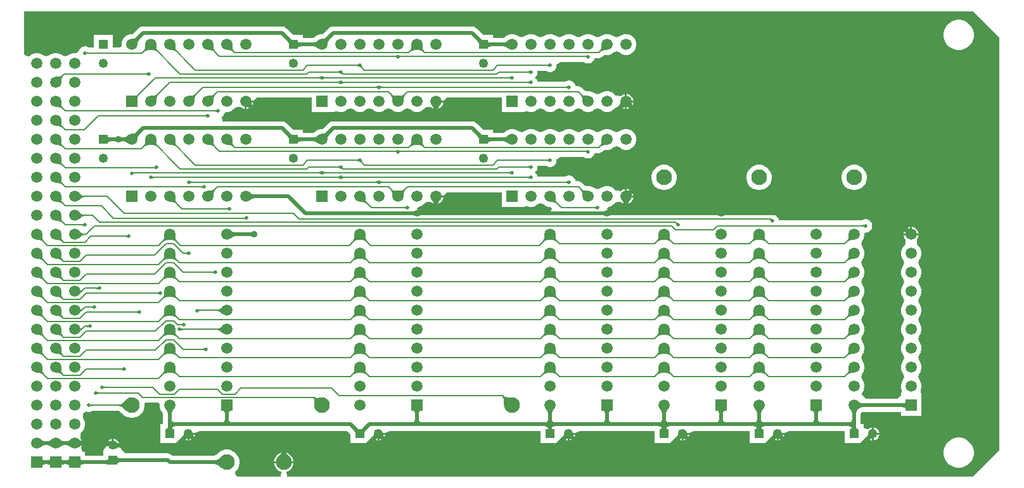
<source format=gtl>
G04*
G04 #@! TF.GenerationSoftware,Altium Limited,Altium Designer,21.9.1 (22)*
G04*
G04 Layer_Physical_Order=1*
G04 Layer_Color=255*
%FSLAX25Y25*%
%MOIN*%
G70*
G04*
G04 #@! TF.SameCoordinates,535E74F5-FE81-4067-B89D-05631C4F16FF*
G04*
G04*
G04 #@! TF.FilePolarity,Positive*
G04*
G01*
G75*
%ADD25C,0.00800*%
%ADD26C,0.02000*%
%ADD27C,0.08268*%
%ADD28R,0.05906X0.05906*%
%ADD29C,0.05906*%
%ADD30C,0.05906*%
%ADD31R,0.04921X0.04921*%
%ADD32C,0.04921*%
%ADD33R,0.04921X0.04921*%
%ADD34R,0.05906X0.05906*%
%ADD35R,0.05906X0.05906*%
%ADD36C,0.05000*%
%ADD37C,0.02000*%
%ADD38C,0.03500*%
G36*
X263924Y342510D02*
X263737Y342308D01*
X263570Y342095D01*
X263422Y341873D01*
X263295Y341640D01*
X263188Y341397D01*
X263101Y341143D01*
X263034Y340880D01*
X262987Y340607D01*
X262960Y340323D01*
X262953Y340030D01*
X260030Y342953D01*
X260323Y342960D01*
X260607Y342987D01*
X260880Y343034D01*
X261143Y343101D01*
X261397Y343188D01*
X261640Y343295D01*
X261873Y343423D01*
X262095Y343570D01*
X262308Y343737D01*
X262510Y343924D01*
X263924Y342510D01*
D02*
G37*
G36*
X163924D02*
X163737Y342308D01*
X163570Y342095D01*
X163423Y341873D01*
X163295Y341640D01*
X163188Y341397D01*
X163101Y341143D01*
X163034Y340880D01*
X162987Y340607D01*
X162960Y340323D01*
X162953Y340030D01*
X160029Y342953D01*
X160323Y342960D01*
X160607Y342987D01*
X160880Y343034D01*
X161144Y343101D01*
X161397Y343188D01*
X161640Y343295D01*
X161872Y343423D01*
X162095Y343570D01*
X162308Y343737D01*
X162510Y343924D01*
X163924Y342510D01*
D02*
G37*
G36*
X342963Y343466D02*
X343699Y342841D01*
X344025Y342614D01*
X344322Y342443D01*
X344591Y342328D01*
X344831Y342270D01*
X345042Y342269D01*
X345225Y342325D01*
X345380Y342437D01*
X342563Y339620D01*
X342675Y339775D01*
X342731Y339958D01*
X342729Y340169D01*
X342672Y340409D01*
X342557Y340678D01*
X342387Y340975D01*
X342159Y341301D01*
X341875Y341655D01*
X341137Y342449D01*
X342551Y343863D01*
X342963Y343466D01*
D02*
G37*
G36*
X242963D02*
X243699Y342841D01*
X244025Y342614D01*
X244322Y342443D01*
X244591Y342328D01*
X244831Y342270D01*
X245042Y342269D01*
X245225Y342325D01*
X245380Y342437D01*
X242563Y339620D01*
X242675Y339775D01*
X242731Y339958D01*
X242729Y340169D01*
X242672Y340409D01*
X242557Y340678D01*
X242387Y340975D01*
X242159Y341301D01*
X241875Y341655D01*
X241137Y342449D01*
X242551Y343863D01*
X242963Y343466D01*
D02*
G37*
G36*
X347457Y341810D02*
X347517Y341640D01*
X347618Y341490D01*
X347759Y341360D01*
X347940Y341250D01*
X348161Y341160D01*
X348423Y341090D01*
X348724Y341040D01*
X349066Y341010D01*
X349449Y341000D01*
Y339000D01*
X349066Y338990D01*
X348724Y338960D01*
X348423Y338910D01*
X348161Y338840D01*
X347940Y338750D01*
X347759Y338640D01*
X347618Y338510D01*
X347517Y338360D01*
X347457Y338190D01*
X347437Y338000D01*
Y342000D01*
X347457Y341810D01*
D02*
G37*
G36*
X247457D02*
X247517Y341640D01*
X247618Y341490D01*
X247759Y341360D01*
X247940Y341250D01*
X248161Y341160D01*
X248423Y341090D01*
X248724Y341040D01*
X249066Y341010D01*
X249449Y341000D01*
Y339000D01*
X249066Y338990D01*
X248724Y338960D01*
X248423Y338910D01*
X248161Y338840D01*
X247940Y338750D01*
X247759Y338640D01*
X247618Y338510D01*
X247517Y338360D01*
X247457Y338190D01*
X247437Y338000D01*
Y342000D01*
X247457Y341810D01*
D02*
G37*
G36*
X357891Y337933D02*
X357679Y338136D01*
X357459Y338317D01*
X357232Y338477D01*
X356999Y338616D01*
X356758Y338733D01*
X356510Y338829D01*
X356256Y338904D01*
X355994Y338957D01*
X355726Y338989D01*
X355450Y339000D01*
Y341000D01*
X355726Y341011D01*
X355994Y341043D01*
X356256Y341096D01*
X356510Y341171D01*
X356758Y341267D01*
X356999Y341384D01*
X357232Y341523D01*
X357459Y341683D01*
X357679Y341864D01*
X357891Y342067D01*
Y337933D01*
D02*
G37*
G36*
X257891D02*
X257679Y338136D01*
X257459Y338317D01*
X257232Y338477D01*
X256999Y338616D01*
X256758Y338733D01*
X256510Y338829D01*
X256256Y338904D01*
X255994Y338957D01*
X255726Y338989D01*
X255450Y339000D01*
Y341000D01*
X255726Y341011D01*
X255994Y341043D01*
X256256Y341096D01*
X256510Y341171D01*
X256758Y341267D01*
X256999Y341384D01*
X257232Y341523D01*
X257459Y341683D01*
X257679Y341864D01*
X257891Y342067D01*
Y337933D01*
D02*
G37*
G36*
X409971Y337047D02*
X409520Y337045D01*
X408719Y336999D01*
X408369Y336954D01*
X408051Y336896D01*
X407767Y336824D01*
X407516Y336738D01*
X407298Y336638D01*
X407113Y336524D01*
X406961Y336396D01*
X406396Y336961D01*
X406524Y337113D01*
X406638Y337298D01*
X406738Y337516D01*
X406824Y337767D01*
X406896Y338051D01*
X406954Y338369D01*
X406998Y338719D01*
X407045Y339520D01*
X407047Y339970D01*
X409971Y337047D01*
D02*
G37*
G36*
X312955Y339520D02*
X313001Y338719D01*
X313046Y338369D01*
X313104Y338051D01*
X313176Y337767D01*
X313262Y337516D01*
X313362Y337298D01*
X313476Y337113D01*
X313604Y336961D01*
X313039Y336396D01*
X312887Y336524D01*
X312702Y336638D01*
X312484Y336738D01*
X312233Y336824D01*
X311949Y336896D01*
X311631Y336954D01*
X311281Y336999D01*
X310480Y337045D01*
X310030Y337047D01*
X312953Y339970D01*
X312955Y339520D01*
D02*
G37*
G36*
X309970Y337047D02*
X309520Y337045D01*
X308719Y336999D01*
X308369Y336954D01*
X308051Y336896D01*
X307767Y336824D01*
X307516Y336738D01*
X307298Y336638D01*
X307113Y336524D01*
X306961Y336396D01*
X306396Y336961D01*
X306524Y337113D01*
X306638Y337298D01*
X306738Y337516D01*
X306824Y337767D01*
X306896Y338051D01*
X306954Y338369D01*
X306998Y338719D01*
X307045Y339520D01*
X307047Y339970D01*
X309970Y337047D01*
D02*
G37*
G36*
X212955Y339520D02*
X213001Y338719D01*
X213046Y338369D01*
X213104Y338051D01*
X213176Y337767D01*
X213262Y337516D01*
X213362Y337298D01*
X213476Y337113D01*
X213604Y336961D01*
X213039Y336396D01*
X212887Y336524D01*
X212702Y336638D01*
X212484Y336738D01*
X212233Y336824D01*
X211949Y336896D01*
X211631Y336954D01*
X211281Y336999D01*
X210480Y337045D01*
X210030Y337047D01*
X212953Y339970D01*
X212955Y339520D01*
D02*
G37*
G36*
X202955D02*
X203001Y338719D01*
X203046Y338369D01*
X203104Y338051D01*
X203176Y337767D01*
X203262Y337516D01*
X203362Y337298D01*
X203476Y337113D01*
X203604Y336961D01*
X203039Y336396D01*
X202887Y336524D01*
X202702Y336638D01*
X202484Y336738D01*
X202233Y336824D01*
X201949Y336896D01*
X201631Y336954D01*
X201281Y336999D01*
X200480Y337045D01*
X200029Y337047D01*
X202953Y339970D01*
X202955Y339520D01*
D02*
G37*
G36*
X182955D02*
X183001Y338719D01*
X183046Y338369D01*
X183104Y338051D01*
X183176Y337767D01*
X183262Y337516D01*
X183362Y337298D01*
X183476Y337113D01*
X183604Y336961D01*
X183039Y336396D01*
X182887Y336524D01*
X182702Y336638D01*
X182484Y336738D01*
X182233Y336824D01*
X181949Y336896D01*
X181631Y336954D01*
X181281Y336999D01*
X180480Y337045D01*
X180029Y337047D01*
X182953Y339970D01*
X182955Y339520D01*
D02*
G37*
G36*
X172955D02*
X173001Y338719D01*
X173046Y338369D01*
X173104Y338051D01*
X173176Y337767D01*
X173262Y337516D01*
X173362Y337298D01*
X173476Y337113D01*
X173604Y336961D01*
X173039Y336396D01*
X172887Y336524D01*
X172702Y336638D01*
X172484Y336738D01*
X172233Y336824D01*
X171949Y336896D01*
X171631Y336954D01*
X171281Y336999D01*
X170480Y337045D01*
X170029Y337047D01*
X172953Y339970D01*
X172955Y339520D01*
D02*
G37*
G36*
X169971Y337047D02*
X169520Y337045D01*
X168719Y336999D01*
X168369Y336954D01*
X168051Y336896D01*
X167767Y336824D01*
X167516Y336738D01*
X167298Y336638D01*
X167113Y336524D01*
X166961Y336396D01*
X166396Y336961D01*
X166524Y337113D01*
X166638Y337298D01*
X166738Y337516D01*
X166824Y337767D01*
X166896Y338051D01*
X166954Y338369D01*
X166999Y338719D01*
X167045Y339520D01*
X167047Y339970D01*
X169971Y337047D01*
D02*
G37*
G36*
X136275Y336143D02*
X136340Y336092D01*
X136410Y336047D01*
X136484Y336008D01*
X136562Y335975D01*
X136644Y335948D01*
X136731Y335927D01*
X136822Y335912D01*
X136917Y335903D01*
X137016Y335900D01*
Y335100D01*
X136917Y335097D01*
X136822Y335088D01*
X136731Y335073D01*
X136644Y335052D01*
X136562Y335025D01*
X136484Y334992D01*
X136410Y334953D01*
X136340Y334908D01*
X136275Y334857D01*
X136214Y334800D01*
Y336200D01*
X136275Y336143D01*
D02*
G37*
G36*
X616470Y343538D02*
X616470Y126462D01*
X602557Y112549D01*
X241687D01*
X241358Y115049D01*
X241982Y115216D01*
X243152Y115892D01*
X244108Y116848D01*
X244784Y118018D01*
X245134Y119324D01*
Y119500D01*
X234866D01*
Y119324D01*
X235216Y118018D01*
X235892Y116848D01*
X236848Y115892D01*
X238018Y115216D01*
X238642Y115049D01*
X238313Y112549D01*
X215289D01*
X214528Y114199D01*
X214431Y115049D01*
X215153Y115771D01*
X215879Y116858D01*
X216379Y118065D01*
X216634Y119347D01*
Y120653D01*
X216379Y121935D01*
X215879Y123142D01*
X215153Y124229D01*
X214229Y125153D01*
X213142Y125879D01*
X211935Y126379D01*
X210653Y126634D01*
X209347D01*
X208065Y126379D01*
X206858Y125879D01*
X205771Y125153D01*
X205465Y124847D01*
X205270Y124720D01*
X204946Y124405D01*
X204683Y124174D01*
X204442Y123985D01*
X204224Y123835D01*
X204034Y123724D01*
X203873Y123646D01*
X203742Y123596D01*
X203641Y123569D01*
X203566Y123556D01*
X203366Y123545D01*
X203309Y123530D01*
X181462D01*
X181433Y123559D01*
X180702Y124120D01*
X179851Y124473D01*
X178937Y124593D01*
X156868D01*
X154961Y126024D01*
X154961D01*
X153737Y128017D01*
X153725Y128039D01*
Y127937D01*
X153478Y127930D01*
X153243Y127908D01*
X153019Y127872D01*
X152805Y127821D01*
X152603Y127756D01*
X152412Y127677D01*
X152232Y127583D01*
X152062Y127475D01*
X151904Y127352D01*
X151757Y127215D01*
Y128437D01*
X150000D01*
Y128937D01*
D01*
Y128437D01*
X147809D01*
X147671Y128143D01*
X147602Y128306D01*
X147522Y128437D01*
X146513D01*
X146263Y128017D01*
X145039Y126024D01*
X145039D01*
X145023Y123530D01*
X135453D01*
Y125453D01*
X134578D01*
X133830Y126574D01*
X133382Y127953D01*
X133683Y128474D01*
X133802Y128916D01*
X133744Y128904D01*
X133490Y128829D01*
X133242Y128733D01*
X133001Y128616D01*
X132768Y128477D01*
X132541Y128317D01*
X132321Y128136D01*
X132109Y127933D01*
Y129500D01*
X130000D01*
Y130500D01*
X132109D01*
Y132067D01*
X132321Y131864D01*
X132541Y131683D01*
X132768Y131523D01*
X133001Y131384D01*
X133242Y131267D01*
X133490Y131171D01*
X133744Y131096D01*
X133802Y131084D01*
X133683Y131526D01*
X133163Y132427D01*
X132941Y132649D01*
X132899Y132763D01*
X132967Y134756D01*
X133245Y135577D01*
X133348Y135637D01*
X134363Y136652D01*
X135081Y137895D01*
X135453Y139282D01*
Y140718D01*
X135081Y142105D01*
X134451Y143196D01*
X134259Y145664D01*
X136149Y146739D01*
X137039Y146500D01*
X137961D01*
X138851Y146739D01*
X139434Y147075D01*
X153116D01*
X153154Y147063D01*
X153155Y147063D01*
X153276Y146999D01*
X153478Y146870D01*
X153698Y146710D01*
X154831Y145716D01*
X155250Y145299D01*
X155456Y145163D01*
X155771Y144847D01*
X156858Y144121D01*
X158065Y143621D01*
X159347Y143366D01*
X160653D01*
X161935Y143621D01*
X163142Y144121D01*
X164229Y144847D01*
X165153Y145771D01*
X165879Y146858D01*
X166379Y148065D01*
X166634Y149347D01*
Y150653D01*
X167183Y151322D01*
X174083D01*
X174547Y150718D01*
Y149282D01*
X174919Y147895D01*
X175637Y146652D01*
X175970Y146318D01*
X176088Y146133D01*
X176228Y145986D01*
X176291Y145910D01*
X176337Y145844D01*
X176371Y145787D01*
X176395Y145737D01*
X176414Y145689D01*
X176428Y145641D01*
X176439Y145588D01*
X176446Y145525D01*
X176453Y145352D01*
X176470Y145281D01*
Y139961D01*
X175039D01*
Y130039D01*
X184961D01*
Y131585D01*
X185868Y132139D01*
X187154Y132421D01*
X186502Y133073D01*
X186671Y133253D01*
X186822Y133434D01*
X186955Y133619D01*
X187070Y133805D01*
X187167Y133994D01*
X187246Y134186D01*
X187307Y134379D01*
X187350Y134576D01*
X187375Y134774D01*
X187382Y134975D01*
X189342Y133015D01*
Y135000D01*
X189842D01*
Y135500D01*
X193405D01*
X195620Y136470D01*
X273413D01*
X275014Y134620D01*
X275039Y134495D01*
Y130039D01*
X284961D01*
Y131585D01*
X285868Y132139D01*
X287154Y132421D01*
X286502Y133073D01*
X286671Y133253D01*
X286822Y133434D01*
X286955Y133619D01*
X287070Y133805D01*
X287167Y133994D01*
X287246Y134186D01*
X287307Y134379D01*
X287350Y134576D01*
X287375Y134774D01*
X287382Y134975D01*
X289342Y133015D01*
Y135000D01*
X289843D01*
Y135500D01*
X293405D01*
X295620Y136470D01*
X375039D01*
Y130039D01*
X384961D01*
Y131585D01*
X385868Y132139D01*
X387154Y132421D01*
X386502Y133073D01*
X386671Y133253D01*
X386822Y133434D01*
X386955Y133619D01*
X387070Y133805D01*
X387167Y133994D01*
X387246Y134186D01*
X387307Y134379D01*
X387350Y134576D01*
X387375Y134774D01*
X387382Y134975D01*
X389342Y133015D01*
Y135000D01*
X389843D01*
Y135500D01*
X393405D01*
X395620Y136470D01*
X435039D01*
Y130039D01*
X444961D01*
Y131585D01*
X445868Y132139D01*
X447154Y132421D01*
X446502Y133073D01*
X446671Y133253D01*
X446822Y133434D01*
X446955Y133619D01*
X447070Y133805D01*
X447167Y133994D01*
X447246Y134186D01*
X447307Y134379D01*
X447350Y134576D01*
X447375Y134774D01*
X447382Y134975D01*
X449342Y133015D01*
Y135000D01*
X449843D01*
Y135500D01*
X453405D01*
X455620Y136470D01*
X485039D01*
Y130039D01*
X494961D01*
Y131585D01*
X495868Y132139D01*
X497154Y132421D01*
X496502Y133073D01*
X496671Y133253D01*
X496822Y133434D01*
X496955Y133619D01*
X497070Y133805D01*
X497167Y133994D01*
X497246Y134186D01*
X497307Y134379D01*
X497350Y134576D01*
X497375Y134774D01*
X497382Y134975D01*
X499342Y133015D01*
Y135000D01*
X499843D01*
Y135500D01*
X503405D01*
X505620Y136470D01*
X535039D01*
Y130039D01*
X544961D01*
Y131585D01*
X545868Y132139D01*
X547154Y132421D01*
X546502Y133073D01*
X546671Y133253D01*
X546822Y133434D01*
X546955Y133619D01*
X547070Y133805D01*
X547167Y133994D01*
X547246Y134186D01*
X547307Y134379D01*
X547350Y134576D01*
X547375Y134774D01*
X547382Y134975D01*
X549342Y133015D01*
Y135000D01*
Y138449D01*
X548507Y138225D01*
X547718Y137769D01*
X547461Y137512D01*
X545868Y137861D01*
X544961Y138415D01*
Y139961D01*
X543530D01*
Y145281D01*
X543547Y145352D01*
X543554Y145525D01*
X543561Y145588D01*
X543572Y145641D01*
X543586Y145689D01*
X543605Y145737D01*
X543629Y145787D01*
X543663Y145844D01*
X543710Y145910D01*
X543772Y145986D01*
X543890Y146110D01*
X544014Y146228D01*
X544090Y146291D01*
X544156Y146337D01*
X544213Y146371D01*
X544263Y146395D01*
X544311Y146414D01*
X544359Y146428D01*
X544412Y146439D01*
X544475Y146446D01*
X544649Y146453D01*
X544719Y146470D01*
X564547D01*
Y144547D01*
X575453D01*
Y155453D01*
X575453D01*
X575081Y157895D01*
X575453Y159282D01*
Y160718D01*
X575081Y162105D01*
X574363Y163348D01*
X573631Y165000D01*
X574363Y166652D01*
X575081Y167895D01*
X575453Y169282D01*
Y170718D01*
X575081Y172105D01*
X574363Y173348D01*
X573631Y175000D01*
X574363Y176652D01*
X575081Y177895D01*
X575453Y179282D01*
Y180718D01*
X575081Y182105D01*
X574363Y183348D01*
X573631Y185000D01*
X574363Y186652D01*
X575081Y187895D01*
X575453Y189282D01*
Y190718D01*
X575081Y192105D01*
X574368Y193339D01*
X574363Y193349D01*
X573631Y195000D01*
X574363Y196651D01*
X574368Y196661D01*
X575081Y197895D01*
X575453Y199282D01*
Y200718D01*
X575081Y202105D01*
X574363Y203348D01*
X573631Y205000D01*
X574363Y206652D01*
X575081Y207895D01*
X575453Y209282D01*
Y210718D01*
X575081Y212105D01*
X574363Y213348D01*
X573631Y215000D01*
X574363Y216652D01*
X575081Y217895D01*
X575453Y219282D01*
Y220718D01*
X575081Y222105D01*
X574368Y223339D01*
X574363Y223349D01*
X573631Y225000D01*
X574363Y226651D01*
X574368Y226661D01*
X575081Y227895D01*
X575453Y229282D01*
Y230718D01*
X575081Y232105D01*
X574363Y233348D01*
X573348Y234363D01*
X573245Y234423D01*
X572967Y235244D01*
X572899Y237237D01*
X572941Y237351D01*
X573163Y237573D01*
X573683Y238474D01*
X573953Y239480D01*
Y239500D01*
X570000D01*
X566047D01*
Y239480D01*
X566317Y238474D01*
X566837Y237573D01*
X567059Y237351D01*
X567101Y237237D01*
X567033Y235244D01*
X566755Y234423D01*
X566652Y234363D01*
X565637Y233348D01*
X564919Y232105D01*
X564547Y230718D01*
Y229282D01*
X564919Y227895D01*
X565631Y226661D01*
X565637Y226651D01*
X566369Y225000D01*
X565637Y223349D01*
X565631Y223339D01*
X564919Y222105D01*
X564547Y220718D01*
Y219282D01*
X564919Y217895D01*
X565637Y216652D01*
X566369Y215000D01*
X565637Y213348D01*
X564919Y212105D01*
X564547Y210718D01*
Y209282D01*
X564919Y207895D01*
X565637Y206652D01*
X566369Y205000D01*
X565637Y203348D01*
X564919Y202105D01*
X564547Y200718D01*
Y199282D01*
X564919Y197895D01*
X565631Y196661D01*
X565637Y196651D01*
X566369Y195000D01*
X565637Y193349D01*
X565631Y193339D01*
X564919Y192105D01*
X564547Y190718D01*
Y189282D01*
X564919Y187895D01*
X565637Y186652D01*
X566369Y185000D01*
X565637Y183348D01*
X564919Y182105D01*
X564547Y180718D01*
Y179282D01*
X564919Y177895D01*
X565637Y176652D01*
X566369Y175000D01*
X565637Y173348D01*
X564919Y172105D01*
X564547Y170718D01*
Y169282D01*
X564919Y167895D01*
X565637Y166652D01*
X566369Y165000D01*
X565637Y163348D01*
X564919Y162105D01*
X564547Y160718D01*
Y159282D01*
X564919Y157895D01*
X564547Y155453D01*
X563153Y153530D01*
X546016D01*
X544030Y155745D01*
X544031Y155904D01*
X544363Y156652D01*
X545081Y157895D01*
X545453Y159282D01*
Y160718D01*
X545081Y162105D01*
X544369Y163339D01*
X544363Y163349D01*
X543631Y165000D01*
X544363Y166651D01*
X544369Y166661D01*
X545081Y167895D01*
X545453Y169282D01*
Y170718D01*
X545081Y172105D01*
X544369Y173339D01*
X544363Y173349D01*
X543631Y175000D01*
X544363Y176651D01*
X544369Y176661D01*
X545081Y177895D01*
X545453Y179282D01*
Y180718D01*
X545081Y182105D01*
X544369Y183339D01*
X544363Y183349D01*
X543631Y185000D01*
X544363Y186651D01*
X544369Y186661D01*
X545081Y187895D01*
X545453Y189282D01*
Y190718D01*
X545081Y192105D01*
X544369Y193339D01*
X544363Y193349D01*
X543631Y195000D01*
X544363Y196651D01*
X544369Y196661D01*
X545081Y197895D01*
X545453Y199282D01*
Y200718D01*
X545081Y202105D01*
X544369Y203339D01*
X544363Y203349D01*
X543631Y205000D01*
X544363Y206651D01*
X544369Y206661D01*
X545081Y207895D01*
X545453Y209282D01*
Y210718D01*
X545081Y212105D01*
X544363Y213348D01*
X543631Y215000D01*
X544363Y216652D01*
X545081Y217895D01*
X545453Y219282D01*
Y220718D01*
X545081Y222105D01*
X544369Y223339D01*
X544363Y223349D01*
X543631Y225000D01*
X544363Y226651D01*
X544369Y226661D01*
X545081Y227895D01*
X545453Y229282D01*
Y230718D01*
X545081Y232105D01*
X544369Y233339D01*
X544363Y233349D01*
X543631Y235000D01*
X544363Y236651D01*
X544369Y236661D01*
X545081Y237895D01*
X545453Y239282D01*
X545526Y240738D01*
X547351Y241238D01*
X548149Y241699D01*
X548801Y242351D01*
X549262Y243149D01*
X549500Y244039D01*
Y244961D01*
X549262Y245851D01*
X548801Y246649D01*
X548149Y247301D01*
X547351Y247762D01*
X546461Y248000D01*
X545539D01*
X544649Y247762D01*
X544066Y247425D01*
X500500D01*
Y247461D01*
X500261Y248351D01*
X499801Y249149D01*
X499149Y249801D01*
X498351Y250261D01*
X497553Y250475D01*
X497412Y250583D01*
X497287Y250635D01*
X497208Y250688D01*
X497188Y250692D01*
X497171Y250703D01*
X497086Y250718D01*
X496707Y250875D01*
X495950Y250975D01*
X472486D01*
Y250000D01*
X472291Y249998D01*
X471801Y249964D01*
X471669Y249944D01*
X471553Y249919D01*
X471454Y249890D01*
X471370Y249856D01*
X471302Y249818D01*
X471250Y249775D01*
Y250975D01*
X468750D01*
Y249775D01*
X468698Y249818D01*
X468630Y249856D01*
X468546Y249890D01*
X468447Y249919D01*
X468331Y249944D01*
X468199Y249964D01*
X467888Y249991D01*
X467514Y250000D01*
Y250975D01*
X421462D01*
X420000Y250000D01*
X418538Y250975D01*
X412486D01*
Y250000D01*
X412291Y249998D01*
X411801Y249964D01*
X411669Y249944D01*
X411553Y249919D01*
X411454Y249890D01*
X411370Y249856D01*
X411302Y249818D01*
X411250Y249775D01*
X410000Y251000D01*
X410991Y251972D01*
X410102Y253442D01*
X410713Y254547D01*
X410718Y254547D01*
X412105Y254919D01*
X413348Y255637D01*
X414363Y256652D01*
X414423Y256755D01*
X415244Y257033D01*
X417237Y257101D01*
X417351Y257059D01*
X417573Y256837D01*
X418474Y256317D01*
X418916Y256198D01*
X418904Y256256D01*
X418829Y256510D01*
X418733Y256758D01*
X418616Y256999D01*
X418477Y257232D01*
X418317Y257459D01*
X418136Y257679D01*
X417933Y257891D01*
X419500D01*
Y260000D01*
Y263953D01*
X419480D01*
X418474Y263683D01*
X417573Y263163D01*
X417351Y262941D01*
X417237Y262899D01*
X415244Y262967D01*
X414423Y263245D01*
X414363Y263348D01*
X413348Y264363D01*
X412105Y265081D01*
X410718Y265453D01*
X409282D01*
X407895Y265081D01*
X406652Y264363D01*
X405000Y263631D01*
X403348Y264363D01*
X402105Y265081D01*
X400718Y265453D01*
X400222D01*
X399984Y265501D01*
X399601Y265504D01*
X398953Y265541D01*
X398758Y265566D01*
X398595Y265596D01*
X398523Y265614D01*
X397068Y267068D01*
X396462Y267533D01*
X395757Y267825D01*
X395000Y267925D01*
X393500D01*
Y267961D01*
X393262Y268851D01*
X392801Y269649D01*
X392149Y270301D01*
X391351Y270761D01*
X390461Y271000D01*
X389539D01*
X388649Y270761D01*
X388066Y270425D01*
X373500D01*
Y270461D01*
X373261Y271351D01*
X372801Y272149D01*
X372200Y272750D01*
X372801Y273351D01*
X373261Y274149D01*
X373500Y275039D01*
Y275961D01*
X373588Y276075D01*
X378066D01*
X378649Y275739D01*
X379539Y275500D01*
X380461D01*
X381351Y275739D01*
X382149Y276199D01*
X382801Y276851D01*
X383261Y277649D01*
X383500Y278539D01*
Y279461D01*
X385704Y280893D01*
X397657D01*
X397851Y280699D01*
X398649Y280239D01*
X399539Y280000D01*
X400461D01*
X401351Y280239D01*
X402149Y280699D01*
X402801Y281351D01*
X403262Y282149D01*
X403469Y282922D01*
X405847D01*
X406604Y283022D01*
X407310Y283314D01*
X407915Y283779D01*
X408523Y284386D01*
X408595Y284404D01*
X408758Y284434D01*
X408953Y284459D01*
X409601Y284496D01*
X409984Y284499D01*
X410222Y284547D01*
X410718D01*
X412105Y284919D01*
X413348Y285637D01*
X415000Y286369D01*
X416652Y285637D01*
X417895Y284919D01*
X419282Y284547D01*
X420718D01*
X422105Y284919D01*
X423348Y285637D01*
X424363Y286652D01*
X425081Y287895D01*
X425453Y289282D01*
Y290718D01*
X425081Y292105D01*
X424363Y293348D01*
X423348Y294363D01*
X422105Y295081D01*
X420718Y295453D01*
X419282D01*
X417895Y295081D01*
X416652Y294363D01*
X415000Y293631D01*
X413348Y294363D01*
X412105Y295081D01*
X410718Y295453D01*
X409282D01*
X407895Y295081D01*
X406652Y294363D01*
X405000Y293631D01*
X403348Y294363D01*
X402105Y295081D01*
X400718Y295453D01*
X399282D01*
X397895Y295081D01*
X396652Y294363D01*
X395000Y293631D01*
X393348Y294363D01*
X392105Y295081D01*
X390718Y295453D01*
X389282D01*
X387895Y295081D01*
X386652Y294363D01*
X385000Y293631D01*
X383348Y294363D01*
X382105Y295081D01*
X380718Y295453D01*
X379282D01*
X377895Y295081D01*
X376652Y294363D01*
X375000Y293631D01*
X373348Y294363D01*
X372105Y295081D01*
X370718Y295453D01*
X369282D01*
X367895Y295081D01*
X366652Y294363D01*
X365000Y293631D01*
X363348Y294363D01*
X362105Y295081D01*
X360718Y295453D01*
X359282D01*
X357895Y295081D01*
X356652Y294363D01*
X356318Y294030D01*
X356133Y293912D01*
X355986Y293772D01*
X355910Y293709D01*
X355844Y293663D01*
X355787Y293629D01*
X355737Y293605D01*
X355690Y293586D01*
X355641Y293572D01*
X355588Y293561D01*
X355525Y293554D01*
X355351Y293547D01*
X355281Y293530D01*
X349961D01*
Y294961D01*
X345505D01*
X345380Y294986D01*
X345254Y294961D01*
X345141D01*
X344674Y295356D01*
X344322Y295696D01*
X344249Y295743D01*
X341496Y298496D01*
X340765Y299057D01*
X339914Y299410D01*
X339000Y299530D01*
X266000D01*
X265086Y299410D01*
X264235Y299057D01*
X263504Y298496D01*
X260841Y295833D01*
X260779Y295795D01*
X260651Y295677D01*
X260601Y295638D01*
X260556Y295608D01*
X260512Y295584D01*
X260466Y295563D01*
X260412Y295545D01*
X260348Y295529D01*
X260269Y295515D01*
X260172Y295506D01*
X259968Y295501D01*
X259754Y295453D01*
X259282D01*
X257895Y295081D01*
X256652Y294363D01*
X256318Y294030D01*
X256133Y293912D01*
X255986Y293772D01*
X255910Y293709D01*
X255844Y293663D01*
X255787Y293629D01*
X255737Y293605D01*
X255690Y293586D01*
X255641Y293572D01*
X255588Y293561D01*
X255525Y293554D01*
X255351Y293547D01*
X255281Y293530D01*
X249961D01*
Y294961D01*
X245505D01*
X245380Y294986D01*
X245254Y294961D01*
X245141D01*
X244674Y295356D01*
X244322Y295696D01*
X244249Y295743D01*
X241496Y298496D01*
X240765Y299057D01*
X239914Y299410D01*
X239000Y299530D01*
X207772D01*
X207356Y302030D01*
X207649Y302199D01*
X208301Y302851D01*
X208762Y303649D01*
X209282Y304547D01*
X210718D01*
X212105Y304919D01*
X213348Y305637D01*
X214363Y306652D01*
X214423Y306755D01*
X215244Y307033D01*
X217237Y307101D01*
X217351Y307059D01*
X217573Y306837D01*
X218474Y306317D01*
X219480Y306047D01*
X219500D01*
Y310000D01*
X220000D01*
Y310500D01*
X223953D01*
Y310520D01*
X226124Y312075D01*
X254547D01*
Y304547D01*
X265453D01*
Y304547D01*
X267895Y304919D01*
X269282Y304547D01*
X270718D01*
X272105Y304919D01*
X273348Y305637D01*
X275000Y306369D01*
X276652Y305637D01*
X277895Y304919D01*
X279282Y304547D01*
X280718D01*
X282105Y304919D01*
X283348Y305637D01*
X285000Y306369D01*
X286652Y305637D01*
X287895Y304919D01*
X289282Y304547D01*
X290718D01*
X292105Y304919D01*
X293348Y305637D01*
X295000Y306369D01*
X296652Y305637D01*
X297895Y304919D01*
X299282Y304547D01*
X300718D01*
X302105Y304919D01*
X303348Y305637D01*
X305000Y306369D01*
X306652Y305637D01*
X307895Y304919D01*
X309282Y304547D01*
X310718D01*
X312105Y304919D01*
X313348Y305637D01*
X314363Y306652D01*
X314423Y306755D01*
X315244Y307033D01*
X317237Y307101D01*
X317351Y307059D01*
X317573Y306837D01*
X318474Y306317D01*
X318916Y306198D01*
X318904Y306256D01*
X318829Y306510D01*
X318733Y306758D01*
X318616Y306999D01*
X318477Y307232D01*
X318317Y307459D01*
X318136Y307679D01*
X317933Y307891D01*
X319500D01*
Y310000D01*
X320000D01*
Y310500D01*
X323953D01*
Y310520D01*
X326124Y312075D01*
X354547D01*
Y304547D01*
X365453D01*
Y304547D01*
X367895Y304919D01*
X369282Y304547D01*
X370718D01*
X372105Y304919D01*
X373348Y305637D01*
X375000Y306369D01*
X376652Y305637D01*
X377895Y304919D01*
X379282Y304547D01*
X380718D01*
X382105Y304919D01*
X383348Y305637D01*
X385000Y306369D01*
X386652Y305637D01*
X387895Y304919D01*
X389282Y304547D01*
X390718D01*
X392105Y304919D01*
X393348Y305637D01*
X395000Y306369D01*
X396652Y305637D01*
X397895Y304919D01*
X399282Y304547D01*
X400718D01*
X402105Y304919D01*
X403348Y305637D01*
X405000Y306369D01*
X406652Y305637D01*
X407895Y304919D01*
X409282Y304547D01*
X410718D01*
X412105Y304919D01*
X413348Y305637D01*
X414363Y306652D01*
X414423Y306755D01*
X415244Y307033D01*
X416490Y307076D01*
X416076Y307490D01*
X416263Y307692D01*
X416430Y307905D01*
X416577Y308127D01*
X416705Y308360D01*
X416812Y308603D01*
X416899Y308857D01*
X416966Y309120D01*
X417013Y309393D01*
X417040Y309677D01*
X417047Y309970D01*
X419500Y307518D01*
Y310000D01*
Y313953D01*
X419480D01*
X418474Y313683D01*
X417573Y313163D01*
X417351Y312941D01*
X417237Y312899D01*
X415244Y312967D01*
X414423Y313245D01*
X414363Y313348D01*
X413348Y314363D01*
X412105Y315081D01*
X410718Y315453D01*
X409282D01*
X407895Y315081D01*
X406652Y314363D01*
X405000Y313631D01*
X403348Y314363D01*
X402105Y315081D01*
X400718Y315453D01*
X400222D01*
X399984Y315501D01*
X399601Y315504D01*
X398953Y315541D01*
X398758Y315566D01*
X398595Y315596D01*
X398523Y315614D01*
X397068Y317068D01*
X396462Y317533D01*
X395757Y317825D01*
X395000Y317925D01*
X393500D01*
Y317961D01*
X393262Y318851D01*
X392801Y319649D01*
X392149Y320301D01*
X391351Y320761D01*
X390461Y321000D01*
X389539D01*
X388649Y320761D01*
X388066Y320425D01*
X373500D01*
Y320461D01*
X373261Y321351D01*
X372801Y322149D01*
X372200Y322750D01*
X372801Y323351D01*
X373261Y324149D01*
X373500Y325039D01*
Y325961D01*
X373588Y326075D01*
X378066D01*
X378649Y325739D01*
X379539Y325500D01*
X380461D01*
X381351Y325739D01*
X382149Y326199D01*
X382801Y326851D01*
X383261Y327649D01*
X383500Y328539D01*
Y329461D01*
X385704Y330893D01*
X397657D01*
X397851Y330699D01*
X398649Y330239D01*
X399539Y330000D01*
X400461D01*
X401351Y330239D01*
X402149Y330699D01*
X402801Y331351D01*
X403262Y332149D01*
X403469Y332922D01*
X405847D01*
X406604Y333022D01*
X407310Y333314D01*
X407915Y333779D01*
X408523Y334386D01*
X408595Y334404D01*
X408758Y334434D01*
X408953Y334459D01*
X409601Y334496D01*
X409984Y334499D01*
X410222Y334547D01*
X410718D01*
X412105Y334919D01*
X413339Y335631D01*
X413349Y335637D01*
X415000Y336369D01*
X416651Y335637D01*
X416661Y335631D01*
X417895Y334919D01*
X419282Y334547D01*
X420718D01*
X422105Y334919D01*
X423348Y335637D01*
X424363Y336652D01*
X425081Y337895D01*
X425453Y339282D01*
Y340718D01*
X425081Y342105D01*
X424363Y343348D01*
X423348Y344363D01*
X422105Y345081D01*
X420718Y345453D01*
X419282D01*
X417895Y345081D01*
X416661Y344369D01*
X416651Y344363D01*
X415000Y343631D01*
X413349Y344363D01*
X413339Y344369D01*
X412105Y345081D01*
X410718Y345453D01*
X409282D01*
X407895Y345081D01*
X406661Y344369D01*
X406651Y344363D01*
X405000Y343631D01*
X403349Y344363D01*
X403339Y344369D01*
X402105Y345081D01*
X400718Y345453D01*
X399282D01*
X397895Y345081D01*
X396652Y344363D01*
X395000Y343631D01*
X393348Y344363D01*
X392105Y345081D01*
X390718Y345453D01*
X389282D01*
X387895Y345081D01*
X386661Y344369D01*
X386651Y344363D01*
X385000Y343631D01*
X383349Y344363D01*
X383339Y344369D01*
X382105Y345081D01*
X380718Y345453D01*
X379282D01*
X377895Y345081D01*
X376661Y344369D01*
X376651Y344363D01*
X375000Y343631D01*
X373349Y344363D01*
X373339Y344369D01*
X372105Y345081D01*
X370718Y345453D01*
X369282D01*
X367895Y345081D01*
X366661Y344369D01*
X366651Y344363D01*
X365000Y343631D01*
X363349Y344363D01*
X363339Y344369D01*
X362105Y345081D01*
X360718Y345453D01*
X359282D01*
X357895Y345081D01*
X356652Y344363D01*
X356318Y344030D01*
X356133Y343912D01*
X355986Y343772D01*
X355910Y343709D01*
X355844Y343663D01*
X355787Y343629D01*
X355737Y343605D01*
X355690Y343586D01*
X355641Y343572D01*
X355588Y343561D01*
X355525Y343554D01*
X355351Y343547D01*
X355281Y343530D01*
X349961D01*
Y344961D01*
X345505D01*
X345380Y344986D01*
X345254Y344961D01*
X345141D01*
X344674Y345356D01*
X344322Y345696D01*
X344249Y345743D01*
X341496Y348496D01*
X340765Y349057D01*
X339914Y349410D01*
X339000Y349530D01*
X266000D01*
X265086Y349410D01*
X264235Y349057D01*
X263504Y348496D01*
X260841Y345833D01*
X260779Y345795D01*
X260651Y345677D01*
X260601Y345638D01*
X260556Y345608D01*
X260512Y345584D01*
X260466Y345563D01*
X260412Y345545D01*
X260348Y345529D01*
X260269Y345515D01*
X260172Y345506D01*
X259968Y345501D01*
X259754Y345453D01*
X259282D01*
X257895Y345081D01*
X256652Y344363D01*
X256318Y344030D01*
X256133Y343912D01*
X255986Y343772D01*
X255910Y343709D01*
X255844Y343663D01*
X255787Y343629D01*
X255737Y343605D01*
X255690Y343586D01*
X255641Y343572D01*
X255588Y343561D01*
X255525Y343554D01*
X255351Y343547D01*
X255281Y343530D01*
X249961D01*
Y344961D01*
X245505D01*
X245380Y344986D01*
X245254Y344961D01*
X245141D01*
X244674Y345356D01*
X244322Y345696D01*
X244249Y345743D01*
X241496Y348496D01*
X240765Y349057D01*
X239914Y349410D01*
X239000Y349530D01*
X166000D01*
X165086Y349410D01*
X164235Y349057D01*
X163504Y348496D01*
X160841Y345833D01*
X160779Y345795D01*
X160651Y345677D01*
X160601Y345638D01*
X160556Y345608D01*
X160512Y345584D01*
X160466Y345563D01*
X160412Y345545D01*
X160348Y345529D01*
X160269Y345515D01*
X160171Y345506D01*
X159968Y345501D01*
X159754Y345453D01*
X159282D01*
X157895Y345081D01*
X156652Y344363D01*
X155637Y343348D01*
X154919Y342105D01*
X154547Y340718D01*
Y339282D01*
X153890Y338425D01*
X149961D01*
Y344961D01*
X140039D01*
Y338425D01*
X137434D01*
X136851Y338761D01*
X135961Y339000D01*
X135039D01*
X134149Y338761D01*
X133351Y338301D01*
X132699Y337649D01*
X132238Y336851D01*
X130718Y335453D01*
X129282D01*
X127895Y335081D01*
X126652Y334363D01*
X125000Y333630D01*
X123348Y334363D01*
X122105Y335081D01*
X120718Y335453D01*
X119282D01*
X117895Y335081D01*
X116652Y334363D01*
X115000Y333630D01*
X113348Y334363D01*
X112105Y335081D01*
X110718Y335453D01*
X109282D01*
X107895Y335081D01*
X106652Y334363D01*
X106030Y333741D01*
X104410Y334102D01*
X103530Y334643D01*
Y357451D01*
X602557D01*
X616470Y343538D01*
D02*
G37*
G36*
X399100Y333064D02*
X399062Y333131D01*
X399017Y333191D01*
X398965Y333244D01*
X398906Y333291D01*
X398840Y333330D01*
X398767Y333361D01*
X398687Y333386D01*
X398599Y333404D01*
X398505Y333415D01*
X398403Y333418D01*
X398704Y334218D01*
X398803Y334220D01*
X398991Y334234D01*
X399080Y334246D01*
X399249Y334280D01*
X399328Y334303D01*
X399404Y334329D01*
X399476Y334358D01*
X399546Y334391D01*
X399100Y333064D01*
D02*
G37*
G36*
X300524Y334358D02*
X300596Y334329D01*
X300672Y334303D01*
X300751Y334280D01*
X300920Y334246D01*
X301009Y334234D01*
X301197Y334220D01*
X301296Y334218D01*
X301597Y333418D01*
X301495Y333415D01*
X301401Y333404D01*
X301313Y333386D01*
X301233Y333361D01*
X301160Y333330D01*
X301094Y333291D01*
X301035Y333244D01*
X300983Y333191D01*
X300938Y333131D01*
X300900Y333064D01*
X300454Y334391D01*
X300524Y334358D01*
D02*
G37*
G36*
X299100Y333064D02*
X299062Y333131D01*
X299017Y333191D01*
X298965Y333244D01*
X298906Y333291D01*
X298840Y333330D01*
X298767Y333361D01*
X298687Y333386D01*
X298599Y333404D01*
X298505Y333415D01*
X298403Y333418D01*
X298704Y334218D01*
X298803Y334220D01*
X298991Y334234D01*
X299080Y334246D01*
X299249Y334280D01*
X299328Y334303D01*
X299404Y334329D01*
X299476Y334358D01*
X299546Y334391D01*
X299100Y333064D01*
D02*
G37*
G36*
X379286Y328300D02*
X379225Y328357D01*
X379160Y328408D01*
X379090Y328453D01*
X379016Y328492D01*
X378938Y328525D01*
X378856Y328552D01*
X378769Y328573D01*
X378678Y328588D01*
X378583Y328597D01*
X378484Y328600D01*
Y329400D01*
X378583Y329403D01*
X378678Y329412D01*
X378769Y329427D01*
X378856Y329448D01*
X378938Y329475D01*
X379016Y329508D01*
X379090Y329547D01*
X379160Y329592D01*
X379225Y329643D01*
X379286Y329700D01*
Y328300D01*
D02*
G37*
G36*
X279286D02*
X279225Y328357D01*
X279160Y328408D01*
X279090Y328453D01*
X279016Y328492D01*
X278938Y328525D01*
X278856Y328552D01*
X278769Y328573D01*
X278678Y328588D01*
X278583Y328597D01*
X278484Y328600D01*
Y329400D01*
X278583Y329403D01*
X278678Y329412D01*
X278769Y329427D01*
X278856Y329448D01*
X278938Y329475D01*
X279016Y329508D01*
X279090Y329547D01*
X279160Y329592D01*
X279225Y329643D01*
X279286Y329700D01*
Y328300D01*
D02*
G37*
G36*
X281003Y328907D02*
X281013Y328824D01*
X281030Y328743D01*
X281055Y328664D01*
X281087Y328585D01*
X281126Y328508D01*
X281172Y328432D01*
X281226Y328357D01*
X281287Y328283D01*
X281355Y328210D01*
X280789Y327645D01*
X280717Y327713D01*
X280643Y327774D01*
X280568Y327828D01*
X280492Y327874D01*
X280415Y327913D01*
X280336Y327945D01*
X280257Y327970D01*
X280176Y327987D01*
X280093Y327997D01*
X280010Y328000D01*
X281000Y328990D01*
X281003Y328907D01*
D02*
G37*
G36*
X369286Y324800D02*
X369225Y324857D01*
X369160Y324908D01*
X369090Y324953D01*
X369016Y324992D01*
X368938Y325025D01*
X368856Y325052D01*
X368769Y325073D01*
X368678Y325088D01*
X368583Y325097D01*
X368483Y325100D01*
Y325900D01*
X368583Y325903D01*
X368678Y325912D01*
X368769Y325927D01*
X368856Y325948D01*
X368938Y325975D01*
X369016Y326008D01*
X369090Y326047D01*
X369160Y326092D01*
X369225Y326143D01*
X369286Y326200D01*
Y324800D01*
D02*
G37*
G36*
X269286D02*
X269225Y324857D01*
X269160Y324908D01*
X269090Y324953D01*
X269016Y324992D01*
X268938Y325025D01*
X268856Y325052D01*
X268769Y325073D01*
X268678Y325088D01*
X268583Y325097D01*
X268483Y325100D01*
Y325900D01*
X268583Y325903D01*
X268678Y325912D01*
X268769Y325927D01*
X268856Y325948D01*
X268938Y325975D01*
X269016Y326008D01*
X269090Y326047D01*
X269160Y326092D01*
X269225Y326143D01*
X269286Y326200D01*
Y324800D01*
D02*
G37*
G36*
X270959Y325202D02*
X270965Y325176D01*
X270979Y325145D01*
X271000Y325108D01*
X271028Y325067D01*
X271064Y325021D01*
X271159Y324912D01*
X271283Y324783D01*
X270717Y324217D01*
X270650Y324283D01*
X270433Y324472D01*
X270392Y324500D01*
X270355Y324521D01*
X270324Y324535D01*
X270298Y324541D01*
X270277Y324539D01*
X270961Y325223D01*
X270959Y325202D01*
D02*
G37*
G36*
X168286Y323800D02*
X168225Y323857D01*
X168160Y323908D01*
X168090Y323953D01*
X168016Y323992D01*
X167938Y324025D01*
X167856Y324052D01*
X167769Y324073D01*
X167678Y324088D01*
X167583Y324097D01*
X167483Y324100D01*
Y324900D01*
X167583Y324903D01*
X167678Y324912D01*
X167769Y324927D01*
X167856Y324948D01*
X167938Y324975D01*
X168016Y325008D01*
X168090Y325047D01*
X168160Y325092D01*
X168225Y325143D01*
X168286Y325200D01*
Y323800D01*
D02*
G37*
G36*
X359286Y321800D02*
X359225Y321857D01*
X359160Y321908D01*
X359090Y321953D01*
X359016Y321992D01*
X358938Y322025D01*
X358856Y322052D01*
X358769Y322073D01*
X358678Y322088D01*
X358583Y322097D01*
X358484Y322100D01*
Y322900D01*
X358583Y322903D01*
X358678Y322912D01*
X358769Y322927D01*
X358856Y322948D01*
X358938Y322975D01*
X359016Y323008D01*
X359090Y323047D01*
X359160Y323092D01*
X359225Y323143D01*
X359286Y323200D01*
Y321800D01*
D02*
G37*
G36*
X260775Y323143D02*
X260840Y323092D01*
X260910Y323047D01*
X260984Y323008D01*
X261062Y322975D01*
X261144Y322948D01*
X261231Y322927D01*
X261322Y322912D01*
X261417Y322903D01*
X261516Y322900D01*
Y322100D01*
X261417Y322097D01*
X261322Y322088D01*
X261231Y322073D01*
X261144Y322052D01*
X261062Y322025D01*
X260984Y321992D01*
X260910Y321953D01*
X260840Y321908D01*
X260775Y321857D01*
X260714Y321800D01*
Y323200D01*
X260775Y323143D01*
D02*
G37*
G36*
X259286Y321800D02*
X259225Y321857D01*
X259160Y321908D01*
X259090Y321953D01*
X259016Y321992D01*
X258938Y322025D01*
X258856Y322052D01*
X258769Y322073D01*
X258678Y322088D01*
X258583Y322097D01*
X258484Y322100D01*
Y322900D01*
X258583Y322903D01*
X258678Y322912D01*
X258769Y322927D01*
X258856Y322948D01*
X258938Y322975D01*
X259016Y323008D01*
X259090Y323047D01*
X259160Y323092D01*
X259225Y323143D01*
X259286Y323200D01*
Y321800D01*
D02*
G37*
G36*
X123604Y323039D02*
X123476Y322887D01*
X123362Y322702D01*
X123262Y322484D01*
X123176Y322233D01*
X123104Y321949D01*
X123046Y321631D01*
X123001Y321281D01*
X122955Y320480D01*
X122953Y320029D01*
X120029Y322953D01*
X120480Y322955D01*
X121281Y323002D01*
X121631Y323046D01*
X121949Y323104D01*
X122233Y323176D01*
X122484Y323262D01*
X122702Y323362D01*
X122887Y323476D01*
X123039Y323604D01*
X123604Y323039D01*
D02*
G37*
G36*
X369286Y319300D02*
X369225Y319357D01*
X369160Y319408D01*
X369090Y319453D01*
X369016Y319492D01*
X368938Y319525D01*
X368856Y319552D01*
X368769Y319573D01*
X368678Y319588D01*
X368583Y319597D01*
X368483Y319600D01*
Y320400D01*
X368583Y320403D01*
X368678Y320412D01*
X368769Y320427D01*
X368856Y320448D01*
X368938Y320475D01*
X369016Y320508D01*
X369090Y320547D01*
X369160Y320592D01*
X369225Y320643D01*
X369286Y320700D01*
Y319300D01*
D02*
G37*
G36*
X270775Y320643D02*
X270840Y320592D01*
X270910Y320547D01*
X270984Y320508D01*
X271062Y320475D01*
X271144Y320448D01*
X271231Y320427D01*
X271322Y320412D01*
X271417Y320403D01*
X271516Y320400D01*
Y319600D01*
X271417Y319597D01*
X271322Y319588D01*
X271231Y319573D01*
X271144Y319552D01*
X271062Y319525D01*
X270984Y319492D01*
X270910Y319453D01*
X270840Y319408D01*
X270775Y319357D01*
X270714Y319300D01*
Y320700D01*
X270775Y320643D01*
D02*
G37*
G36*
X269286Y319300D02*
X269225Y319357D01*
X269160Y319408D01*
X269090Y319453D01*
X269016Y319492D01*
X268938Y319525D01*
X268856Y319552D01*
X268769Y319573D01*
X268678Y319588D01*
X268583Y319597D01*
X268483Y319600D01*
Y320400D01*
X268583Y320403D01*
X268678Y320412D01*
X268769Y320427D01*
X268856Y320448D01*
X268938Y320475D01*
X269016Y320508D01*
X269090Y320547D01*
X269160Y320592D01*
X269225Y320643D01*
X269286Y320700D01*
Y319300D01*
D02*
G37*
G36*
X389286Y316800D02*
X389225Y316857D01*
X389160Y316908D01*
X389090Y316953D01*
X389016Y316992D01*
X388938Y317025D01*
X388856Y317052D01*
X388769Y317073D01*
X388678Y317088D01*
X388583Y317097D01*
X388484Y317100D01*
Y317900D01*
X388583Y317903D01*
X388678Y317912D01*
X388769Y317927D01*
X388856Y317948D01*
X388938Y317975D01*
X389016Y318008D01*
X389090Y318047D01*
X389160Y318092D01*
X389225Y318143D01*
X389286Y318200D01*
Y316800D01*
D02*
G37*
G36*
X290775Y318143D02*
X290840Y318092D01*
X290910Y318047D01*
X290984Y318008D01*
X291062Y317975D01*
X291144Y317948D01*
X291231Y317927D01*
X291322Y317912D01*
X291417Y317903D01*
X291516Y317900D01*
Y317100D01*
X291417Y317097D01*
X291322Y317088D01*
X291231Y317073D01*
X291144Y317052D01*
X291062Y317025D01*
X290984Y316992D01*
X290910Y316953D01*
X290840Y316908D01*
X290775Y316857D01*
X290714Y316800D01*
Y318200D01*
X290775Y318143D01*
D02*
G37*
G36*
X289286Y316800D02*
X289225Y316857D01*
X289160Y316908D01*
X289090Y316953D01*
X289016Y316992D01*
X288938Y317025D01*
X288856Y317052D01*
X288769Y317073D01*
X288678Y317088D01*
X288583Y317097D01*
X288484Y317100D01*
Y317900D01*
X288583Y317903D01*
X288678Y317912D01*
X288769Y317927D01*
X288856Y317948D01*
X288938Y317975D01*
X289016Y318008D01*
X289090Y318047D01*
X289160Y318092D01*
X289225Y318143D01*
X289286Y318200D01*
Y316800D01*
D02*
G37*
G36*
X163506Y312941D02*
X163347Y312776D01*
X163095Y312480D01*
X163004Y312350D01*
X162935Y312231D01*
X162888Y312123D01*
X162864Y312028D01*
X162863Y311943D01*
X162885Y311871D01*
X162929Y311809D01*
X161809Y312929D01*
X161871Y312885D01*
X161943Y312863D01*
X162028Y312864D01*
X162123Y312888D01*
X162231Y312935D01*
X162350Y313004D01*
X162480Y313095D01*
X162622Y313210D01*
X162941Y313506D01*
X163506Y312941D01*
D02*
G37*
G36*
X397113Y313476D02*
X397298Y313362D01*
X397516Y313262D01*
X397767Y313176D01*
X398051Y313104D01*
X398369Y313046D01*
X398719Y313001D01*
X399520Y312955D01*
X399971Y312953D01*
X397047Y310030D01*
X397045Y310480D01*
X396999Y311281D01*
X396954Y311631D01*
X396896Y311949D01*
X396824Y312233D01*
X396738Y312484D01*
X396638Y312702D01*
X396524Y312887D01*
X396396Y313039D01*
X396961Y313604D01*
X397113Y313476D01*
D02*
G37*
G36*
X303604Y313039D02*
X303476Y312887D01*
X303362Y312702D01*
X303262Y312484D01*
X303176Y312233D01*
X303104Y311949D01*
X303046Y311631D01*
X303001Y311281D01*
X302955Y310480D01*
X302953Y310030D01*
X300029Y312953D01*
X300480Y312955D01*
X301281Y313001D01*
X301631Y313046D01*
X301949Y313104D01*
X302233Y313176D01*
X302484Y313262D01*
X302702Y313362D01*
X302887Y313476D01*
X303039Y313604D01*
X303604Y313039D01*
D02*
G37*
G36*
X297113Y313476D02*
X297298Y313362D01*
X297516Y313262D01*
X297767Y313176D01*
X298051Y313104D01*
X298369Y313046D01*
X298719Y313001D01*
X299520Y312955D01*
X299971Y312953D01*
X297047Y310030D01*
X297045Y310480D01*
X296999Y311281D01*
X296954Y311631D01*
X296896Y311949D01*
X296824Y312233D01*
X296738Y312484D01*
X296638Y312702D01*
X296524Y312887D01*
X296396Y313039D01*
X296961Y313604D01*
X297113Y313476D01*
D02*
G37*
G36*
X203604Y313039D02*
X203476Y312887D01*
X203362Y312702D01*
X203262Y312484D01*
X203176Y312233D01*
X203104Y311949D01*
X203046Y311631D01*
X203001Y311281D01*
X202955Y310480D01*
X202953Y310030D01*
X200029Y312953D01*
X200480Y312955D01*
X201281Y313001D01*
X201631Y313046D01*
X201949Y313104D01*
X202233Y313176D01*
X202484Y313262D01*
X202702Y313362D01*
X202887Y313476D01*
X203039Y313604D01*
X203604Y313039D01*
D02*
G37*
G36*
X193604D02*
X193476Y312887D01*
X193362Y312702D01*
X193262Y312484D01*
X193176Y312233D01*
X193104Y311949D01*
X193046Y311631D01*
X193001Y311281D01*
X192955Y310480D01*
X192953Y310030D01*
X190030Y312953D01*
X190480Y312955D01*
X191281Y313001D01*
X191631Y313046D01*
X191949Y313104D01*
X192233Y313176D01*
X192484Y313262D01*
X192702Y313362D01*
X192887Y313476D01*
X193039Y313604D01*
X193604Y313039D01*
D02*
G37*
G36*
X173604D02*
X173476Y312887D01*
X173362Y312702D01*
X173262Y312484D01*
X173176Y312233D01*
X173104Y311949D01*
X173046Y311631D01*
X173001Y311281D01*
X172955Y310480D01*
X172953Y310030D01*
X170029Y312953D01*
X170480Y312955D01*
X171281Y313001D01*
X171631Y313046D01*
X171949Y313104D01*
X172233Y313176D01*
X172484Y313262D01*
X172702Y313362D01*
X172887Y313476D01*
X173039Y313604D01*
X173604Y313039D01*
D02*
G37*
G36*
X122955Y309520D02*
X123001Y308719D01*
X123046Y308369D01*
X123104Y308051D01*
X123176Y307767D01*
X123262Y307516D01*
X123362Y307298D01*
X123476Y307113D01*
X123604Y306961D01*
X123039Y306396D01*
X122887Y306524D01*
X122702Y306638D01*
X122484Y306738D01*
X122233Y306824D01*
X121949Y306896D01*
X121631Y306954D01*
X121281Y306998D01*
X120480Y307045D01*
X120029Y307047D01*
X122953Y309970D01*
X122955Y309520D01*
D02*
G37*
G36*
X204786Y304300D02*
X204725Y304357D01*
X204660Y304408D01*
X204590Y304453D01*
X204516Y304492D01*
X204438Y304525D01*
X204356Y304552D01*
X204269Y304573D01*
X204178Y304588D01*
X204083Y304597D01*
X203983Y304600D01*
Y305400D01*
X204083Y305403D01*
X204178Y305412D01*
X204269Y305427D01*
X204356Y305448D01*
X204438Y305475D01*
X204516Y305508D01*
X204590Y305547D01*
X204660Y305592D01*
X204725Y305643D01*
X204786Y305700D01*
Y304300D01*
D02*
G37*
G36*
X199286Y301800D02*
X199225Y301857D01*
X199160Y301908D01*
X199090Y301953D01*
X199016Y301992D01*
X198938Y302025D01*
X198856Y302052D01*
X198769Y302073D01*
X198678Y302088D01*
X198583Y302097D01*
X198484Y302100D01*
Y302900D01*
X198583Y302903D01*
X198678Y302912D01*
X198769Y302927D01*
X198856Y302948D01*
X198938Y302975D01*
X199016Y303008D01*
X199090Y303047D01*
X199160Y303092D01*
X199225Y303143D01*
X199286Y303200D01*
Y301800D01*
D02*
G37*
G36*
X122955Y299520D02*
X123001Y298719D01*
X123046Y298369D01*
X123104Y298051D01*
X123176Y297767D01*
X123262Y297516D01*
X123362Y297298D01*
X123476Y297113D01*
X123604Y296961D01*
X123039Y296396D01*
X122887Y296524D01*
X122702Y296638D01*
X122484Y296738D01*
X122233Y296824D01*
X121949Y296896D01*
X121631Y296954D01*
X121281Y296999D01*
X120480Y297045D01*
X120029Y297047D01*
X122953Y299971D01*
X122955Y299520D01*
D02*
G37*
G36*
X263924Y292510D02*
X263737Y292308D01*
X263570Y292095D01*
X263422Y291873D01*
X263295Y291640D01*
X263188Y291397D01*
X263101Y291143D01*
X263034Y290880D01*
X262987Y290607D01*
X262960Y290323D01*
X262953Y290030D01*
X260030Y292953D01*
X260323Y292960D01*
X260607Y292987D01*
X260880Y293034D01*
X261143Y293101D01*
X261397Y293188D01*
X261640Y293295D01*
X261873Y293423D01*
X262095Y293570D01*
X262308Y293737D01*
X262510Y293924D01*
X263924Y292510D01*
D02*
G37*
G36*
X163924D02*
X163737Y292308D01*
X163570Y292095D01*
X163423Y291873D01*
X163295Y291640D01*
X163188Y291397D01*
X163101Y291143D01*
X163034Y290880D01*
X162987Y290607D01*
X162960Y290323D01*
X162953Y290030D01*
X160029Y292953D01*
X160323Y292960D01*
X160607Y292987D01*
X160880Y293034D01*
X161144Y293101D01*
X161397Y293188D01*
X161640Y293295D01*
X161872Y293423D01*
X162095Y293570D01*
X162308Y293737D01*
X162510Y293924D01*
X163924Y292510D01*
D02*
G37*
G36*
X342963Y293466D02*
X343699Y292841D01*
X344025Y292614D01*
X344322Y292443D01*
X344591Y292328D01*
X344831Y292270D01*
X345042Y292269D01*
X345225Y292325D01*
X345380Y292437D01*
X342563Y289620D01*
X342675Y289775D01*
X342731Y289958D01*
X342729Y290169D01*
X342672Y290409D01*
X342557Y290678D01*
X342387Y290975D01*
X342159Y291301D01*
X341875Y291655D01*
X341137Y292449D01*
X342551Y293863D01*
X342963Y293466D01*
D02*
G37*
G36*
X242963D02*
X243699Y292841D01*
X244025Y292614D01*
X244322Y292443D01*
X244591Y292328D01*
X244831Y292270D01*
X245042Y292269D01*
X245225Y292325D01*
X245380Y292437D01*
X242563Y289620D01*
X242675Y289775D01*
X242731Y289958D01*
X242729Y290169D01*
X242672Y290409D01*
X242557Y290678D01*
X242387Y290975D01*
X242159Y291301D01*
X241875Y291655D01*
X241137Y292449D01*
X242551Y293863D01*
X242963Y293466D01*
D02*
G37*
G36*
X154199Y291182D02*
X154267Y291144D01*
X154351Y291110D01*
X154451Y291081D01*
X154566Y291056D01*
X154698Y291036D01*
X155009Y291009D01*
X155383Y291000D01*
Y289000D01*
X155188Y288998D01*
X154698Y288964D01*
X154566Y288944D01*
X154451Y288919D01*
X154351Y288890D01*
X154267Y288856D01*
X154199Y288818D01*
X154147Y288775D01*
X152897Y290000D01*
X154147Y291225D01*
X154199Y291182D01*
D02*
G37*
G36*
X152897Y290000D02*
X151647Y288775D01*
X151595Y288818D01*
X151528Y288856D01*
X151444Y288890D01*
X151344Y288919D01*
X151228Y288944D01*
X151096Y288964D01*
X150606Y288998D01*
X150411Y289000D01*
Y291000D01*
X150786Y291009D01*
X151096Y291036D01*
X151228Y291056D01*
X151344Y291081D01*
X151444Y291110D01*
X151528Y291144D01*
X151595Y291182D01*
X151647Y291225D01*
X152897Y290000D01*
D02*
G37*
G36*
X347457Y291810D02*
X347517Y291640D01*
X347618Y291490D01*
X347759Y291360D01*
X347940Y291250D01*
X348161Y291160D01*
X348423Y291090D01*
X348724Y291040D01*
X349066Y291010D01*
X349449Y291000D01*
Y289000D01*
X349066Y288990D01*
X348724Y288960D01*
X348423Y288910D01*
X348161Y288840D01*
X347940Y288750D01*
X347759Y288640D01*
X347618Y288510D01*
X347517Y288360D01*
X347457Y288190D01*
X347437Y288000D01*
Y292000D01*
X347457Y291810D01*
D02*
G37*
G36*
X247457D02*
X247517Y291640D01*
X247618Y291490D01*
X247759Y291360D01*
X247940Y291250D01*
X248161Y291160D01*
X248423Y291090D01*
X248724Y291040D01*
X249066Y291010D01*
X249449Y291000D01*
Y289000D01*
X249066Y288990D01*
X248724Y288960D01*
X248423Y288910D01*
X248161Y288840D01*
X247940Y288750D01*
X247759Y288640D01*
X247618Y288510D01*
X247517Y288360D01*
X247457Y288190D01*
X247437Y288000D01*
Y292000D01*
X247457Y291810D01*
D02*
G37*
G36*
X147457D02*
X147517Y291640D01*
X147618Y291490D01*
X147758Y291360D01*
X147940Y291250D01*
X148161Y291160D01*
X148423Y291090D01*
X148724Y291040D01*
X149066Y291010D01*
X149449Y291000D01*
Y289000D01*
X149066Y288990D01*
X148724Y288960D01*
X148423Y288910D01*
X148161Y288840D01*
X147940Y288750D01*
X147758Y288640D01*
X147618Y288510D01*
X147517Y288360D01*
X147457Y288190D01*
X147437Y288000D01*
Y292000D01*
X147457Y291810D01*
D02*
G37*
G36*
X357891Y287933D02*
X357679Y288136D01*
X357459Y288317D01*
X357232Y288477D01*
X356999Y288616D01*
X356758Y288733D01*
X356510Y288829D01*
X356256Y288904D01*
X355994Y288957D01*
X355726Y288989D01*
X355450Y289000D01*
Y291000D01*
X355726Y291011D01*
X355994Y291043D01*
X356256Y291096D01*
X356510Y291171D01*
X356758Y291267D01*
X356999Y291384D01*
X357232Y291523D01*
X357459Y291683D01*
X357679Y291864D01*
X357891Y292067D01*
Y287933D01*
D02*
G37*
G36*
X257891D02*
X257679Y288136D01*
X257459Y288317D01*
X257232Y288477D01*
X256999Y288616D01*
X256758Y288733D01*
X256510Y288829D01*
X256256Y288904D01*
X255994Y288957D01*
X255726Y288989D01*
X255450Y289000D01*
Y291000D01*
X255726Y291011D01*
X255994Y291043D01*
X256256Y291096D01*
X256510Y291171D01*
X256758Y291267D01*
X256999Y291384D01*
X257232Y291523D01*
X257459Y291683D01*
X257679Y291864D01*
X257891Y292067D01*
Y287933D01*
D02*
G37*
G36*
X157891D02*
X157679Y288136D01*
X157459Y288317D01*
X157232Y288477D01*
X156999Y288616D01*
X156758Y288733D01*
X156510Y288829D01*
X156256Y288904D01*
X155994Y288957D01*
X155726Y288989D01*
X155450Y289000D01*
Y291000D01*
X155726Y291011D01*
X155994Y291043D01*
X156256Y291096D01*
X156510Y291171D01*
X156758Y291267D01*
X156999Y291384D01*
X157232Y291523D01*
X157459Y291683D01*
X157679Y291864D01*
X157891Y292067D01*
Y287933D01*
D02*
G37*
G36*
X409971Y287047D02*
X409520Y287045D01*
X408719Y286999D01*
X408369Y286954D01*
X408051Y286896D01*
X407767Y286824D01*
X407516Y286738D01*
X407298Y286638D01*
X407113Y286524D01*
X406961Y286396D01*
X406396Y286961D01*
X406524Y287113D01*
X406638Y287298D01*
X406738Y287516D01*
X406824Y287767D01*
X406896Y288051D01*
X406954Y288369D01*
X406998Y288719D01*
X407045Y289520D01*
X407047Y289970D01*
X409971Y287047D01*
D02*
G37*
G36*
X312955Y289520D02*
X313001Y288719D01*
X313046Y288369D01*
X313104Y288051D01*
X313176Y287767D01*
X313262Y287516D01*
X313362Y287298D01*
X313476Y287113D01*
X313604Y286961D01*
X313039Y286396D01*
X312887Y286524D01*
X312702Y286638D01*
X312484Y286738D01*
X312233Y286824D01*
X311949Y286896D01*
X311631Y286954D01*
X311281Y286999D01*
X310480Y287045D01*
X310030Y287047D01*
X312953Y289970D01*
X312955Y289520D01*
D02*
G37*
G36*
X309970Y287047D02*
X309520Y287045D01*
X308719Y286999D01*
X308369Y286954D01*
X308051Y286896D01*
X307767Y286824D01*
X307516Y286738D01*
X307298Y286638D01*
X307113Y286524D01*
X306961Y286396D01*
X306396Y286961D01*
X306524Y287113D01*
X306638Y287298D01*
X306738Y287516D01*
X306824Y287767D01*
X306896Y288051D01*
X306954Y288369D01*
X306998Y288719D01*
X307045Y289520D01*
X307047Y289970D01*
X309970Y287047D01*
D02*
G37*
G36*
X212955Y289520D02*
X213001Y288719D01*
X213046Y288369D01*
X213104Y288051D01*
X213176Y287767D01*
X213262Y287516D01*
X213362Y287298D01*
X213476Y287113D01*
X213604Y286961D01*
X213039Y286396D01*
X212887Y286524D01*
X212702Y286638D01*
X212484Y286738D01*
X212233Y286824D01*
X211949Y286896D01*
X211631Y286954D01*
X211281Y286999D01*
X210480Y287045D01*
X210030Y287047D01*
X212953Y289970D01*
X212955Y289520D01*
D02*
G37*
G36*
X202955D02*
X203001Y288719D01*
X203046Y288369D01*
X203104Y288051D01*
X203176Y287767D01*
X203262Y287516D01*
X203362Y287298D01*
X203476Y287113D01*
X203604Y286961D01*
X203039Y286396D01*
X202887Y286524D01*
X202702Y286638D01*
X202484Y286738D01*
X202233Y286824D01*
X201949Y286896D01*
X201631Y286954D01*
X201281Y286999D01*
X200480Y287045D01*
X200029Y287047D01*
X202953Y289970D01*
X202955Y289520D01*
D02*
G37*
G36*
X182955D02*
X183001Y288719D01*
X183046Y288369D01*
X183104Y288051D01*
X183176Y287767D01*
X183262Y287516D01*
X183362Y287298D01*
X183476Y287113D01*
X183604Y286961D01*
X183039Y286396D01*
X182887Y286524D01*
X182702Y286638D01*
X182484Y286738D01*
X182233Y286824D01*
X181949Y286896D01*
X181631Y286954D01*
X181281Y286999D01*
X180480Y287045D01*
X180029Y287047D01*
X182953Y289970D01*
X182955Y289520D01*
D02*
G37*
G36*
X172955D02*
X173001Y288719D01*
X173046Y288369D01*
X173104Y288051D01*
X173176Y287767D01*
X173262Y287516D01*
X173362Y287298D01*
X173476Y287113D01*
X173604Y286961D01*
X173039Y286396D01*
X172887Y286524D01*
X172702Y286638D01*
X172484Y286738D01*
X172233Y286824D01*
X171949Y286896D01*
X171631Y286954D01*
X171281Y286999D01*
X170480Y287045D01*
X170029Y287047D01*
X172953Y289970D01*
X172955Y289520D01*
D02*
G37*
G36*
X169971Y287047D02*
X169520Y287045D01*
X168719Y286999D01*
X168369Y286954D01*
X168051Y286896D01*
X167767Y286824D01*
X167516Y286738D01*
X167298Y286638D01*
X167113Y286524D01*
X166961Y286396D01*
X166396Y286961D01*
X166524Y287113D01*
X166638Y287298D01*
X166738Y287516D01*
X166824Y287767D01*
X166896Y288051D01*
X166954Y288369D01*
X166999Y288719D01*
X167045Y289520D01*
X167047Y289970D01*
X169971Y287047D01*
D02*
G37*
G36*
X122955Y289520D02*
X123001Y288719D01*
X123046Y288369D01*
X123104Y288051D01*
X123176Y287767D01*
X123262Y287516D01*
X123362Y287298D01*
X123476Y287113D01*
X123604Y286961D01*
X123039Y286396D01*
X122887Y286524D01*
X122702Y286638D01*
X122484Y286738D01*
X122233Y286824D01*
X121949Y286896D01*
X121631Y286954D01*
X121281Y286999D01*
X120480Y287045D01*
X120029Y287047D01*
X122953Y289970D01*
X122955Y289520D01*
D02*
G37*
G36*
X399100Y283064D02*
X399062Y283131D01*
X399017Y283191D01*
X398965Y283244D01*
X398906Y283291D01*
X398840Y283330D01*
X398767Y283361D01*
X398687Y283386D01*
X398599Y283404D01*
X398505Y283415D01*
X398403Y283418D01*
X398704Y284218D01*
X398803Y284220D01*
X398991Y284234D01*
X399080Y284246D01*
X399249Y284280D01*
X399328Y284303D01*
X399404Y284329D01*
X399476Y284358D01*
X399546Y284391D01*
X399100Y283064D01*
D02*
G37*
G36*
X300524Y284358D02*
X300596Y284329D01*
X300672Y284303D01*
X300751Y284280D01*
X300920Y284246D01*
X301009Y284234D01*
X301197Y284220D01*
X301296Y284218D01*
X301597Y283418D01*
X301495Y283415D01*
X301401Y283404D01*
X301313Y283386D01*
X301233Y283361D01*
X301160Y283330D01*
X301094Y283291D01*
X301035Y283244D01*
X300983Y283191D01*
X300938Y283131D01*
X300900Y283064D01*
X300454Y284391D01*
X300524Y284358D01*
D02*
G37*
G36*
X299100Y283064D02*
X299062Y283131D01*
X299017Y283191D01*
X298965Y283244D01*
X298906Y283291D01*
X298840Y283330D01*
X298767Y283361D01*
X298687Y283386D01*
X298599Y283404D01*
X298505Y283415D01*
X298403Y283418D01*
X298704Y284218D01*
X298803Y284220D01*
X298991Y284234D01*
X299080Y284246D01*
X299249Y284280D01*
X299328Y284303D01*
X299404Y284329D01*
X299476Y284358D01*
X299546Y284391D01*
X299100Y283064D01*
D02*
G37*
G36*
X379286Y278300D02*
X379225Y278357D01*
X379160Y278408D01*
X379090Y278453D01*
X379016Y278492D01*
X378938Y278525D01*
X378856Y278552D01*
X378769Y278573D01*
X378678Y278588D01*
X378583Y278597D01*
X378484Y278600D01*
Y279400D01*
X378583Y279403D01*
X378678Y279412D01*
X378769Y279427D01*
X378856Y279448D01*
X378938Y279475D01*
X379016Y279508D01*
X379090Y279547D01*
X379160Y279592D01*
X379225Y279643D01*
X379286Y279700D01*
Y278300D01*
D02*
G37*
G36*
X279286D02*
X279225Y278357D01*
X279160Y278408D01*
X279090Y278453D01*
X279016Y278492D01*
X278938Y278525D01*
X278856Y278552D01*
X278769Y278573D01*
X278678Y278588D01*
X278583Y278597D01*
X278484Y278600D01*
Y279400D01*
X278583Y279403D01*
X278678Y279412D01*
X278769Y279427D01*
X278856Y279448D01*
X278938Y279475D01*
X279016Y279508D01*
X279090Y279547D01*
X279160Y279592D01*
X279225Y279643D01*
X279286Y279700D01*
Y278300D01*
D02*
G37*
G36*
X281003Y278907D02*
X281013Y278824D01*
X281030Y278743D01*
X281055Y278664D01*
X281087Y278585D01*
X281126Y278508D01*
X281172Y278432D01*
X281226Y278357D01*
X281287Y278283D01*
X281355Y278210D01*
X280789Y277645D01*
X280717Y277713D01*
X280643Y277774D01*
X280568Y277828D01*
X280492Y277874D01*
X280415Y277913D01*
X280336Y277945D01*
X280257Y277970D01*
X280176Y277987D01*
X280093Y277997D01*
X280010Y278000D01*
X281000Y278990D01*
X281003Y278907D01*
D02*
G37*
G36*
X122955Y279520D02*
X123001Y278719D01*
X123046Y278369D01*
X123104Y278051D01*
X123176Y277767D01*
X123262Y277516D01*
X123362Y277298D01*
X123476Y277113D01*
X123604Y276961D01*
X123039Y276396D01*
X122887Y276524D01*
X122702Y276638D01*
X122484Y276738D01*
X122233Y276824D01*
X121949Y276896D01*
X121631Y276954D01*
X121281Y276998D01*
X120480Y277045D01*
X120029Y277047D01*
X122953Y279971D01*
X122955Y279520D01*
D02*
G37*
G36*
X369286Y274800D02*
X369225Y274857D01*
X369160Y274908D01*
X369090Y274953D01*
X369016Y274992D01*
X368938Y275025D01*
X368856Y275052D01*
X368769Y275073D01*
X368678Y275088D01*
X368583Y275097D01*
X368483Y275100D01*
Y275900D01*
X368583Y275903D01*
X368678Y275912D01*
X368769Y275927D01*
X368856Y275948D01*
X368938Y275975D01*
X369016Y276008D01*
X369090Y276047D01*
X369160Y276092D01*
X369225Y276143D01*
X369286Y276200D01*
Y274800D01*
D02*
G37*
G36*
X269286D02*
X269225Y274857D01*
X269160Y274908D01*
X269090Y274953D01*
X269016Y274992D01*
X268938Y275025D01*
X268856Y275052D01*
X268769Y275073D01*
X268678Y275088D01*
X268583Y275097D01*
X268483Y275100D01*
Y275900D01*
X268583Y275903D01*
X268678Y275912D01*
X268769Y275927D01*
X268856Y275948D01*
X268938Y275975D01*
X269016Y276008D01*
X269090Y276047D01*
X269160Y276092D01*
X269225Y276143D01*
X269286Y276200D01*
Y274800D01*
D02*
G37*
G36*
X172688Y274550D02*
X172649Y274559D01*
X172593Y274568D01*
X172430Y274582D01*
X171901Y274598D01*
X171534Y274600D01*
X171405Y275400D01*
X171508Y275403D01*
X171602Y275414D01*
X171687Y275431D01*
X171763Y275456D01*
X171830Y275487D01*
X171888Y275526D01*
X171937Y275571D01*
X171978Y275623D01*
X172009Y275683D01*
X172031Y275749D01*
X172688Y274550D01*
D02*
G37*
G36*
X270959Y275202D02*
X270965Y275176D01*
X270979Y275145D01*
X271000Y275108D01*
X271028Y275067D01*
X271064Y275021D01*
X271159Y274912D01*
X271283Y274783D01*
X270717Y274217D01*
X270650Y274283D01*
X270433Y274472D01*
X270392Y274500D01*
X270355Y274521D01*
X270324Y274535D01*
X270298Y274541D01*
X270277Y274539D01*
X270961Y275223D01*
X270959Y275202D01*
D02*
G37*
G36*
X359286Y271800D02*
X359225Y271857D01*
X359160Y271908D01*
X359090Y271953D01*
X359016Y271992D01*
X358938Y272025D01*
X358856Y272052D01*
X358769Y272073D01*
X358678Y272088D01*
X358583Y272097D01*
X358484Y272100D01*
Y272900D01*
X358583Y272903D01*
X358678Y272912D01*
X358769Y272927D01*
X358856Y272948D01*
X358938Y272975D01*
X359016Y273008D01*
X359090Y273047D01*
X359160Y273092D01*
X359225Y273143D01*
X359286Y273200D01*
Y271800D01*
D02*
G37*
G36*
X260775Y273143D02*
X260840Y273092D01*
X260910Y273047D01*
X260984Y273008D01*
X261062Y272975D01*
X261144Y272948D01*
X261231Y272927D01*
X261322Y272912D01*
X261417Y272903D01*
X261516Y272900D01*
Y272100D01*
X261417Y272097D01*
X261322Y272088D01*
X261231Y272073D01*
X261144Y272052D01*
X261062Y272025D01*
X260984Y271992D01*
X260910Y271953D01*
X260840Y271908D01*
X260775Y271857D01*
X260714Y271800D01*
Y273200D01*
X260775Y273143D01*
D02*
G37*
G36*
X259286Y271800D02*
X259225Y271857D01*
X259160Y271908D01*
X259090Y271953D01*
X259016Y271992D01*
X258938Y272025D01*
X258856Y272052D01*
X258769Y272073D01*
X258678Y272088D01*
X258583Y272097D01*
X258484Y272100D01*
Y272900D01*
X258583Y272903D01*
X258678Y272912D01*
X258769Y272927D01*
X258856Y272948D01*
X258938Y272975D01*
X259016Y273008D01*
X259090Y273047D01*
X259160Y273092D01*
X259225Y273143D01*
X259286Y273200D01*
Y271800D01*
D02*
G37*
G36*
X160351Y272941D02*
X160407Y272932D01*
X160570Y272918D01*
X161099Y272902D01*
X161466Y272900D01*
X161595Y272100D01*
X161492Y272096D01*
X161398Y272086D01*
X161313Y272069D01*
X161237Y272044D01*
X161170Y272013D01*
X161112Y271974D01*
X161063Y271929D01*
X161022Y271877D01*
X160991Y271817D01*
X160968Y271751D01*
X160312Y272950D01*
X160351Y272941D01*
D02*
G37*
G36*
X369286Y269300D02*
X369225Y269357D01*
X369160Y269408D01*
X369090Y269453D01*
X369016Y269492D01*
X368938Y269525D01*
X368856Y269552D01*
X368769Y269573D01*
X368678Y269588D01*
X368583Y269597D01*
X368483Y269600D01*
Y270400D01*
X368583Y270403D01*
X368678Y270412D01*
X368769Y270427D01*
X368856Y270448D01*
X368938Y270475D01*
X369016Y270508D01*
X369090Y270547D01*
X369160Y270592D01*
X369225Y270643D01*
X369286Y270700D01*
Y269300D01*
D02*
G37*
G36*
X270775Y270643D02*
X270840Y270592D01*
X270910Y270547D01*
X270984Y270508D01*
X271062Y270475D01*
X271144Y270448D01*
X271231Y270427D01*
X271322Y270412D01*
X271417Y270403D01*
X271516Y270400D01*
Y269600D01*
X271417Y269597D01*
X271322Y269588D01*
X271231Y269573D01*
X271144Y269552D01*
X271062Y269525D01*
X270984Y269492D01*
X270910Y269453D01*
X270840Y269408D01*
X270775Y269357D01*
X270714Y269300D01*
Y270700D01*
X270775Y270643D01*
D02*
G37*
G36*
X269286Y269300D02*
X269225Y269357D01*
X269160Y269408D01*
X269090Y269453D01*
X269016Y269492D01*
X268938Y269525D01*
X268856Y269552D01*
X268769Y269573D01*
X268678Y269588D01*
X268583Y269597D01*
X268483Y269600D01*
Y270400D01*
X268583Y270403D01*
X268678Y270412D01*
X268769Y270427D01*
X268856Y270448D01*
X268938Y270475D01*
X269016Y270508D01*
X269090Y270547D01*
X269160Y270592D01*
X269225Y270643D01*
X269286Y270700D01*
Y269300D01*
D02*
G37*
G36*
X170775Y270643D02*
X170840Y270592D01*
X170910Y270547D01*
X170984Y270508D01*
X171062Y270475D01*
X171144Y270448D01*
X171231Y270427D01*
X171322Y270412D01*
X171417Y270403D01*
X171517Y270400D01*
Y269600D01*
X171417Y269597D01*
X171322Y269588D01*
X171231Y269573D01*
X171144Y269552D01*
X171062Y269525D01*
X170984Y269492D01*
X170910Y269453D01*
X170840Y269408D01*
X170775Y269357D01*
X170714Y269300D01*
Y270700D01*
X170775Y270643D01*
D02*
G37*
G36*
X389286Y266800D02*
X389225Y266857D01*
X389160Y266908D01*
X389090Y266953D01*
X389016Y266992D01*
X388938Y267025D01*
X388856Y267052D01*
X388769Y267073D01*
X388678Y267088D01*
X388583Y267097D01*
X388484Y267100D01*
Y267900D01*
X388583Y267903D01*
X388678Y267912D01*
X388769Y267927D01*
X388856Y267948D01*
X388938Y267975D01*
X389016Y268008D01*
X389090Y268047D01*
X389160Y268092D01*
X389225Y268143D01*
X389286Y268200D01*
Y266800D01*
D02*
G37*
G36*
X290775Y268143D02*
X290840Y268092D01*
X290910Y268047D01*
X290984Y268008D01*
X291062Y267975D01*
X291144Y267948D01*
X291231Y267927D01*
X291322Y267912D01*
X291417Y267903D01*
X291516Y267900D01*
Y267100D01*
X291417Y267097D01*
X291322Y267088D01*
X291231Y267073D01*
X291144Y267052D01*
X291062Y267025D01*
X290984Y266992D01*
X290910Y266953D01*
X290840Y266908D01*
X290775Y266857D01*
X290714Y266800D01*
Y268200D01*
X290775Y268143D01*
D02*
G37*
G36*
X289286Y266800D02*
X289225Y266857D01*
X289160Y266908D01*
X289090Y266953D01*
X289016Y266992D01*
X288938Y267025D01*
X288856Y267052D01*
X288769Y267073D01*
X288678Y267088D01*
X288583Y267097D01*
X288484Y267100D01*
Y267900D01*
X288583Y267903D01*
X288678Y267912D01*
X288769Y267927D01*
X288856Y267948D01*
X288938Y267975D01*
X289016Y268008D01*
X289090Y268047D01*
X289160Y268092D01*
X289225Y268143D01*
X289286Y268200D01*
Y266800D01*
D02*
G37*
G36*
X190775Y268143D02*
X190840Y268092D01*
X190910Y268047D01*
X190984Y268008D01*
X191062Y267975D01*
X191144Y267948D01*
X191231Y267927D01*
X191322Y267912D01*
X191417Y267903D01*
X191516Y267900D01*
Y267100D01*
X191417Y267097D01*
X191322Y267088D01*
X191231Y267073D01*
X191144Y267052D01*
X191062Y267025D01*
X190984Y266992D01*
X190910Y266953D01*
X190840Y266908D01*
X190775Y266857D01*
X190714Y266800D01*
Y268200D01*
X190775Y268143D01*
D02*
G37*
G36*
X122955Y269520D02*
X123001Y268719D01*
X123046Y268369D01*
X123104Y268051D01*
X123176Y267767D01*
X123262Y267516D01*
X123362Y267298D01*
X123476Y267113D01*
X123604Y266961D01*
X123039Y266396D01*
X122887Y266524D01*
X122702Y266638D01*
X122484Y266738D01*
X122233Y266824D01*
X121949Y266896D01*
X121631Y266954D01*
X121281Y266999D01*
X120480Y267045D01*
X120029Y267047D01*
X122953Y269970D01*
X122955Y269520D01*
D02*
G37*
G36*
X197333Y264300D02*
X197272Y264357D01*
X197207Y264408D01*
X197137Y264453D01*
X197064Y264492D01*
X196985Y264525D01*
X196903Y264552D01*
X196816Y264573D01*
X196725Y264588D01*
X196630Y264597D01*
X196531Y264600D01*
Y265400D01*
X196630Y265403D01*
X196725Y265412D01*
X196816Y265427D01*
X196903Y265448D01*
X196985Y265475D01*
X197064Y265508D01*
X197137Y265547D01*
X197207Y265592D01*
X197272Y265643D01*
X197333Y265700D01*
Y264300D01*
D02*
G37*
G36*
X397113Y263476D02*
X397298Y263362D01*
X397516Y263262D01*
X397767Y263176D01*
X398051Y263104D01*
X398369Y263046D01*
X398719Y263001D01*
X399520Y262955D01*
X399971Y262953D01*
X397047Y260030D01*
X397045Y260480D01*
X396999Y261281D01*
X396954Y261631D01*
X396896Y261949D01*
X396824Y262233D01*
X396738Y262484D01*
X396638Y262702D01*
X396524Y262887D01*
X396396Y263039D01*
X396961Y263604D01*
X397113Y263476D01*
D02*
G37*
G36*
X303604Y263039D02*
X303476Y262887D01*
X303362Y262702D01*
X303262Y262484D01*
X303176Y262233D01*
X303104Y261949D01*
X303046Y261631D01*
X303001Y261281D01*
X302955Y260480D01*
X302953Y260030D01*
X300029Y262953D01*
X300480Y262955D01*
X301281Y263001D01*
X301631Y263046D01*
X301949Y263104D01*
X302233Y263176D01*
X302484Y263262D01*
X302702Y263362D01*
X302887Y263476D01*
X303039Y263604D01*
X303604Y263039D01*
D02*
G37*
G36*
X297113Y263476D02*
X297298Y263362D01*
X297516Y263262D01*
X297767Y263176D01*
X298051Y263104D01*
X298369Y263046D01*
X298719Y263001D01*
X299520Y262955D01*
X299971Y262953D01*
X297047Y260030D01*
X297045Y260480D01*
X296999Y261281D01*
X296954Y261631D01*
X296896Y261949D01*
X296824Y262233D01*
X296738Y262484D01*
X296638Y262702D01*
X296524Y262887D01*
X296396Y263039D01*
X296961Y263604D01*
X297113Y263476D01*
D02*
G37*
G36*
X203604Y263039D02*
X203476Y262887D01*
X203362Y262702D01*
X203262Y262484D01*
X203176Y262233D01*
X203104Y261949D01*
X203046Y261631D01*
X203001Y261281D01*
X202955Y260480D01*
X202953Y260030D01*
X200029Y262953D01*
X200480Y262955D01*
X201281Y263001D01*
X201631Y263046D01*
X201949Y263104D01*
X202233Y263176D01*
X202484Y263262D01*
X202702Y263362D01*
X202887Y263476D01*
X203039Y263604D01*
X203604Y263039D01*
D02*
G37*
G36*
X222321Y261864D02*
X222541Y261683D01*
X222768Y261523D01*
X223001Y261384D01*
X223242Y261267D01*
X223489Y261171D01*
X223744Y261096D01*
X224006Y261043D01*
X224274Y261011D01*
X224550Y261000D01*
Y259000D01*
X224274Y258989D01*
X224006Y258957D01*
X223744Y258904D01*
X223489Y258829D01*
X223242Y258733D01*
X223001Y258616D01*
X222768Y258477D01*
X222541Y258317D01*
X222321Y258136D01*
X222109Y257933D01*
Y262067D01*
X222321Y261864D01*
D02*
G37*
G36*
X132429Y261750D02*
X133028Y261217D01*
X133307Y261000D01*
X133573Y260817D01*
X133825Y260667D01*
X134063Y260550D01*
X134288Y260467D01*
X134500Y260417D01*
X134697Y260400D01*
Y259600D01*
X134500Y259583D01*
X134288Y259533D01*
X134063Y259450D01*
X133825Y259333D01*
X133573Y259183D01*
X133307Y259000D01*
X133028Y258783D01*
X132429Y258250D01*
X132109Y257933D01*
Y262067D01*
X132429Y261750D01*
D02*
G37*
G36*
X382955Y259520D02*
X383001Y258719D01*
X383046Y258369D01*
X383104Y258051D01*
X383176Y257767D01*
X383262Y257516D01*
X383362Y257298D01*
X383476Y257113D01*
X383604Y256961D01*
X383039Y256396D01*
X382887Y256524D01*
X382702Y256638D01*
X382484Y256738D01*
X382233Y256824D01*
X381949Y256896D01*
X381631Y256954D01*
X381281Y256998D01*
X380480Y257045D01*
X380030Y257047D01*
X382953Y259970D01*
X382955Y259520D01*
D02*
G37*
G36*
X282955D02*
X283001Y258719D01*
X283046Y258369D01*
X283104Y258051D01*
X283176Y257767D01*
X283262Y257516D01*
X283362Y257298D01*
X283476Y257113D01*
X283604Y256961D01*
X283039Y256396D01*
X282887Y256524D01*
X282702Y256638D01*
X282484Y256738D01*
X282233Y256824D01*
X281949Y256896D01*
X281631Y256954D01*
X281281Y256998D01*
X280480Y257045D01*
X280030Y257047D01*
X282953Y259970D01*
X282955Y259520D01*
D02*
G37*
G36*
X182955D02*
X183001Y258719D01*
X183046Y258369D01*
X183104Y258051D01*
X183176Y257767D01*
X183262Y257516D01*
X183362Y257298D01*
X183476Y257113D01*
X183604Y256961D01*
X183039Y256396D01*
X182887Y256524D01*
X182702Y256638D01*
X182484Y256738D01*
X182233Y256824D01*
X181949Y256896D01*
X181631Y256954D01*
X181281Y256998D01*
X180480Y257045D01*
X180029Y257047D01*
X182953Y259970D01*
X182955Y259520D01*
D02*
G37*
G36*
X122955D02*
X123001Y258719D01*
X123046Y258369D01*
X123104Y258051D01*
X123176Y257767D01*
X123262Y257516D01*
X123362Y257298D01*
X123476Y257113D01*
X123604Y256961D01*
X123039Y256396D01*
X122887Y256524D01*
X122702Y256638D01*
X122484Y256738D01*
X122233Y256824D01*
X121949Y256896D01*
X121631Y256954D01*
X121281Y256998D01*
X120480Y257045D01*
X120029Y257047D01*
X122953Y259970D01*
X122955Y259520D01*
D02*
G37*
G36*
X354547Y254547D02*
X365453D01*
Y254547D01*
X367895Y254919D01*
X369282Y254547D01*
X370718D01*
X372105Y254919D01*
X373348Y255637D01*
X375000Y256369D01*
X376652Y255637D01*
X377895Y254919D01*
X379282Y254547D01*
X379778D01*
X380016Y254499D01*
X380145Y254498D01*
X380882Y253798D01*
X381104Y253475D01*
X380036Y251145D01*
X379798Y250975D01*
X321462D01*
X320000Y250000D01*
X318537Y250975D01*
X312486D01*
Y250000D01*
X312291Y249998D01*
X311801Y249964D01*
X311669Y249944D01*
X311553Y249919D01*
X311454Y249890D01*
X311370Y249856D01*
X311302Y249818D01*
X311250Y249775D01*
X310000Y251000D01*
X308750Y249775D01*
X308698Y249818D01*
X308630Y249856D01*
X308546Y249890D01*
X308447Y249919D01*
X308331Y249944D01*
X308199Y249964D01*
X307709Y249998D01*
X307514Y250000D01*
Y252000D01*
X307888Y252009D01*
X308199Y252036D01*
X308331Y252056D01*
X308447Y252081D01*
X308546Y252110D01*
X308630Y252144D01*
X308698Y252182D01*
X308750Y252225D01*
X310000Y251000D01*
X310991Y251972D01*
X310102Y253442D01*
X310713Y254547D01*
X310718Y254547D01*
X312105Y254919D01*
X313348Y255637D01*
X314363Y256652D01*
X314423Y256755D01*
X315244Y257033D01*
X317237Y257101D01*
X317351Y257059D01*
X317573Y256837D01*
X318474Y256317D01*
X318916Y256198D01*
X318904Y256256D01*
X318829Y256510D01*
X318733Y256758D01*
X318616Y256999D01*
X318477Y257232D01*
X318317Y257459D01*
X318136Y257679D01*
X317933Y257891D01*
X319500D01*
Y260000D01*
X320000D01*
Y260500D01*
X323953D01*
Y260520D01*
X326124Y262075D01*
X354547D01*
Y254547D01*
D02*
G37*
G36*
X404286Y253300D02*
X404225Y253357D01*
X404160Y253408D01*
X404090Y253453D01*
X404016Y253492D01*
X403938Y253525D01*
X403856Y253552D01*
X403769Y253573D01*
X403678Y253588D01*
X403583Y253597D01*
X403483Y253600D01*
Y254400D01*
X403583Y254403D01*
X403678Y254412D01*
X403769Y254427D01*
X403856Y254448D01*
X403938Y254475D01*
X404016Y254508D01*
X404090Y254547D01*
X404160Y254592D01*
X404225Y254643D01*
X404286Y254700D01*
Y253300D01*
D02*
G37*
G36*
X304286D02*
X304225Y253357D01*
X304160Y253408D01*
X304090Y253453D01*
X304016Y253492D01*
X303938Y253525D01*
X303856Y253552D01*
X303769Y253573D01*
X303678Y253588D01*
X303583Y253597D01*
X303484Y253600D01*
Y254400D01*
X303583Y254403D01*
X303678Y254412D01*
X303769Y254427D01*
X303856Y254448D01*
X303938Y254475D01*
X304016Y254508D01*
X304090Y254547D01*
X304160Y254592D01*
X304225Y254643D01*
X304286Y254700D01*
Y253300D01*
D02*
G37*
G36*
X210786Y252800D02*
X210725Y252857D01*
X210660Y252908D01*
X210590Y252953D01*
X210516Y252992D01*
X210438Y253025D01*
X210356Y253052D01*
X210269Y253073D01*
X210178Y253088D01*
X210083Y253097D01*
X209983Y253100D01*
Y253900D01*
X210083Y253903D01*
X210178Y253912D01*
X210269Y253927D01*
X210356Y253948D01*
X210438Y253975D01*
X210516Y254008D01*
X210590Y254047D01*
X210660Y254092D01*
X210725Y254143D01*
X210786Y254200D01*
Y252800D01*
D02*
G37*
G36*
X410000Y251000D02*
X408750Y249775D01*
X408698Y249818D01*
X408630Y249856D01*
X408546Y249890D01*
X408447Y249919D01*
X408331Y249944D01*
X408199Y249964D01*
X407709Y249998D01*
X407514Y250000D01*
Y252000D01*
X407888Y252009D01*
X408199Y252036D01*
X408331Y252056D01*
X408447Y252081D01*
X408546Y252110D01*
X408630Y252144D01*
X408698Y252182D01*
X408750Y252225D01*
X410000Y251000D01*
D02*
G37*
G36*
X132429Y251750D02*
X133028Y251217D01*
X133307Y251000D01*
X133573Y250817D01*
X133825Y250667D01*
X134063Y250550D01*
X134288Y250467D01*
X134500Y250417D01*
X134697Y250400D01*
Y249600D01*
X134500Y249583D01*
X134288Y249533D01*
X134063Y249450D01*
X133825Y249333D01*
X133573Y249183D01*
X133307Y249000D01*
X133028Y248783D01*
X132429Y248250D01*
X132109Y247933D01*
Y252067D01*
X132429Y251750D01*
D02*
G37*
G36*
X219940Y247871D02*
X219871Y247915D01*
X219798Y247954D01*
X219723Y247988D01*
X219643Y248018D01*
X219561Y248043D01*
X219475Y248063D01*
X219386Y248079D01*
X219294Y248091D01*
X219100Y248100D01*
X218920Y248900D01*
X219021Y248903D01*
X219116Y248914D01*
X219204Y248931D01*
X219287Y248955D01*
X219364Y248986D01*
X219435Y249024D01*
X219500Y249068D01*
X219560Y249119D01*
X219613Y249178D01*
X219660Y249243D01*
X219940Y247871D01*
D02*
G37*
G36*
X496308Y248260D02*
X496448Y248139D01*
X496512Y248091D01*
X496572Y248052D01*
X496629Y248021D01*
X496681Y247999D01*
X496730Y247985D01*
X496776Y247980D01*
X496817Y247983D01*
X496017Y247183D01*
X496020Y247224D01*
X496015Y247270D01*
X496001Y247319D01*
X495979Y247371D01*
X495948Y247428D01*
X495909Y247488D01*
X495861Y247552D01*
X495740Y247692D01*
X495667Y247767D01*
X496233Y248333D01*
X496308Y248260D01*
D02*
G37*
G36*
X122955Y249520D02*
X123001Y248719D01*
X123046Y248369D01*
X123104Y248051D01*
X123176Y247767D01*
X123262Y247516D01*
X123362Y247298D01*
X123476Y247113D01*
X123604Y246961D01*
X123039Y246396D01*
X122887Y246524D01*
X122702Y246638D01*
X122484Y246738D01*
X122233Y246824D01*
X121949Y246896D01*
X121631Y246954D01*
X121281Y246999D01*
X120480Y247045D01*
X120029Y247047D01*
X122953Y249971D01*
X122955Y249520D01*
D02*
G37*
G36*
X446783Y246287D02*
X446857Y246226D01*
X446932Y246172D01*
X447008Y246126D01*
X447085Y246087D01*
X447164Y246055D01*
X447243Y246030D01*
X447324Y246013D01*
X447407Y246003D01*
X447490Y246000D01*
X446500Y245010D01*
X446497Y245093D01*
X446487Y245176D01*
X446470Y245257D01*
X446445Y245336D01*
X446413Y245415D01*
X446374Y245492D01*
X446328Y245568D01*
X446274Y245643D01*
X446213Y245717D01*
X446145Y245790D01*
X446710Y246355D01*
X446783Y246287D01*
D02*
G37*
G36*
X134786Y244300D02*
X134725Y244357D01*
X134660Y244408D01*
X134590Y244453D01*
X134516Y244492D01*
X134438Y244525D01*
X134356Y244552D01*
X134269Y244573D01*
X134178Y244588D01*
X134083Y244597D01*
X133984Y244600D01*
Y245400D01*
X134083Y245403D01*
X134178Y245412D01*
X134269Y245427D01*
X134356Y245448D01*
X134438Y245475D01*
X134516Y245508D01*
X134590Y245547D01*
X134660Y245592D01*
X134725Y245643D01*
X134786Y245700D01*
Y244300D01*
D02*
G37*
G36*
X545286Y243800D02*
X545225Y243857D01*
X545160Y243908D01*
X545090Y243953D01*
X545016Y243992D01*
X544938Y244025D01*
X544856Y244052D01*
X544769Y244073D01*
X544678Y244088D01*
X544583Y244097D01*
X544484Y244100D01*
Y244900D01*
X544583Y244903D01*
X544678Y244912D01*
X544769Y244927D01*
X544856Y244948D01*
X544938Y244975D01*
X545016Y245008D01*
X545090Y245047D01*
X545160Y245092D01*
X545225Y245143D01*
X545286Y245200D01*
Y243800D01*
D02*
G37*
G36*
X223250Y238775D02*
X223198Y238818D01*
X223130Y238856D01*
X223046Y238890D01*
X222947Y238919D01*
X222831Y238944D01*
X222699Y238964D01*
X222388Y238991D01*
X222014Y239000D01*
Y241000D01*
X222209Y241002D01*
X222699Y241036D01*
X222831Y241056D01*
X222947Y241081D01*
X223046Y241110D01*
X223130Y241144D01*
X223198Y241182D01*
X223250Y241225D01*
Y238775D01*
D02*
G37*
G36*
X157786Y238300D02*
X157725Y238357D01*
X157660Y238408D01*
X157590Y238453D01*
X157516Y238492D01*
X157438Y238525D01*
X157356Y238552D01*
X157269Y238573D01*
X157178Y238588D01*
X157083Y238597D01*
X156983Y238600D01*
Y239400D01*
X157083Y239403D01*
X157178Y239412D01*
X157269Y239427D01*
X157356Y239448D01*
X157438Y239475D01*
X157516Y239508D01*
X157590Y239547D01*
X157660Y239592D01*
X157725Y239643D01*
X157786Y239700D01*
Y238300D01*
D02*
G37*
G36*
X212321Y241864D02*
X212541Y241683D01*
X212768Y241523D01*
X213001Y241384D01*
X213242Y241267D01*
X213490Y241171D01*
X213744Y241096D01*
X214006Y241043D01*
X214274Y241011D01*
X214550Y241000D01*
Y239000D01*
X214274Y238989D01*
X214006Y238957D01*
X213744Y238904D01*
X213490Y238829D01*
X213242Y238733D01*
X213001Y238616D01*
X212768Y238477D01*
X212541Y238317D01*
X212321Y238136D01*
X212109Y237933D01*
Y242067D01*
X212321Y241864D01*
D02*
G37*
G36*
X132429Y241750D02*
X133028Y241217D01*
X133307Y241000D01*
X133573Y240817D01*
X133825Y240667D01*
X134063Y240550D01*
X134288Y240467D01*
X134500Y240417D01*
X134697Y240400D01*
Y239600D01*
X134500Y239583D01*
X134288Y239533D01*
X134063Y239450D01*
X133825Y239333D01*
X133573Y239183D01*
X133307Y239000D01*
X133028Y238783D01*
X132429Y238250D01*
X132109Y237933D01*
Y242067D01*
X132429Y241750D01*
D02*
G37*
G36*
X539970Y237047D02*
X539520Y237045D01*
X538719Y236999D01*
X538369Y236954D01*
X538051Y236896D01*
X537767Y236824D01*
X537516Y236738D01*
X537298Y236638D01*
X537113Y236524D01*
X536961Y236396D01*
X536396Y236961D01*
X536524Y237113D01*
X536638Y237298D01*
X536738Y237516D01*
X536824Y237767D01*
X536896Y238051D01*
X536954Y238369D01*
X536999Y238719D01*
X537045Y239520D01*
X537047Y239970D01*
X539970Y237047D01*
D02*
G37*
G36*
X492955Y239520D02*
X493002Y238719D01*
X493046Y238369D01*
X493104Y238051D01*
X493176Y237767D01*
X493262Y237516D01*
X493362Y237298D01*
X493476Y237113D01*
X493604Y236961D01*
X493039Y236396D01*
X492887Y236524D01*
X492702Y236638D01*
X492484Y236738D01*
X492233Y236824D01*
X491949Y236896D01*
X491631Y236954D01*
X491281Y236999D01*
X490480Y237045D01*
X490029Y237047D01*
X492953Y239970D01*
X492955Y239520D01*
D02*
G37*
G36*
X489970Y237047D02*
X489520Y237045D01*
X488719Y236999D01*
X488369Y236954D01*
X488051Y236896D01*
X487767Y236824D01*
X487516Y236738D01*
X487298Y236638D01*
X487113Y236524D01*
X486961Y236396D01*
X486396Y236961D01*
X486524Y237113D01*
X486638Y237298D01*
X486738Y237516D01*
X486824Y237767D01*
X486896Y238051D01*
X486954Y238369D01*
X486999Y238719D01*
X487045Y239520D01*
X487047Y239970D01*
X489970Y237047D01*
D02*
G37*
G36*
X442955Y239520D02*
X443002Y238719D01*
X443046Y238369D01*
X443104Y238051D01*
X443176Y237767D01*
X443262Y237516D01*
X443362Y237298D01*
X443476Y237113D01*
X443604Y236961D01*
X443039Y236396D01*
X442887Y236524D01*
X442702Y236638D01*
X442484Y236738D01*
X442233Y236824D01*
X441949Y236896D01*
X441631Y236954D01*
X441281Y236999D01*
X440480Y237045D01*
X440029Y237047D01*
X442953Y239970D01*
X442955Y239520D01*
D02*
G37*
G36*
X439970Y237047D02*
X439520Y237045D01*
X438719Y236999D01*
X438369Y236954D01*
X438051Y236896D01*
X437767Y236824D01*
X437516Y236738D01*
X437298Y236638D01*
X437113Y236524D01*
X436961Y236396D01*
X436396Y236961D01*
X436524Y237113D01*
X436638Y237298D01*
X436738Y237516D01*
X436824Y237767D01*
X436896Y238051D01*
X436954Y238369D01*
X436999Y238719D01*
X437045Y239520D01*
X437047Y239970D01*
X439970Y237047D01*
D02*
G37*
G36*
X382955Y239520D02*
X383001Y238719D01*
X383046Y238369D01*
X383104Y238051D01*
X383176Y237767D01*
X383262Y237516D01*
X383362Y237298D01*
X383476Y237113D01*
X383604Y236961D01*
X383039Y236396D01*
X382887Y236524D01*
X382702Y236638D01*
X382484Y236738D01*
X382233Y236824D01*
X381949Y236896D01*
X381631Y236954D01*
X381281Y236999D01*
X380480Y237045D01*
X380030Y237047D01*
X382953Y239970D01*
X382955Y239520D01*
D02*
G37*
G36*
X379971Y237047D02*
X379520Y237045D01*
X378719Y236999D01*
X378369Y236954D01*
X378051Y236896D01*
X377767Y236824D01*
X377516Y236738D01*
X377298Y236638D01*
X377113Y236524D01*
X376961Y236396D01*
X376396Y236961D01*
X376524Y237113D01*
X376638Y237298D01*
X376738Y237516D01*
X376824Y237767D01*
X376896Y238051D01*
X376954Y238369D01*
X376998Y238719D01*
X377045Y239520D01*
X377047Y239970D01*
X379971Y237047D01*
D02*
G37*
G36*
X282955Y239520D02*
X283001Y238719D01*
X283046Y238369D01*
X283104Y238051D01*
X283176Y237767D01*
X283262Y237516D01*
X283362Y237298D01*
X283476Y237113D01*
X283604Y236961D01*
X283039Y236396D01*
X282887Y236524D01*
X282702Y236638D01*
X282484Y236738D01*
X282233Y236824D01*
X281949Y236896D01*
X281631Y236954D01*
X281281Y236999D01*
X280480Y237045D01*
X280030Y237047D01*
X282953Y239970D01*
X282955Y239520D01*
D02*
G37*
G36*
X279971Y237047D02*
X279520Y237045D01*
X278719Y236999D01*
X278369Y236954D01*
X278051Y236896D01*
X277767Y236824D01*
X277516Y236738D01*
X277298Y236638D01*
X277113Y236524D01*
X276961Y236396D01*
X276396Y236961D01*
X276524Y237113D01*
X276638Y237298D01*
X276738Y237516D01*
X276824Y237767D01*
X276896Y238051D01*
X276954Y238369D01*
X276998Y238719D01*
X277045Y239520D01*
X277047Y239970D01*
X279971Y237047D01*
D02*
G37*
G36*
X182955Y239520D02*
X183001Y238719D01*
X183046Y238369D01*
X183104Y238051D01*
X183176Y237767D01*
X183262Y237516D01*
X183362Y237298D01*
X183476Y237113D01*
X183604Y236961D01*
X183039Y236396D01*
X182887Y236524D01*
X182702Y236638D01*
X182484Y236738D01*
X182233Y236824D01*
X181949Y236896D01*
X181631Y236954D01*
X181281Y236999D01*
X180480Y237045D01*
X180029Y237047D01*
X182953Y239970D01*
X182955Y239520D01*
D02*
G37*
G36*
X179971Y237047D02*
X179520Y237045D01*
X178719Y236999D01*
X178369Y236954D01*
X178051Y236896D01*
X177767Y236824D01*
X177516Y236738D01*
X177298Y236638D01*
X177113Y236524D01*
X176961Y236396D01*
X176396Y236961D01*
X176524Y237113D01*
X176638Y237298D01*
X176738Y237516D01*
X176824Y237767D01*
X176896Y238051D01*
X176954Y238369D01*
X176999Y238719D01*
X177045Y239520D01*
X177047Y239970D01*
X179971Y237047D01*
D02*
G37*
G36*
X122955Y239520D02*
X123001Y238719D01*
X123046Y238369D01*
X123104Y238051D01*
X123176Y237767D01*
X123262Y237516D01*
X123362Y237298D01*
X123476Y237113D01*
X123604Y236961D01*
X123039Y236396D01*
X122887Y236524D01*
X122702Y236638D01*
X122484Y236738D01*
X122233Y236824D01*
X121949Y236896D01*
X121631Y236954D01*
X121281Y236999D01*
X120480Y237045D01*
X120029Y237047D01*
X122953Y239970D01*
X122955Y239520D01*
D02*
G37*
G36*
X112955D02*
X113001Y238719D01*
X113046Y238369D01*
X113104Y238051D01*
X113176Y237767D01*
X113262Y237516D01*
X113362Y237298D01*
X113476Y237113D01*
X113604Y236961D01*
X113039Y236396D01*
X112887Y236524D01*
X112702Y236638D01*
X112484Y236738D01*
X112233Y236824D01*
X111949Y236896D01*
X111631Y236954D01*
X111281Y236999D01*
X110480Y237045D01*
X110029Y237047D01*
X112953Y239970D01*
X112955Y239520D01*
D02*
G37*
G36*
X189286Y229300D02*
X189225Y229357D01*
X189160Y229408D01*
X189090Y229453D01*
X189016Y229492D01*
X188938Y229525D01*
X188856Y229552D01*
X188769Y229573D01*
X188678Y229588D01*
X188583Y229597D01*
X188484Y229600D01*
Y230400D01*
X188583Y230403D01*
X188678Y230412D01*
X188769Y230427D01*
X188856Y230448D01*
X188938Y230475D01*
X189016Y230508D01*
X189090Y230547D01*
X189160Y230592D01*
X189225Y230643D01*
X189286Y230700D01*
Y229300D01*
D02*
G37*
G36*
X539970Y227047D02*
X539520Y227045D01*
X538719Y226998D01*
X538369Y226954D01*
X538051Y226896D01*
X537767Y226824D01*
X537516Y226738D01*
X537298Y226638D01*
X537113Y226524D01*
X536961Y226396D01*
X536396Y226961D01*
X536524Y227113D01*
X536638Y227298D01*
X536738Y227516D01*
X536824Y227767D01*
X536896Y228051D01*
X536954Y228369D01*
X536999Y228719D01*
X537045Y229520D01*
X537047Y229971D01*
X539970Y227047D01*
D02*
G37*
G36*
X492955Y229520D02*
X493002Y228719D01*
X493046Y228369D01*
X493104Y228051D01*
X493176Y227767D01*
X493262Y227516D01*
X493362Y227298D01*
X493476Y227113D01*
X493604Y226961D01*
X493039Y226396D01*
X492887Y226524D01*
X492702Y226638D01*
X492484Y226738D01*
X492233Y226824D01*
X491949Y226896D01*
X491631Y226954D01*
X491281Y226998D01*
X490480Y227045D01*
X490029Y227047D01*
X492953Y229971D01*
X492955Y229520D01*
D02*
G37*
G36*
X489970Y227047D02*
X489520Y227045D01*
X488719Y226998D01*
X488369Y226954D01*
X488051Y226896D01*
X487767Y226824D01*
X487516Y226738D01*
X487298Y226638D01*
X487113Y226524D01*
X486961Y226396D01*
X486396Y226961D01*
X486524Y227113D01*
X486638Y227298D01*
X486738Y227516D01*
X486824Y227767D01*
X486896Y228051D01*
X486954Y228369D01*
X486999Y228719D01*
X487045Y229520D01*
X487047Y229971D01*
X489970Y227047D01*
D02*
G37*
G36*
X442955Y229520D02*
X443002Y228719D01*
X443046Y228369D01*
X443104Y228051D01*
X443176Y227767D01*
X443262Y227516D01*
X443362Y227298D01*
X443476Y227113D01*
X443604Y226961D01*
X443039Y226396D01*
X442887Y226524D01*
X442702Y226638D01*
X442484Y226738D01*
X442233Y226824D01*
X441949Y226896D01*
X441631Y226954D01*
X441281Y226998D01*
X440480Y227045D01*
X440029Y227047D01*
X442953Y229971D01*
X442955Y229520D01*
D02*
G37*
G36*
X439970Y227047D02*
X439520Y227045D01*
X438719Y226998D01*
X438369Y226954D01*
X438051Y226896D01*
X437767Y226824D01*
X437516Y226738D01*
X437298Y226638D01*
X437113Y226524D01*
X436961Y226396D01*
X436396Y226961D01*
X436524Y227113D01*
X436638Y227298D01*
X436738Y227516D01*
X436824Y227767D01*
X436896Y228051D01*
X436954Y228369D01*
X436999Y228719D01*
X437045Y229520D01*
X437047Y229971D01*
X439970Y227047D01*
D02*
G37*
G36*
X382955Y229520D02*
X383001Y228719D01*
X383046Y228369D01*
X383104Y228051D01*
X383176Y227767D01*
X383262Y227516D01*
X383362Y227298D01*
X383476Y227113D01*
X383604Y226961D01*
X383039Y226396D01*
X382887Y226524D01*
X382702Y226638D01*
X382484Y226738D01*
X382233Y226824D01*
X381949Y226896D01*
X381631Y226954D01*
X381281Y226998D01*
X380480Y227045D01*
X380030Y227047D01*
X382953Y229971D01*
X382955Y229520D01*
D02*
G37*
G36*
X379971Y227047D02*
X379520Y227045D01*
X378719Y226998D01*
X378369Y226954D01*
X378051Y226896D01*
X377767Y226824D01*
X377516Y226738D01*
X377298Y226638D01*
X377113Y226524D01*
X376961Y226396D01*
X376396Y226961D01*
X376524Y227113D01*
X376638Y227298D01*
X376738Y227516D01*
X376824Y227767D01*
X376896Y228051D01*
X376954Y228369D01*
X376998Y228719D01*
X377045Y229520D01*
X377047Y229971D01*
X379971Y227047D01*
D02*
G37*
G36*
X282955Y229520D02*
X283001Y228719D01*
X283046Y228369D01*
X283104Y228051D01*
X283176Y227767D01*
X283262Y227516D01*
X283362Y227298D01*
X283476Y227113D01*
X283604Y226961D01*
X283039Y226396D01*
X282887Y226524D01*
X282702Y226638D01*
X282484Y226738D01*
X282233Y226824D01*
X281949Y226896D01*
X281631Y226954D01*
X281281Y226998D01*
X280480Y227045D01*
X280030Y227047D01*
X282953Y229971D01*
X282955Y229520D01*
D02*
G37*
G36*
X279971Y227047D02*
X279520Y227045D01*
X278719Y226998D01*
X278369Y226954D01*
X278051Y226896D01*
X277767Y226824D01*
X277516Y226738D01*
X277298Y226638D01*
X277113Y226524D01*
X276961Y226396D01*
X276396Y226961D01*
X276524Y227113D01*
X276638Y227298D01*
X276738Y227516D01*
X276824Y227767D01*
X276896Y228051D01*
X276954Y228369D01*
X276998Y228719D01*
X277045Y229520D01*
X277047Y229971D01*
X279971Y227047D01*
D02*
G37*
G36*
X182955Y229520D02*
X183001Y228719D01*
X183046Y228369D01*
X183104Y228051D01*
X183176Y227767D01*
X183262Y227516D01*
X183362Y227298D01*
X183476Y227113D01*
X183604Y226961D01*
X183039Y226396D01*
X182887Y226524D01*
X182702Y226638D01*
X182484Y226738D01*
X182233Y226824D01*
X181949Y226896D01*
X181631Y226954D01*
X181281Y226998D01*
X180480Y227045D01*
X180029Y227047D01*
X182953Y229971D01*
X182955Y229520D01*
D02*
G37*
G36*
X179971Y227047D02*
X179520Y227045D01*
X178719Y226998D01*
X178369Y226954D01*
X178051Y226896D01*
X177767Y226824D01*
X177516Y226738D01*
X177298Y226638D01*
X177113Y226524D01*
X176961Y226396D01*
X176396Y226961D01*
X176524Y227113D01*
X176638Y227298D01*
X176738Y227516D01*
X176824Y227767D01*
X176896Y228051D01*
X176954Y228369D01*
X176999Y228719D01*
X177045Y229520D01*
X177047Y229971D01*
X179971Y227047D01*
D02*
G37*
G36*
X122955Y229520D02*
X123001Y228719D01*
X123046Y228369D01*
X123104Y228051D01*
X123176Y227767D01*
X123262Y227516D01*
X123362Y227298D01*
X123476Y227113D01*
X123604Y226961D01*
X123039Y226396D01*
X122887Y226524D01*
X122702Y226638D01*
X122484Y226738D01*
X122233Y226824D01*
X121949Y226896D01*
X121631Y226954D01*
X121281Y226998D01*
X120480Y227045D01*
X120029Y227047D01*
X122953Y229971D01*
X122955Y229520D01*
D02*
G37*
G36*
X112955D02*
X113001Y228719D01*
X113046Y228369D01*
X113104Y228051D01*
X113176Y227767D01*
X113262Y227516D01*
X113362Y227298D01*
X113476Y227113D01*
X113604Y226961D01*
X113039Y226396D01*
X112887Y226524D01*
X112702Y226638D01*
X112484Y226738D01*
X112233Y226824D01*
X111949Y226896D01*
X111631Y226954D01*
X111281Y226998D01*
X110480Y227045D01*
X110029Y227047D01*
X112953Y229971D01*
X112955Y229520D01*
D02*
G37*
G36*
X203286Y219300D02*
X203225Y219357D01*
X203160Y219408D01*
X203090Y219453D01*
X203016Y219492D01*
X202938Y219525D01*
X202856Y219552D01*
X202769Y219573D01*
X202678Y219588D01*
X202583Y219597D01*
X202484Y219600D01*
Y220400D01*
X202583Y220403D01*
X202678Y220412D01*
X202769Y220427D01*
X202856Y220448D01*
X202938Y220475D01*
X203016Y220508D01*
X203090Y220547D01*
X203160Y220592D01*
X203225Y220643D01*
X203286Y220700D01*
Y219300D01*
D02*
G37*
G36*
X539970Y217047D02*
X539520Y217045D01*
X538719Y216999D01*
X538369Y216954D01*
X538051Y216896D01*
X537767Y216824D01*
X537516Y216738D01*
X537298Y216638D01*
X537113Y216524D01*
X536961Y216396D01*
X536396Y216961D01*
X536524Y217113D01*
X536638Y217298D01*
X536738Y217516D01*
X536824Y217767D01*
X536896Y218051D01*
X536954Y218369D01*
X536999Y218719D01*
X537045Y219520D01*
X537047Y219970D01*
X539970Y217047D01*
D02*
G37*
G36*
X492955Y219520D02*
X493002Y218719D01*
X493046Y218369D01*
X493104Y218051D01*
X493176Y217767D01*
X493262Y217516D01*
X493362Y217298D01*
X493476Y217113D01*
X493604Y216961D01*
X493039Y216396D01*
X492887Y216524D01*
X492702Y216638D01*
X492484Y216738D01*
X492233Y216824D01*
X491949Y216896D01*
X491631Y216954D01*
X491281Y216999D01*
X490480Y217045D01*
X490029Y217047D01*
X492953Y219970D01*
X492955Y219520D01*
D02*
G37*
G36*
X489970Y217047D02*
X489520Y217045D01*
X488719Y216999D01*
X488369Y216954D01*
X488051Y216896D01*
X487767Y216824D01*
X487516Y216738D01*
X487298Y216638D01*
X487113Y216524D01*
X486961Y216396D01*
X486396Y216961D01*
X486524Y217113D01*
X486638Y217298D01*
X486738Y217516D01*
X486824Y217767D01*
X486896Y218051D01*
X486954Y218369D01*
X486999Y218719D01*
X487045Y219520D01*
X487047Y219970D01*
X489970Y217047D01*
D02*
G37*
G36*
X442955Y219520D02*
X443002Y218719D01*
X443046Y218369D01*
X443104Y218051D01*
X443176Y217767D01*
X443262Y217516D01*
X443362Y217298D01*
X443476Y217113D01*
X443604Y216961D01*
X443039Y216396D01*
X442887Y216524D01*
X442702Y216638D01*
X442484Y216738D01*
X442233Y216824D01*
X441949Y216896D01*
X441631Y216954D01*
X441281Y216999D01*
X440480Y217045D01*
X440029Y217047D01*
X442953Y219970D01*
X442955Y219520D01*
D02*
G37*
G36*
X439970Y217047D02*
X439520Y217045D01*
X438719Y216999D01*
X438369Y216954D01*
X438051Y216896D01*
X437767Y216824D01*
X437516Y216738D01*
X437298Y216638D01*
X437113Y216524D01*
X436961Y216396D01*
X436396Y216961D01*
X436524Y217113D01*
X436638Y217298D01*
X436738Y217516D01*
X436824Y217767D01*
X436896Y218051D01*
X436954Y218369D01*
X436999Y218719D01*
X437045Y219520D01*
X437047Y219970D01*
X439970Y217047D01*
D02*
G37*
G36*
X382955Y219520D02*
X383001Y218719D01*
X383046Y218369D01*
X383104Y218051D01*
X383176Y217767D01*
X383262Y217516D01*
X383362Y217298D01*
X383476Y217113D01*
X383604Y216961D01*
X383039Y216396D01*
X382887Y216524D01*
X382702Y216638D01*
X382484Y216738D01*
X382233Y216824D01*
X381949Y216896D01*
X381631Y216954D01*
X381281Y216999D01*
X380480Y217045D01*
X380030Y217047D01*
X382953Y219970D01*
X382955Y219520D01*
D02*
G37*
G36*
X379971Y217047D02*
X379520Y217045D01*
X378719Y216999D01*
X378369Y216954D01*
X378051Y216896D01*
X377767Y216824D01*
X377516Y216738D01*
X377298Y216638D01*
X377113Y216524D01*
X376961Y216396D01*
X376396Y216961D01*
X376524Y217113D01*
X376638Y217298D01*
X376738Y217516D01*
X376824Y217767D01*
X376896Y218051D01*
X376954Y218369D01*
X376998Y218719D01*
X377045Y219520D01*
X377047Y219970D01*
X379971Y217047D01*
D02*
G37*
G36*
X282955Y219520D02*
X283001Y218719D01*
X283046Y218369D01*
X283104Y218051D01*
X283176Y217767D01*
X283262Y217516D01*
X283362Y217298D01*
X283476Y217113D01*
X283604Y216961D01*
X283039Y216396D01*
X282887Y216524D01*
X282702Y216638D01*
X282484Y216738D01*
X282233Y216824D01*
X281949Y216896D01*
X281631Y216954D01*
X281281Y216999D01*
X280480Y217045D01*
X280030Y217047D01*
X282953Y219970D01*
X282955Y219520D01*
D02*
G37*
G36*
X279971Y217047D02*
X279520Y217045D01*
X278719Y216999D01*
X278369Y216954D01*
X278051Y216896D01*
X277767Y216824D01*
X277516Y216738D01*
X277298Y216638D01*
X277113Y216524D01*
X276961Y216396D01*
X276396Y216961D01*
X276524Y217113D01*
X276638Y217298D01*
X276738Y217516D01*
X276824Y217767D01*
X276896Y218051D01*
X276954Y218369D01*
X276998Y218719D01*
X277045Y219520D01*
X277047Y219970D01*
X279971Y217047D01*
D02*
G37*
G36*
X182955Y219520D02*
X183001Y218719D01*
X183046Y218369D01*
X183104Y218051D01*
X183176Y217767D01*
X183262Y217516D01*
X183362Y217298D01*
X183476Y217113D01*
X183604Y216961D01*
X183039Y216396D01*
X182887Y216524D01*
X182702Y216638D01*
X182484Y216738D01*
X182233Y216824D01*
X181949Y216896D01*
X181631Y216954D01*
X181281Y216999D01*
X180480Y217045D01*
X180029Y217047D01*
X182953Y219970D01*
X182955Y219520D01*
D02*
G37*
G36*
X179971Y217047D02*
X179520Y217045D01*
X178719Y216999D01*
X178369Y216954D01*
X178051Y216896D01*
X177767Y216824D01*
X177516Y216738D01*
X177298Y216638D01*
X177113Y216524D01*
X176961Y216396D01*
X176396Y216961D01*
X176524Y217113D01*
X176638Y217298D01*
X176738Y217516D01*
X176824Y217767D01*
X176896Y218051D01*
X176954Y218369D01*
X176999Y218719D01*
X177045Y219520D01*
X177047Y219970D01*
X179971Y217047D01*
D02*
G37*
G36*
X122955Y219520D02*
X123001Y218719D01*
X123046Y218369D01*
X123104Y218051D01*
X123176Y217767D01*
X123262Y217516D01*
X123362Y217298D01*
X123476Y217113D01*
X123604Y216961D01*
X123039Y216396D01*
X122887Y216524D01*
X122702Y216638D01*
X122484Y216738D01*
X122233Y216824D01*
X121949Y216896D01*
X121631Y216954D01*
X121281Y216999D01*
X120480Y217045D01*
X120029Y217047D01*
X122953Y219970D01*
X122955Y219520D01*
D02*
G37*
G36*
X112955D02*
X113001Y218719D01*
X113046Y218369D01*
X113104Y218051D01*
X113176Y217767D01*
X113262Y217516D01*
X113362Y217298D01*
X113476Y217113D01*
X113604Y216961D01*
X113039Y216396D01*
X112887Y216524D01*
X112702Y216638D01*
X112484Y216738D01*
X112233Y216824D01*
X111949Y216896D01*
X111631Y216954D01*
X111281Y216999D01*
X110480Y217045D01*
X110029Y217047D01*
X112953Y219970D01*
X112955Y219520D01*
D02*
G37*
G36*
X142286Y210900D02*
X142225Y210957D01*
X142160Y211008D01*
X142090Y211053D01*
X142016Y211092D01*
X141938Y211125D01*
X141856Y211152D01*
X141769Y211173D01*
X141678Y211188D01*
X141583Y211197D01*
X141483Y211200D01*
Y212000D01*
X141583Y212003D01*
X141678Y212012D01*
X141769Y212027D01*
X141856Y212048D01*
X141938Y212075D01*
X142016Y212108D01*
X142090Y212147D01*
X142160Y212192D01*
X142225Y212243D01*
X142286Y212300D01*
Y210900D01*
D02*
G37*
G36*
X132856Y210782D02*
X132903Y210702D01*
X132961Y210631D01*
X133032Y210570D01*
X133114Y210518D01*
X133207Y210475D01*
X133313Y210442D01*
X133430Y210419D01*
X133559Y210405D01*
X133700Y210400D01*
Y209600D01*
X133559Y209595D01*
X133430Y209581D01*
X133313Y209558D01*
X133207Y209524D01*
X133114Y209482D01*
X133032Y209430D01*
X132961Y209369D01*
X132903Y209298D01*
X132856Y209218D01*
X132821Y209128D01*
Y210872D01*
X132856Y210782D01*
D02*
G37*
G36*
X174286Y208300D02*
X174225Y208357D01*
X174160Y208408D01*
X174090Y208453D01*
X174016Y208492D01*
X173938Y208525D01*
X173856Y208552D01*
X173769Y208573D01*
X173678Y208588D01*
X173583Y208597D01*
X173484Y208600D01*
Y209400D01*
X173583Y209403D01*
X173678Y209412D01*
X173769Y209427D01*
X173856Y209448D01*
X173938Y209475D01*
X174016Y209508D01*
X174090Y209547D01*
X174160Y209592D01*
X174225Y209643D01*
X174286Y209700D01*
Y208300D01*
D02*
G37*
G36*
X539970Y207047D02*
X539520Y207045D01*
X538719Y206998D01*
X538369Y206954D01*
X538051Y206896D01*
X537767Y206824D01*
X537516Y206738D01*
X537298Y206638D01*
X537113Y206524D01*
X536961Y206396D01*
X536396Y206961D01*
X536524Y207113D01*
X536638Y207298D01*
X536738Y207516D01*
X536824Y207767D01*
X536896Y208051D01*
X536954Y208369D01*
X536999Y208719D01*
X537045Y209520D01*
X537047Y209970D01*
X539970Y207047D01*
D02*
G37*
G36*
X492955Y209520D02*
X493002Y208719D01*
X493046Y208369D01*
X493104Y208051D01*
X493176Y207767D01*
X493262Y207516D01*
X493362Y207298D01*
X493476Y207113D01*
X493604Y206961D01*
X493039Y206396D01*
X492887Y206524D01*
X492702Y206638D01*
X492484Y206738D01*
X492233Y206824D01*
X491949Y206896D01*
X491631Y206954D01*
X491281Y206998D01*
X490480Y207045D01*
X490029Y207047D01*
X492953Y209970D01*
X492955Y209520D01*
D02*
G37*
G36*
X489970Y207047D02*
X489520Y207045D01*
X488719Y206998D01*
X488369Y206954D01*
X488051Y206896D01*
X487767Y206824D01*
X487516Y206738D01*
X487298Y206638D01*
X487113Y206524D01*
X486961Y206396D01*
X486396Y206961D01*
X486524Y207113D01*
X486638Y207298D01*
X486738Y207516D01*
X486824Y207767D01*
X486896Y208051D01*
X486954Y208369D01*
X486999Y208719D01*
X487045Y209520D01*
X487047Y209970D01*
X489970Y207047D01*
D02*
G37*
G36*
X442955Y209520D02*
X443002Y208719D01*
X443046Y208369D01*
X443104Y208051D01*
X443176Y207767D01*
X443262Y207516D01*
X443362Y207298D01*
X443476Y207113D01*
X443604Y206961D01*
X443039Y206396D01*
X442887Y206524D01*
X442702Y206638D01*
X442484Y206738D01*
X442233Y206824D01*
X441949Y206896D01*
X441631Y206954D01*
X441281Y206998D01*
X440480Y207045D01*
X440029Y207047D01*
X442953Y209970D01*
X442955Y209520D01*
D02*
G37*
G36*
X439970Y207047D02*
X439520Y207045D01*
X438719Y206998D01*
X438369Y206954D01*
X438051Y206896D01*
X437767Y206824D01*
X437516Y206738D01*
X437298Y206638D01*
X437113Y206524D01*
X436961Y206396D01*
X436396Y206961D01*
X436524Y207113D01*
X436638Y207298D01*
X436738Y207516D01*
X436824Y207767D01*
X436896Y208051D01*
X436954Y208369D01*
X436999Y208719D01*
X437045Y209520D01*
X437047Y209970D01*
X439970Y207047D01*
D02*
G37*
G36*
X382955Y209520D02*
X383001Y208719D01*
X383046Y208369D01*
X383104Y208051D01*
X383176Y207767D01*
X383262Y207516D01*
X383362Y207298D01*
X383476Y207113D01*
X383604Y206961D01*
X383039Y206396D01*
X382887Y206524D01*
X382702Y206638D01*
X382484Y206738D01*
X382233Y206824D01*
X381949Y206896D01*
X381631Y206954D01*
X381281Y206998D01*
X380480Y207045D01*
X380030Y207047D01*
X382953Y209970D01*
X382955Y209520D01*
D02*
G37*
G36*
X379971Y207047D02*
X379520Y207045D01*
X378719Y206998D01*
X378369Y206954D01*
X378051Y206896D01*
X377767Y206824D01*
X377516Y206738D01*
X377298Y206638D01*
X377113Y206524D01*
X376961Y206396D01*
X376396Y206961D01*
X376524Y207113D01*
X376638Y207298D01*
X376738Y207516D01*
X376824Y207767D01*
X376896Y208051D01*
X376954Y208369D01*
X376998Y208719D01*
X377045Y209520D01*
X377047Y209970D01*
X379971Y207047D01*
D02*
G37*
G36*
X282955Y209520D02*
X283001Y208719D01*
X283046Y208369D01*
X283104Y208051D01*
X283176Y207767D01*
X283262Y207516D01*
X283362Y207298D01*
X283476Y207113D01*
X283604Y206961D01*
X283039Y206396D01*
X282887Y206524D01*
X282702Y206638D01*
X282484Y206738D01*
X282233Y206824D01*
X281949Y206896D01*
X281631Y206954D01*
X281281Y206998D01*
X280480Y207045D01*
X280030Y207047D01*
X282953Y209970D01*
X282955Y209520D01*
D02*
G37*
G36*
X279971Y207047D02*
X279520Y207045D01*
X278719Y206998D01*
X278369Y206954D01*
X278051Y206896D01*
X277767Y206824D01*
X277516Y206738D01*
X277298Y206638D01*
X277113Y206524D01*
X276961Y206396D01*
X276396Y206961D01*
X276524Y207113D01*
X276638Y207298D01*
X276738Y207516D01*
X276824Y207767D01*
X276896Y208051D01*
X276954Y208369D01*
X276998Y208719D01*
X277045Y209520D01*
X277047Y209970D01*
X279971Y207047D01*
D02*
G37*
G36*
X182955Y209520D02*
X183001Y208719D01*
X183046Y208369D01*
X183104Y208051D01*
X183176Y207767D01*
X183262Y207516D01*
X183362Y207298D01*
X183476Y207113D01*
X183604Y206961D01*
X183039Y206396D01*
X182887Y206524D01*
X182702Y206638D01*
X182484Y206738D01*
X182233Y206824D01*
X181949Y206896D01*
X181631Y206954D01*
X181281Y206998D01*
X180480Y207045D01*
X180029Y207047D01*
X182953Y209970D01*
X182955Y209520D01*
D02*
G37*
G36*
X179971Y207047D02*
X179520Y207045D01*
X178719Y206998D01*
X178369Y206954D01*
X178051Y206896D01*
X177767Y206824D01*
X177516Y206738D01*
X177298Y206638D01*
X177113Y206524D01*
X176961Y206396D01*
X176396Y206961D01*
X176524Y207113D01*
X176638Y207298D01*
X176738Y207516D01*
X176824Y207767D01*
X176896Y208051D01*
X176954Y208369D01*
X176999Y208719D01*
X177045Y209520D01*
X177047Y209970D01*
X179971Y207047D01*
D02*
G37*
G36*
X122955Y209520D02*
X123001Y208719D01*
X123046Y208369D01*
X123104Y208051D01*
X123176Y207767D01*
X123262Y207516D01*
X123362Y207298D01*
X123476Y207113D01*
X123604Y206961D01*
X123039Y206396D01*
X122887Y206524D01*
X122702Y206638D01*
X122484Y206738D01*
X122233Y206824D01*
X121949Y206896D01*
X121631Y206954D01*
X121281Y206998D01*
X120480Y207045D01*
X120029Y207047D01*
X122953Y209970D01*
X122955Y209520D01*
D02*
G37*
G36*
X112955D02*
X113001Y208719D01*
X113046Y208369D01*
X113104Y208051D01*
X113176Y207767D01*
X113262Y207516D01*
X113362Y207298D01*
X113476Y207113D01*
X113604Y206961D01*
X113039Y206396D01*
X112887Y206524D01*
X112702Y206638D01*
X112484Y206738D01*
X112233Y206824D01*
X111949Y206896D01*
X111631Y206954D01*
X111281Y206998D01*
X110480Y207045D01*
X110029Y207047D01*
X112953Y209970D01*
X112955Y209520D01*
D02*
G37*
G36*
X139786Y200900D02*
X139725Y200957D01*
X139660Y201008D01*
X139590Y201053D01*
X139516Y201092D01*
X139438Y201125D01*
X139356Y201152D01*
X139269Y201173D01*
X139178Y201188D01*
X139083Y201197D01*
X138984Y201200D01*
Y202000D01*
X139083Y202003D01*
X139178Y202012D01*
X139269Y202027D01*
X139356Y202048D01*
X139438Y202075D01*
X139516Y202108D01*
X139590Y202147D01*
X139660Y202192D01*
X139725Y202243D01*
X139786Y202300D01*
Y200900D01*
D02*
G37*
G36*
X194831Y200566D02*
X194904Y200531D01*
X194981Y200500D01*
X195061Y200474D01*
X195143Y200451D01*
X195229Y200433D01*
X195411Y200408D01*
X195506Y200402D01*
X195605Y200400D01*
X195836Y199600D01*
X195735Y199597D01*
X195641Y199586D01*
X195553Y199568D01*
X195471Y199544D01*
X195396Y199513D01*
X195327Y199474D01*
X195264Y199429D01*
X195208Y199376D01*
X195158Y199317D01*
X195115Y199250D01*
X194761Y200605D01*
X194831Y200566D01*
D02*
G37*
G36*
X132856Y200782D02*
X132903Y200702D01*
X132961Y200631D01*
X133032Y200570D01*
X133114Y200518D01*
X133207Y200476D01*
X133313Y200443D01*
X133430Y200419D01*
X133559Y200405D01*
X133700Y200400D01*
Y199600D01*
X133559Y199595D01*
X133430Y199581D01*
X133313Y199557D01*
X133207Y199524D01*
X133114Y199482D01*
X133032Y199430D01*
X132961Y199369D01*
X132903Y199298D01*
X132856Y199218D01*
X132821Y199128D01*
Y200872D01*
X132856Y200782D01*
D02*
G37*
G36*
X163286Y198300D02*
X163225Y198357D01*
X163160Y198408D01*
X163090Y198453D01*
X163016Y198492D01*
X162938Y198525D01*
X162856Y198552D01*
X162769Y198573D01*
X162678Y198588D01*
X162583Y198597D01*
X162484Y198600D01*
Y199400D01*
X162583Y199403D01*
X162678Y199412D01*
X162769Y199427D01*
X162856Y199448D01*
X162938Y199475D01*
X163016Y199508D01*
X163090Y199547D01*
X163160Y199592D01*
X163225Y199643D01*
X163286Y199700D01*
Y198300D01*
D02*
G37*
G36*
X207891Y197933D02*
X207571Y198250D01*
X206972Y198783D01*
X206693Y199000D01*
X206427Y199183D01*
X206175Y199333D01*
X205937Y199450D01*
X205712Y199533D01*
X205501Y199583D01*
X205303Y199600D01*
Y200400D01*
X205501Y200417D01*
X205712Y200467D01*
X205937Y200550D01*
X206175Y200667D01*
X206427Y200817D01*
X206693Y201000D01*
X206972Y201217D01*
X207571Y201750D01*
X207891Y202067D01*
Y197933D01*
D02*
G37*
G36*
X539970Y197047D02*
X539520Y197045D01*
X538719Y196999D01*
X538369Y196954D01*
X538051Y196896D01*
X537767Y196824D01*
X537516Y196738D01*
X537298Y196638D01*
X537113Y196524D01*
X536961Y196396D01*
X536396Y196961D01*
X536524Y197113D01*
X536638Y197298D01*
X536738Y197516D01*
X536824Y197767D01*
X536896Y198051D01*
X536954Y198369D01*
X536999Y198719D01*
X537045Y199520D01*
X537047Y199970D01*
X539970Y197047D01*
D02*
G37*
G36*
X492955Y199520D02*
X493002Y198719D01*
X493046Y198369D01*
X493104Y198051D01*
X493176Y197767D01*
X493262Y197516D01*
X493362Y197298D01*
X493476Y197113D01*
X493604Y196961D01*
X493039Y196396D01*
X492887Y196524D01*
X492702Y196638D01*
X492484Y196738D01*
X492233Y196824D01*
X491949Y196896D01*
X491631Y196954D01*
X491281Y196999D01*
X490480Y197045D01*
X490029Y197047D01*
X492953Y199970D01*
X492955Y199520D01*
D02*
G37*
G36*
X489970Y197047D02*
X489520Y197045D01*
X488719Y196999D01*
X488369Y196954D01*
X488051Y196896D01*
X487767Y196824D01*
X487516Y196738D01*
X487298Y196638D01*
X487113Y196524D01*
X486961Y196396D01*
X486396Y196961D01*
X486524Y197113D01*
X486638Y197298D01*
X486738Y197516D01*
X486824Y197767D01*
X486896Y198051D01*
X486954Y198369D01*
X486999Y198719D01*
X487045Y199520D01*
X487047Y199970D01*
X489970Y197047D01*
D02*
G37*
G36*
X442955Y199520D02*
X443002Y198719D01*
X443046Y198369D01*
X443104Y198051D01*
X443176Y197767D01*
X443262Y197516D01*
X443362Y197298D01*
X443476Y197113D01*
X443604Y196961D01*
X443039Y196396D01*
X442887Y196524D01*
X442702Y196638D01*
X442484Y196738D01*
X442233Y196824D01*
X441949Y196896D01*
X441631Y196954D01*
X441281Y196999D01*
X440480Y197045D01*
X440029Y197047D01*
X442953Y199970D01*
X442955Y199520D01*
D02*
G37*
G36*
X439970Y197047D02*
X439520Y197045D01*
X438719Y196999D01*
X438369Y196954D01*
X438051Y196896D01*
X437767Y196824D01*
X437516Y196738D01*
X437298Y196638D01*
X437113Y196524D01*
X436961Y196396D01*
X436396Y196961D01*
X436524Y197113D01*
X436638Y197298D01*
X436738Y197516D01*
X436824Y197767D01*
X436896Y198051D01*
X436954Y198369D01*
X436999Y198719D01*
X437045Y199520D01*
X437047Y199970D01*
X439970Y197047D01*
D02*
G37*
G36*
X382955Y199520D02*
X383001Y198719D01*
X383046Y198369D01*
X383104Y198051D01*
X383176Y197767D01*
X383262Y197516D01*
X383362Y197298D01*
X383476Y197113D01*
X383604Y196961D01*
X383039Y196396D01*
X382887Y196524D01*
X382702Y196638D01*
X382484Y196738D01*
X382233Y196824D01*
X381949Y196896D01*
X381631Y196954D01*
X381281Y196999D01*
X380480Y197045D01*
X380030Y197047D01*
X382953Y199970D01*
X382955Y199520D01*
D02*
G37*
G36*
X379971Y197047D02*
X379520Y197045D01*
X378719Y196999D01*
X378369Y196954D01*
X378051Y196896D01*
X377767Y196824D01*
X377516Y196738D01*
X377298Y196638D01*
X377113Y196524D01*
X376961Y196396D01*
X376396Y196961D01*
X376524Y197113D01*
X376638Y197298D01*
X376738Y197516D01*
X376824Y197767D01*
X376896Y198051D01*
X376954Y198369D01*
X376998Y198719D01*
X377045Y199520D01*
X377047Y199970D01*
X379971Y197047D01*
D02*
G37*
G36*
X282955Y199520D02*
X283001Y198719D01*
X283046Y198369D01*
X283104Y198051D01*
X283176Y197767D01*
X283262Y197516D01*
X283362Y197298D01*
X283476Y197113D01*
X283604Y196961D01*
X283039Y196396D01*
X282887Y196524D01*
X282702Y196638D01*
X282484Y196738D01*
X282233Y196824D01*
X281949Y196896D01*
X281631Y196954D01*
X281281Y196999D01*
X280480Y197045D01*
X280030Y197047D01*
X282953Y199970D01*
X282955Y199520D01*
D02*
G37*
G36*
X279971Y197047D02*
X279520Y197045D01*
X278719Y196999D01*
X278369Y196954D01*
X278051Y196896D01*
X277767Y196824D01*
X277516Y196738D01*
X277298Y196638D01*
X277113Y196524D01*
X276961Y196396D01*
X276396Y196961D01*
X276524Y197113D01*
X276638Y197298D01*
X276738Y197516D01*
X276824Y197767D01*
X276896Y198051D01*
X276954Y198369D01*
X276998Y198719D01*
X277045Y199520D01*
X277047Y199970D01*
X279971Y197047D01*
D02*
G37*
G36*
X182955Y199520D02*
X183001Y198719D01*
X183046Y198369D01*
X183104Y198051D01*
X183176Y197767D01*
X183262Y197516D01*
X183362Y197298D01*
X183476Y197113D01*
X183604Y196961D01*
X183039Y196396D01*
X182887Y196524D01*
X182702Y196638D01*
X182484Y196738D01*
X182233Y196824D01*
X181949Y196896D01*
X181631Y196954D01*
X181281Y196999D01*
X180480Y197045D01*
X180029Y197047D01*
X182953Y199970D01*
X182955Y199520D01*
D02*
G37*
G36*
X179971Y197047D02*
X179520Y197045D01*
X178719Y196999D01*
X178369Y196954D01*
X178051Y196896D01*
X177767Y196824D01*
X177516Y196738D01*
X177298Y196638D01*
X177113Y196524D01*
X176961Y196396D01*
X176396Y196961D01*
X176524Y197113D01*
X176638Y197298D01*
X176738Y197516D01*
X176824Y197767D01*
X176896Y198051D01*
X176954Y198369D01*
X176999Y198719D01*
X177045Y199520D01*
X177047Y199970D01*
X179971Y197047D01*
D02*
G37*
G36*
X122955Y199520D02*
X123001Y198719D01*
X123046Y198369D01*
X123104Y198051D01*
X123176Y197767D01*
X123262Y197516D01*
X123362Y197298D01*
X123476Y197113D01*
X123604Y196961D01*
X123039Y196396D01*
X122887Y196524D01*
X122702Y196638D01*
X122484Y196738D01*
X122233Y196824D01*
X121949Y196896D01*
X121631Y196954D01*
X121281Y196999D01*
X120480Y197045D01*
X120029Y197047D01*
X122953Y199970D01*
X122955Y199520D01*
D02*
G37*
G36*
X112955D02*
X113001Y198719D01*
X113046Y198369D01*
X113104Y198051D01*
X113176Y197767D01*
X113262Y197516D01*
X113362Y197298D01*
X113476Y197113D01*
X113604Y196961D01*
X113039Y196396D01*
X112887Y196524D01*
X112702Y196638D01*
X112484Y196738D01*
X112233Y196824D01*
X111949Y196896D01*
X111631Y196954D01*
X111281Y196999D01*
X110480Y197045D01*
X110029Y197047D01*
X112953Y199970D01*
X112955Y199520D01*
D02*
G37*
G36*
X186786Y191800D02*
X186725Y191857D01*
X186660Y191908D01*
X186590Y191953D01*
X186516Y191992D01*
X186438Y192025D01*
X186356Y192052D01*
X186269Y192073D01*
X186178Y192088D01*
X186083Y192097D01*
X185984Y192100D01*
Y192900D01*
X186083Y192903D01*
X186178Y192912D01*
X186269Y192927D01*
X186356Y192948D01*
X186438Y192975D01*
X186516Y193008D01*
X186590Y193047D01*
X186660Y193092D01*
X186725Y193143D01*
X186786Y193200D01*
Y191800D01*
D02*
G37*
G36*
X137286Y190900D02*
X137225Y190957D01*
X137160Y191008D01*
X137090Y191053D01*
X137016Y191092D01*
X136938Y191125D01*
X136856Y191152D01*
X136769Y191173D01*
X136678Y191188D01*
X136583Y191197D01*
X136484Y191200D01*
Y192000D01*
X136583Y192003D01*
X136678Y192012D01*
X136769Y192027D01*
X136856Y192048D01*
X136938Y192075D01*
X137016Y192108D01*
X137090Y192147D01*
X137160Y192192D01*
X137225Y192243D01*
X137286Y192300D01*
Y190900D01*
D02*
G37*
G36*
X185897Y190643D02*
X185962Y190592D01*
X186032Y190547D01*
X186106Y190508D01*
X186184Y190475D01*
X186266Y190448D01*
X186353Y190427D01*
X186444Y190412D01*
X186539Y190403D01*
X186639Y190400D01*
Y189600D01*
X186539Y189597D01*
X186444Y189588D01*
X186353Y189573D01*
X186266Y189552D01*
X186184Y189525D01*
X186106Y189492D01*
X186032Y189453D01*
X185962Y189408D01*
X185897Y189357D01*
X185836Y189300D01*
Y190700D01*
X185897Y190643D01*
D02*
G37*
G36*
X132856Y190782D02*
X132903Y190702D01*
X132961Y190631D01*
X133032Y190570D01*
X133114Y190518D01*
X133207Y190475D01*
X133313Y190443D01*
X133430Y190419D01*
X133559Y190405D01*
X133700Y190400D01*
Y189600D01*
X133559Y189595D01*
X133430Y189581D01*
X133313Y189558D01*
X133207Y189524D01*
X133114Y189482D01*
X133032Y189430D01*
X132961Y189369D01*
X132903Y189298D01*
X132856Y189218D01*
X132821Y189128D01*
Y190872D01*
X132856Y190782D01*
D02*
G37*
G36*
X207891Y187933D02*
X207571Y188250D01*
X206972Y188783D01*
X206693Y189000D01*
X206427Y189183D01*
X206175Y189333D01*
X205937Y189450D01*
X205712Y189533D01*
X205501Y189583D01*
X205303Y189600D01*
Y190400D01*
X205501Y190417D01*
X205712Y190467D01*
X205937Y190550D01*
X206175Y190667D01*
X206427Y190817D01*
X206693Y191000D01*
X206972Y191217D01*
X207571Y191750D01*
X207891Y192067D01*
Y187933D01*
D02*
G37*
G36*
X539970Y187047D02*
X539520Y187045D01*
X538719Y186999D01*
X538369Y186954D01*
X538051Y186896D01*
X537767Y186824D01*
X537516Y186738D01*
X537298Y186638D01*
X537113Y186524D01*
X536961Y186396D01*
X536396Y186961D01*
X536524Y187113D01*
X536638Y187298D01*
X536738Y187516D01*
X536824Y187767D01*
X536896Y188051D01*
X536954Y188369D01*
X536999Y188719D01*
X537045Y189520D01*
X537047Y189971D01*
X539970Y187047D01*
D02*
G37*
G36*
X492955Y189520D02*
X493002Y188719D01*
X493046Y188369D01*
X493104Y188051D01*
X493176Y187767D01*
X493262Y187516D01*
X493362Y187298D01*
X493476Y187113D01*
X493604Y186961D01*
X493039Y186396D01*
X492887Y186524D01*
X492702Y186638D01*
X492484Y186738D01*
X492233Y186824D01*
X491949Y186896D01*
X491631Y186954D01*
X491281Y186999D01*
X490480Y187045D01*
X490029Y187047D01*
X492953Y189971D01*
X492955Y189520D01*
D02*
G37*
G36*
X489970Y187047D02*
X489520Y187045D01*
X488719Y186999D01*
X488369Y186954D01*
X488051Y186896D01*
X487767Y186824D01*
X487516Y186738D01*
X487298Y186638D01*
X487113Y186524D01*
X486961Y186396D01*
X486396Y186961D01*
X486524Y187113D01*
X486638Y187298D01*
X486738Y187516D01*
X486824Y187767D01*
X486896Y188051D01*
X486954Y188369D01*
X486999Y188719D01*
X487045Y189520D01*
X487047Y189971D01*
X489970Y187047D01*
D02*
G37*
G36*
X442955Y189520D02*
X443002Y188719D01*
X443046Y188369D01*
X443104Y188051D01*
X443176Y187767D01*
X443262Y187516D01*
X443362Y187298D01*
X443476Y187113D01*
X443604Y186961D01*
X443039Y186396D01*
X442887Y186524D01*
X442702Y186638D01*
X442484Y186738D01*
X442233Y186824D01*
X441949Y186896D01*
X441631Y186954D01*
X441281Y186999D01*
X440480Y187045D01*
X440029Y187047D01*
X442953Y189971D01*
X442955Y189520D01*
D02*
G37*
G36*
X439970Y187047D02*
X439520Y187045D01*
X438719Y186999D01*
X438369Y186954D01*
X438051Y186896D01*
X437767Y186824D01*
X437516Y186738D01*
X437298Y186638D01*
X437113Y186524D01*
X436961Y186396D01*
X436396Y186961D01*
X436524Y187113D01*
X436638Y187298D01*
X436738Y187516D01*
X436824Y187767D01*
X436896Y188051D01*
X436954Y188369D01*
X436999Y188719D01*
X437045Y189520D01*
X437047Y189971D01*
X439970Y187047D01*
D02*
G37*
G36*
X382955Y189520D02*
X383001Y188719D01*
X383046Y188369D01*
X383104Y188051D01*
X383176Y187767D01*
X383262Y187516D01*
X383362Y187298D01*
X383476Y187113D01*
X383604Y186961D01*
X383039Y186396D01*
X382887Y186524D01*
X382702Y186638D01*
X382484Y186738D01*
X382233Y186824D01*
X381949Y186896D01*
X381631Y186954D01*
X381281Y186999D01*
X380480Y187045D01*
X380030Y187047D01*
X382953Y189971D01*
X382955Y189520D01*
D02*
G37*
G36*
X379971Y187047D02*
X379520Y187045D01*
X378719Y186999D01*
X378369Y186954D01*
X378051Y186896D01*
X377767Y186824D01*
X377516Y186738D01*
X377298Y186638D01*
X377113Y186524D01*
X376961Y186396D01*
X376396Y186961D01*
X376524Y187113D01*
X376638Y187298D01*
X376738Y187516D01*
X376824Y187767D01*
X376896Y188051D01*
X376954Y188369D01*
X376998Y188719D01*
X377045Y189520D01*
X377047Y189971D01*
X379971Y187047D01*
D02*
G37*
G36*
X282955Y189520D02*
X283001Y188719D01*
X283046Y188369D01*
X283104Y188051D01*
X283176Y187767D01*
X283262Y187516D01*
X283362Y187298D01*
X283476Y187113D01*
X283604Y186961D01*
X283039Y186396D01*
X282887Y186524D01*
X282702Y186638D01*
X282484Y186738D01*
X282233Y186824D01*
X281949Y186896D01*
X281631Y186954D01*
X281281Y186999D01*
X280480Y187045D01*
X280030Y187047D01*
X282953Y189971D01*
X282955Y189520D01*
D02*
G37*
G36*
X279971Y187047D02*
X279520Y187045D01*
X278719Y186999D01*
X278369Y186954D01*
X278051Y186896D01*
X277767Y186824D01*
X277516Y186738D01*
X277298Y186638D01*
X277113Y186524D01*
X276961Y186396D01*
X276396Y186961D01*
X276524Y187113D01*
X276638Y187298D01*
X276738Y187516D01*
X276824Y187767D01*
X276896Y188051D01*
X276954Y188369D01*
X276998Y188719D01*
X277045Y189520D01*
X277047Y189971D01*
X279971Y187047D01*
D02*
G37*
G36*
X182955Y189520D02*
X183001Y188719D01*
X183046Y188369D01*
X183104Y188051D01*
X183176Y187767D01*
X183262Y187516D01*
X183362Y187298D01*
X183476Y187113D01*
X183604Y186961D01*
X183039Y186396D01*
X182887Y186524D01*
X182702Y186638D01*
X182484Y186738D01*
X182233Y186824D01*
X181949Y186896D01*
X181631Y186954D01*
X181281Y186999D01*
X180480Y187045D01*
X180029Y187047D01*
X182953Y189971D01*
X182955Y189520D01*
D02*
G37*
G36*
X179971Y187047D02*
X179520Y187045D01*
X178719Y186999D01*
X178369Y186954D01*
X178051Y186896D01*
X177767Y186824D01*
X177516Y186738D01*
X177298Y186638D01*
X177113Y186524D01*
X176961Y186396D01*
X176396Y186961D01*
X176524Y187113D01*
X176638Y187298D01*
X176738Y187516D01*
X176824Y187767D01*
X176896Y188051D01*
X176954Y188369D01*
X176999Y188719D01*
X177045Y189520D01*
X177047Y189971D01*
X179971Y187047D01*
D02*
G37*
G36*
X122955Y189520D02*
X123001Y188719D01*
X123046Y188369D01*
X123104Y188051D01*
X123176Y187767D01*
X123262Y187516D01*
X123362Y187298D01*
X123476Y187113D01*
X123604Y186961D01*
X123039Y186396D01*
X122887Y186524D01*
X122702Y186638D01*
X122484Y186738D01*
X122233Y186824D01*
X121949Y186896D01*
X121631Y186954D01*
X121281Y186999D01*
X120480Y187045D01*
X120029Y187047D01*
X122953Y189971D01*
X122955Y189520D01*
D02*
G37*
G36*
X112955D02*
X113001Y188719D01*
X113046Y188369D01*
X113104Y188051D01*
X113176Y187767D01*
X113262Y187516D01*
X113362Y187298D01*
X113476Y187113D01*
X113604Y186961D01*
X113039Y186396D01*
X112887Y186524D01*
X112702Y186638D01*
X112484Y186738D01*
X112233Y186824D01*
X111949Y186896D01*
X111631Y186954D01*
X111281Y186999D01*
X110480Y187045D01*
X110029Y187047D01*
X112953Y189971D01*
X112955Y189520D01*
D02*
G37*
G36*
X198286Y178800D02*
X198225Y178857D01*
X198160Y178908D01*
X198090Y178953D01*
X198016Y178992D01*
X197938Y179025D01*
X197856Y179052D01*
X197769Y179073D01*
X197678Y179088D01*
X197583Y179097D01*
X197484Y179100D01*
Y179900D01*
X197583Y179903D01*
X197678Y179912D01*
X197769Y179927D01*
X197856Y179948D01*
X197938Y179975D01*
X198016Y180008D01*
X198090Y180047D01*
X198160Y180092D01*
X198225Y180143D01*
X198286Y180200D01*
Y178800D01*
D02*
G37*
G36*
X539970Y177047D02*
X539520Y177045D01*
X538719Y176999D01*
X538369Y176954D01*
X538051Y176896D01*
X537767Y176824D01*
X537516Y176738D01*
X537298Y176638D01*
X537113Y176524D01*
X536961Y176396D01*
X536396Y176961D01*
X536524Y177113D01*
X536638Y177298D01*
X536738Y177516D01*
X536824Y177767D01*
X536896Y178051D01*
X536954Y178369D01*
X536999Y178719D01*
X537045Y179520D01*
X537047Y179971D01*
X539970Y177047D01*
D02*
G37*
G36*
X492955Y179520D02*
X493002Y178719D01*
X493046Y178369D01*
X493104Y178051D01*
X493176Y177767D01*
X493262Y177516D01*
X493362Y177298D01*
X493476Y177113D01*
X493604Y176961D01*
X493039Y176396D01*
X492887Y176524D01*
X492702Y176638D01*
X492484Y176738D01*
X492233Y176824D01*
X491949Y176896D01*
X491631Y176954D01*
X491281Y176999D01*
X490480Y177045D01*
X490029Y177047D01*
X492953Y179971D01*
X492955Y179520D01*
D02*
G37*
G36*
X489970Y177047D02*
X489520Y177045D01*
X488719Y176999D01*
X488369Y176954D01*
X488051Y176896D01*
X487767Y176824D01*
X487516Y176738D01*
X487298Y176638D01*
X487113Y176524D01*
X486961Y176396D01*
X486396Y176961D01*
X486524Y177113D01*
X486638Y177298D01*
X486738Y177516D01*
X486824Y177767D01*
X486896Y178051D01*
X486954Y178369D01*
X486999Y178719D01*
X487045Y179520D01*
X487047Y179971D01*
X489970Y177047D01*
D02*
G37*
G36*
X442955Y179520D02*
X443002Y178719D01*
X443046Y178369D01*
X443104Y178051D01*
X443176Y177767D01*
X443262Y177516D01*
X443362Y177298D01*
X443476Y177113D01*
X443604Y176961D01*
X443039Y176396D01*
X442887Y176524D01*
X442702Y176638D01*
X442484Y176738D01*
X442233Y176824D01*
X441949Y176896D01*
X441631Y176954D01*
X441281Y176999D01*
X440480Y177045D01*
X440029Y177047D01*
X442953Y179971D01*
X442955Y179520D01*
D02*
G37*
G36*
X439970Y177047D02*
X439520Y177045D01*
X438719Y176999D01*
X438369Y176954D01*
X438051Y176896D01*
X437767Y176824D01*
X437516Y176738D01*
X437298Y176638D01*
X437113Y176524D01*
X436961Y176396D01*
X436396Y176961D01*
X436524Y177113D01*
X436638Y177298D01*
X436738Y177516D01*
X436824Y177767D01*
X436896Y178051D01*
X436954Y178369D01*
X436999Y178719D01*
X437045Y179520D01*
X437047Y179971D01*
X439970Y177047D01*
D02*
G37*
G36*
X382955Y179520D02*
X383001Y178719D01*
X383046Y178369D01*
X383104Y178051D01*
X383176Y177767D01*
X383262Y177516D01*
X383362Y177298D01*
X383476Y177113D01*
X383604Y176961D01*
X383039Y176396D01*
X382887Y176524D01*
X382702Y176638D01*
X382484Y176738D01*
X382233Y176824D01*
X381949Y176896D01*
X381631Y176954D01*
X381281Y176999D01*
X380480Y177045D01*
X380030Y177047D01*
X382953Y179971D01*
X382955Y179520D01*
D02*
G37*
G36*
X379971Y177047D02*
X379520Y177045D01*
X378719Y176999D01*
X378369Y176954D01*
X378051Y176896D01*
X377767Y176824D01*
X377516Y176738D01*
X377298Y176638D01*
X377113Y176524D01*
X376961Y176396D01*
X376396Y176961D01*
X376524Y177113D01*
X376638Y177298D01*
X376738Y177516D01*
X376824Y177767D01*
X376896Y178051D01*
X376954Y178369D01*
X376998Y178719D01*
X377045Y179520D01*
X377047Y179971D01*
X379971Y177047D01*
D02*
G37*
G36*
X282955Y179520D02*
X283001Y178719D01*
X283046Y178369D01*
X283104Y178051D01*
X283176Y177767D01*
X283262Y177516D01*
X283362Y177298D01*
X283476Y177113D01*
X283604Y176961D01*
X283039Y176396D01*
X282887Y176524D01*
X282702Y176638D01*
X282484Y176738D01*
X282233Y176824D01*
X281949Y176896D01*
X281631Y176954D01*
X281281Y176999D01*
X280480Y177045D01*
X280030Y177047D01*
X282953Y179971D01*
X282955Y179520D01*
D02*
G37*
G36*
X279971Y177047D02*
X279520Y177045D01*
X278719Y176999D01*
X278369Y176954D01*
X278051Y176896D01*
X277767Y176824D01*
X277516Y176738D01*
X277298Y176638D01*
X277113Y176524D01*
X276961Y176396D01*
X276396Y176961D01*
X276524Y177113D01*
X276638Y177298D01*
X276738Y177516D01*
X276824Y177767D01*
X276896Y178051D01*
X276954Y178369D01*
X276998Y178719D01*
X277045Y179520D01*
X277047Y179971D01*
X279971Y177047D01*
D02*
G37*
G36*
X182955Y179520D02*
X183001Y178719D01*
X183046Y178369D01*
X183104Y178051D01*
X183176Y177767D01*
X183262Y177516D01*
X183362Y177298D01*
X183476Y177113D01*
X183604Y176961D01*
X183039Y176396D01*
X182887Y176524D01*
X182702Y176638D01*
X182484Y176738D01*
X182233Y176824D01*
X181949Y176896D01*
X181631Y176954D01*
X181281Y176999D01*
X180480Y177045D01*
X180029Y177047D01*
X182953Y179971D01*
X182955Y179520D01*
D02*
G37*
G36*
X179971Y177047D02*
X179520Y177045D01*
X178719Y176999D01*
X178369Y176954D01*
X178051Y176896D01*
X177767Y176824D01*
X177516Y176738D01*
X177298Y176638D01*
X177113Y176524D01*
X176961Y176396D01*
X176396Y176961D01*
X176524Y177113D01*
X176638Y177298D01*
X176738Y177516D01*
X176824Y177767D01*
X176896Y178051D01*
X176954Y178369D01*
X176999Y178719D01*
X177045Y179520D01*
X177047Y179971D01*
X179971Y177047D01*
D02*
G37*
G36*
X122955Y179520D02*
X123001Y178719D01*
X123046Y178369D01*
X123104Y178051D01*
X123176Y177767D01*
X123262Y177516D01*
X123362Y177298D01*
X123476Y177113D01*
X123604Y176961D01*
X123039Y176396D01*
X122887Y176524D01*
X122702Y176638D01*
X122484Y176738D01*
X122233Y176824D01*
X121949Y176896D01*
X121631Y176954D01*
X121281Y176999D01*
X120480Y177045D01*
X120029Y177047D01*
X122953Y179971D01*
X122955Y179520D01*
D02*
G37*
G36*
X112955D02*
X113001Y178719D01*
X113046Y178369D01*
X113104Y178051D01*
X113176Y177767D01*
X113262Y177516D01*
X113362Y177298D01*
X113476Y177113D01*
X113604Y176961D01*
X113039Y176396D01*
X112887Y176524D01*
X112702Y176638D01*
X112484Y176738D01*
X112233Y176824D01*
X111949Y176896D01*
X111631Y176954D01*
X111281Y176999D01*
X110480Y177045D01*
X110029Y177047D01*
X112953Y179971D01*
X112955Y179520D01*
D02*
G37*
G36*
X155286Y168300D02*
X155225Y168357D01*
X155160Y168408D01*
X155090Y168453D01*
X155016Y168492D01*
X154938Y168525D01*
X154856Y168552D01*
X154769Y168573D01*
X154678Y168588D01*
X154583Y168597D01*
X154483Y168600D01*
Y169400D01*
X154583Y169403D01*
X154678Y169412D01*
X154769Y169427D01*
X154856Y169448D01*
X154938Y169475D01*
X155016Y169508D01*
X155090Y169547D01*
X155160Y169592D01*
X155225Y169643D01*
X155286Y169700D01*
Y168300D01*
D02*
G37*
G36*
X539970Y167047D02*
X539520Y167045D01*
X538719Y166999D01*
X538369Y166954D01*
X538051Y166896D01*
X537767Y166824D01*
X537516Y166738D01*
X537298Y166638D01*
X537113Y166524D01*
X536961Y166396D01*
X536396Y166961D01*
X536524Y167113D01*
X536638Y167298D01*
X536738Y167516D01*
X536824Y167767D01*
X536896Y168051D01*
X536954Y168369D01*
X536999Y168719D01*
X537045Y169520D01*
X537047Y169971D01*
X539970Y167047D01*
D02*
G37*
G36*
X492955Y169520D02*
X493002Y168719D01*
X493046Y168369D01*
X493104Y168051D01*
X493176Y167767D01*
X493262Y167516D01*
X493362Y167298D01*
X493476Y167113D01*
X493604Y166961D01*
X493039Y166396D01*
X492887Y166524D01*
X492702Y166638D01*
X492484Y166738D01*
X492233Y166824D01*
X491949Y166896D01*
X491631Y166954D01*
X491281Y166999D01*
X490480Y167045D01*
X490029Y167047D01*
X492953Y169971D01*
X492955Y169520D01*
D02*
G37*
G36*
X489970Y167047D02*
X489520Y167045D01*
X488719Y166999D01*
X488369Y166954D01*
X488051Y166896D01*
X487767Y166824D01*
X487516Y166738D01*
X487298Y166638D01*
X487113Y166524D01*
X486961Y166396D01*
X486396Y166961D01*
X486524Y167113D01*
X486638Y167298D01*
X486738Y167516D01*
X486824Y167767D01*
X486896Y168051D01*
X486954Y168369D01*
X486999Y168719D01*
X487045Y169520D01*
X487047Y169971D01*
X489970Y167047D01*
D02*
G37*
G36*
X442955Y169520D02*
X443002Y168719D01*
X443046Y168369D01*
X443104Y168051D01*
X443176Y167767D01*
X443262Y167516D01*
X443362Y167298D01*
X443476Y167113D01*
X443604Y166961D01*
X443039Y166396D01*
X442887Y166524D01*
X442702Y166638D01*
X442484Y166738D01*
X442233Y166824D01*
X441949Y166896D01*
X441631Y166954D01*
X441281Y166999D01*
X440480Y167045D01*
X440029Y167047D01*
X442953Y169971D01*
X442955Y169520D01*
D02*
G37*
G36*
X439970Y167047D02*
X439520Y167045D01*
X438719Y166999D01*
X438369Y166954D01*
X438051Y166896D01*
X437767Y166824D01*
X437516Y166738D01*
X437298Y166638D01*
X437113Y166524D01*
X436961Y166396D01*
X436396Y166961D01*
X436524Y167113D01*
X436638Y167298D01*
X436738Y167516D01*
X436824Y167767D01*
X436896Y168051D01*
X436954Y168369D01*
X436999Y168719D01*
X437045Y169520D01*
X437047Y169971D01*
X439970Y167047D01*
D02*
G37*
G36*
X382955Y169520D02*
X383001Y168719D01*
X383046Y168369D01*
X383104Y168051D01*
X383176Y167767D01*
X383262Y167516D01*
X383362Y167298D01*
X383476Y167113D01*
X383604Y166961D01*
X383039Y166396D01*
X382887Y166524D01*
X382702Y166638D01*
X382484Y166738D01*
X382233Y166824D01*
X381949Y166896D01*
X381631Y166954D01*
X381281Y166999D01*
X380480Y167045D01*
X380030Y167047D01*
X382953Y169971D01*
X382955Y169520D01*
D02*
G37*
G36*
X379971Y167047D02*
X379520Y167045D01*
X378719Y166999D01*
X378369Y166954D01*
X378051Y166896D01*
X377767Y166824D01*
X377516Y166738D01*
X377298Y166638D01*
X377113Y166524D01*
X376961Y166396D01*
X376396Y166961D01*
X376524Y167113D01*
X376638Y167298D01*
X376738Y167516D01*
X376824Y167767D01*
X376896Y168051D01*
X376954Y168369D01*
X376998Y168719D01*
X377045Y169520D01*
X377047Y169971D01*
X379971Y167047D01*
D02*
G37*
G36*
X282955Y169520D02*
X283001Y168719D01*
X283046Y168369D01*
X283104Y168051D01*
X283176Y167767D01*
X283262Y167516D01*
X283362Y167298D01*
X283476Y167113D01*
X283604Y166961D01*
X283039Y166396D01*
X282887Y166524D01*
X282702Y166638D01*
X282484Y166738D01*
X282233Y166824D01*
X281949Y166896D01*
X281631Y166954D01*
X281281Y166999D01*
X280480Y167045D01*
X280030Y167047D01*
X282953Y169971D01*
X282955Y169520D01*
D02*
G37*
G36*
X279971Y167047D02*
X279520Y167045D01*
X278719Y166999D01*
X278369Y166954D01*
X278051Y166896D01*
X277767Y166824D01*
X277516Y166738D01*
X277298Y166638D01*
X277113Y166524D01*
X276961Y166396D01*
X276396Y166961D01*
X276524Y167113D01*
X276638Y167298D01*
X276738Y167516D01*
X276824Y167767D01*
X276896Y168051D01*
X276954Y168369D01*
X276998Y168719D01*
X277045Y169520D01*
X277047Y169971D01*
X279971Y167047D01*
D02*
G37*
G36*
X182955Y169520D02*
X183001Y168719D01*
X183046Y168369D01*
X183104Y168051D01*
X183176Y167767D01*
X183262Y167516D01*
X183362Y167298D01*
X183476Y167113D01*
X183604Y166961D01*
X183039Y166396D01*
X182887Y166524D01*
X182702Y166638D01*
X182484Y166738D01*
X182233Y166824D01*
X181949Y166896D01*
X181631Y166954D01*
X181281Y166999D01*
X180480Y167045D01*
X180029Y167047D01*
X182953Y169971D01*
X182955Y169520D01*
D02*
G37*
G36*
X179971Y167047D02*
X179520Y167045D01*
X178719Y166999D01*
X178369Y166954D01*
X178051Y166896D01*
X177767Y166824D01*
X177516Y166738D01*
X177298Y166638D01*
X177113Y166524D01*
X176961Y166396D01*
X176396Y166961D01*
X176524Y167113D01*
X176638Y167298D01*
X176738Y167516D01*
X176824Y167767D01*
X176896Y168051D01*
X176954Y168369D01*
X176999Y168719D01*
X177045Y169520D01*
X177047Y169971D01*
X179971Y167047D01*
D02*
G37*
G36*
X122955Y169520D02*
X123001Y168719D01*
X123046Y168369D01*
X123104Y168051D01*
X123176Y167767D01*
X123262Y167516D01*
X123362Y167298D01*
X123476Y167113D01*
X123604Y166961D01*
X123039Y166396D01*
X122887Y166524D01*
X122702Y166638D01*
X122484Y166738D01*
X122233Y166824D01*
X121949Y166896D01*
X121631Y166954D01*
X121281Y166999D01*
X120480Y167045D01*
X120029Y167047D01*
X122953Y169971D01*
X122955Y169520D01*
D02*
G37*
G36*
X112955D02*
X113001Y168719D01*
X113046Y168369D01*
X113104Y168051D01*
X113176Y167767D01*
X113262Y167516D01*
X113362Y167298D01*
X113476Y167113D01*
X113604Y166961D01*
X113039Y166396D01*
X112887Y166524D01*
X112702Y166638D01*
X112484Y166738D01*
X112233Y166824D01*
X111949Y166896D01*
X111631Y166954D01*
X111281Y166999D01*
X110480Y167045D01*
X110029Y167047D01*
X112953Y169971D01*
X112955Y169520D01*
D02*
G37*
G36*
X145275Y160143D02*
X145340Y160092D01*
X145410Y160047D01*
X145484Y160008D01*
X145562Y159975D01*
X145644Y159948D01*
X145731Y159927D01*
X145822Y159912D01*
X145917Y159903D01*
X146017Y159900D01*
Y159100D01*
X145917Y159097D01*
X145822Y159088D01*
X145731Y159073D01*
X145644Y159052D01*
X145562Y159025D01*
X145484Y158992D01*
X145410Y158953D01*
X145340Y158908D01*
X145275Y158857D01*
X145214Y158800D01*
Y160200D01*
X145275Y160143D01*
D02*
G37*
G36*
X141775Y157143D02*
X141840Y157092D01*
X141910Y157047D01*
X141984Y157008D01*
X142062Y156975D01*
X142144Y156948D01*
X142231Y156927D01*
X142322Y156912D01*
X142417Y156903D01*
X142517Y156900D01*
Y156100D01*
X142417Y156097D01*
X142322Y156088D01*
X142231Y156073D01*
X142144Y156052D01*
X142062Y156025D01*
X141984Y155992D01*
X141910Y155953D01*
X141840Y155908D01*
X141775Y155857D01*
X141714Y155800D01*
Y157200D01*
X141775Y157143D01*
D02*
G37*
G36*
X256242Y154349D02*
X256470Y154196D01*
X256720Y154073D01*
X256991Y153979D01*
X257283Y153914D01*
X257596Y153878D01*
X257931Y153872D01*
X258287Y153894D01*
X258664Y153946D01*
X259063Y154026D01*
X255974Y150937D01*
X256054Y151336D01*
X256106Y151713D01*
X256128Y152069D01*
X256122Y152404D01*
X256086Y152717D01*
X256021Y153009D01*
X255927Y153280D01*
X255804Y153530D01*
X255651Y153758D01*
X255470Y153964D01*
X256036Y154530D01*
X256242Y154349D01*
D02*
G37*
G36*
X355816Y154785D02*
X356064Y154642D01*
X356366Y154517D01*
X356721Y154409D01*
X357128Y154319D01*
X357588Y154247D01*
X358668Y154155D01*
X359287Y154136D01*
X359959Y154134D01*
X355866Y150041D01*
X355865Y150713D01*
X355753Y152412D01*
X355681Y152872D01*
X355591Y153279D01*
X355483Y153634D01*
X355358Y153936D01*
X355215Y154184D01*
X355054Y154380D01*
X355620Y154946D01*
X355816Y154785D01*
D02*
G37*
G36*
X138275Y150643D02*
X138340Y150592D01*
X138410Y150547D01*
X138484Y150508D01*
X138562Y150475D01*
X138644Y150448D01*
X138731Y150427D01*
X138822Y150412D01*
X138917Y150403D01*
X139016Y150400D01*
Y149600D01*
X138917Y149597D01*
X138822Y149588D01*
X138731Y149573D01*
X138644Y149552D01*
X138562Y149525D01*
X138484Y149492D01*
X138410Y149453D01*
X138340Y149408D01*
X138275Y149357D01*
X138214Y149300D01*
Y150700D01*
X138275Y150643D01*
D02*
G37*
G36*
X567071Y148000D02*
X567051Y148190D01*
X566991Y148360D01*
X566890Y148510D01*
X566749Y148640D01*
X566568Y148750D01*
X566347Y148840D01*
X566085Y148910D01*
X565784Y148960D01*
X565442Y148990D01*
X565059Y149000D01*
Y151000D01*
X565442Y151010D01*
X565784Y151040D01*
X566085Y151090D01*
X566347Y151160D01*
X566568Y151250D01*
X566749Y151360D01*
X566890Y151490D01*
X566991Y151640D01*
X567051Y151810D01*
X567071Y152000D01*
Y148000D01*
D02*
G37*
G36*
X542321Y151864D02*
X542541Y151683D01*
X542768Y151523D01*
X543001Y151384D01*
X543242Y151267D01*
X543490Y151171D01*
X543744Y151096D01*
X544006Y151043D01*
X544274Y151011D01*
X544550Y151000D01*
Y149000D01*
X544274Y148989D01*
X544006Y148957D01*
X543744Y148904D01*
X543490Y148829D01*
X543242Y148733D01*
X543001Y148616D01*
X542768Y148477D01*
X542541Y148317D01*
X542321Y148136D01*
X542109Y147933D01*
Y152067D01*
X542321Y151864D01*
D02*
G37*
G36*
X157048Y147106D02*
X156571Y147580D01*
X155292Y148702D01*
X154915Y148977D01*
X154563Y149201D01*
X154236Y149376D01*
X153934Y149500D01*
X153657Y149575D01*
X153405Y149600D01*
Y150400D01*
X153657Y150425D01*
X153934Y150500D01*
X154236Y150624D01*
X154563Y150799D01*
X154915Y151023D01*
X155292Y151298D01*
X156120Y151996D01*
X156571Y152420D01*
X157048Y152894D01*
Y147106D01*
D02*
G37*
G36*
X541864Y147679D02*
X541683Y147459D01*
X541523Y147232D01*
X541384Y146999D01*
X541267Y146758D01*
X541171Y146511D01*
X541096Y146256D01*
X541043Y145994D01*
X541011Y145726D01*
X541000Y145450D01*
X539000D01*
X538989Y145726D01*
X538957Y145994D01*
X538904Y146256D01*
X538829Y146511D01*
X538733Y146758D01*
X538616Y146999D01*
X538477Y147232D01*
X538317Y147459D01*
X538136Y147679D01*
X537933Y147891D01*
X542067D01*
X541864Y147679D01*
D02*
G37*
G36*
X491864D02*
X491683Y147459D01*
X491523Y147232D01*
X491384Y146999D01*
X491267Y146758D01*
X491171Y146511D01*
X491096Y146256D01*
X491043Y145994D01*
X491011Y145726D01*
X491000Y145450D01*
X489000D01*
X488989Y145726D01*
X488957Y145994D01*
X488904Y146256D01*
X488829Y146511D01*
X488733Y146758D01*
X488616Y146999D01*
X488477Y147232D01*
X488317Y147459D01*
X488136Y147679D01*
X487933Y147891D01*
X492067D01*
X491864Y147679D01*
D02*
G37*
G36*
X441864D02*
X441683Y147459D01*
X441523Y147232D01*
X441384Y146999D01*
X441267Y146758D01*
X441171Y146511D01*
X441096Y146256D01*
X441043Y145994D01*
X441011Y145726D01*
X441000Y145450D01*
X439000D01*
X438989Y145726D01*
X438957Y145994D01*
X438904Y146256D01*
X438829Y146511D01*
X438733Y146758D01*
X438616Y146999D01*
X438477Y147232D01*
X438317Y147459D01*
X438136Y147679D01*
X437933Y147891D01*
X442067D01*
X441864Y147679D01*
D02*
G37*
G36*
X381864D02*
X381683Y147459D01*
X381523Y147232D01*
X381384Y146999D01*
X381267Y146758D01*
X381171Y146511D01*
X381096Y146256D01*
X381043Y145994D01*
X381011Y145726D01*
X381000Y145450D01*
X379000D01*
X378989Y145726D01*
X378957Y145994D01*
X378904Y146256D01*
X378829Y146511D01*
X378733Y146758D01*
X378616Y146999D01*
X378477Y147232D01*
X378317Y147459D01*
X378136Y147679D01*
X377933Y147891D01*
X382067D01*
X381864Y147679D01*
D02*
G37*
G36*
X181864D02*
X181683Y147459D01*
X181523Y147232D01*
X181384Y146999D01*
X181267Y146758D01*
X181171Y146511D01*
X181096Y146256D01*
X181043Y145994D01*
X181011Y145726D01*
X181000Y145450D01*
X179000D01*
X178989Y145726D01*
X178957Y145994D01*
X178904Y146256D01*
X178829Y146511D01*
X178733Y146758D01*
X178616Y146999D01*
X178477Y147232D01*
X178317Y147459D01*
X178136Y147679D01*
X177933Y147891D01*
X182067D01*
X181864Y147679D01*
D02*
G37*
G36*
X521810Y147039D02*
X521640Y146979D01*
X521490Y146879D01*
X521360Y146739D01*
X521250Y146559D01*
X521160Y146339D01*
X521090Y146079D01*
X521040Y145779D01*
X521010Y145439D01*
X521000Y145059D01*
X519000D01*
X518990Y145439D01*
X518960Y145779D01*
X518910Y146079D01*
X518840Y146339D01*
X518750Y146559D01*
X518640Y146739D01*
X518510Y146879D01*
X518360Y146979D01*
X518190Y147039D01*
X518000Y147059D01*
X522000D01*
X521810Y147039D01*
D02*
G37*
G36*
X471810D02*
X471640Y146979D01*
X471490Y146879D01*
X471360Y146739D01*
X471250Y146559D01*
X471160Y146339D01*
X471090Y146079D01*
X471040Y145779D01*
X471010Y145439D01*
X471000Y145059D01*
X469000D01*
X468990Y145439D01*
X468960Y145779D01*
X468910Y146079D01*
X468840Y146339D01*
X468750Y146559D01*
X468640Y146739D01*
X468510Y146879D01*
X468360Y146979D01*
X468190Y147039D01*
X468000Y147059D01*
X472000D01*
X471810Y147039D01*
D02*
G37*
G36*
X411810D02*
X411640Y146979D01*
X411490Y146879D01*
X411360Y146739D01*
X411250Y146559D01*
X411160Y146339D01*
X411090Y146079D01*
X411040Y145779D01*
X411010Y145439D01*
X411000Y145059D01*
X409000D01*
X408990Y145439D01*
X408960Y145779D01*
X408910Y146079D01*
X408840Y146339D01*
X408750Y146559D01*
X408640Y146739D01*
X408510Y146879D01*
X408360Y146979D01*
X408190Y147039D01*
X408000Y147059D01*
X412000D01*
X411810Y147039D01*
D02*
G37*
G36*
X311810D02*
X311640Y146979D01*
X311490Y146879D01*
X311360Y146739D01*
X311250Y146559D01*
X311160Y146339D01*
X311090Y146079D01*
X311040Y145779D01*
X311010Y145439D01*
X311000Y145059D01*
X309000D01*
X308990Y145439D01*
X308960Y145779D01*
X308910Y146079D01*
X308840Y146339D01*
X308750Y146559D01*
X308640Y146739D01*
X308510Y146879D01*
X308360Y146979D01*
X308190Y147039D01*
X308000Y147059D01*
X312000D01*
X311810Y147039D01*
D02*
G37*
G36*
X211810D02*
X211640Y146979D01*
X211490Y146879D01*
X211360Y146739D01*
X211250Y146559D01*
X211160Y146339D01*
X211090Y146079D01*
X211040Y145779D01*
X211010Y145439D01*
X211000Y145059D01*
X209000D01*
X208990Y145439D01*
X208960Y145779D01*
X208910Y146079D01*
X208840Y146339D01*
X208750Y146559D01*
X208640Y146739D01*
X208510Y146879D01*
X208360Y146979D01*
X208190Y147039D01*
X208000Y147059D01*
X212000D01*
X211810Y147039D01*
D02*
G37*
G36*
X181020Y142620D02*
X181080Y142280D01*
X181180Y141980D01*
X181320Y141720D01*
X181500Y141500D01*
X181720Y141320D01*
X181980Y141180D01*
X182280Y141080D01*
X182620Y141020D01*
X183000Y141000D01*
Y139000D01*
X183000D01*
Y139000D01*
X182620Y138980D01*
X182280Y138920D01*
X181980Y138820D01*
X181720Y138680D01*
X181500Y138500D01*
X181320Y138280D01*
X181201Y138059D01*
X181250Y137940D01*
X181360Y137759D01*
X181490Y137618D01*
X181640Y137517D01*
X181810Y137457D01*
X182000Y137437D01*
X181030D01*
X181020Y137380D01*
X181000Y137000D01*
X180709Y137437D01*
X178000D01*
X178190Y137457D01*
X178360Y137517D01*
X178510Y137618D01*
X178640Y137759D01*
X178750Y137940D01*
X178840Y138161D01*
X178910Y138423D01*
X178960Y138724D01*
X178990Y139066D01*
X179000Y139449D01*
X179368D01*
X179000Y140000D01*
X181000Y143000D01*
Y143000D01*
X181000Y143000D01*
X181020Y142620D01*
D02*
G37*
G36*
X521020D02*
X521080Y142280D01*
X521180Y141980D01*
X521320Y141720D01*
X521500Y141500D01*
X521720Y141320D01*
X521980Y141180D01*
X522280Y141080D01*
X522620Y141020D01*
X523000Y141000D01*
X520000Y139000D01*
X517000Y141000D01*
X517380Y141020D01*
X517720Y141080D01*
X518020Y141180D01*
X518280Y141320D01*
X518500Y141500D01*
X518680Y141720D01*
X518820Y141980D01*
X518920Y142280D01*
X518980Y142620D01*
X519000Y143000D01*
X521000D01*
X521020Y142620D01*
D02*
G37*
G36*
X471020D02*
X471080Y142280D01*
X471180Y141980D01*
X471320Y141720D01*
X471500Y141500D01*
X471720Y141320D01*
X471980Y141180D01*
X472280Y141080D01*
X472620Y141020D01*
X473000Y141000D01*
X470000Y139000D01*
X467000Y141000D01*
X467380Y141020D01*
X467720Y141080D01*
X468020Y141180D01*
X468280Y141320D01*
X468500Y141500D01*
X468680Y141720D01*
X468820Y141980D01*
X468920Y142280D01*
X468980Y142620D01*
X469000Y143000D01*
X471000D01*
X471020Y142620D01*
D02*
G37*
G36*
X411020D02*
X411080Y142280D01*
X411180Y141980D01*
X411320Y141720D01*
X411500Y141500D01*
X411720Y141320D01*
X411980Y141180D01*
X412280Y141080D01*
X412620Y141020D01*
X413000Y141000D01*
X410000Y139000D01*
X407000Y141000D01*
X407380Y141020D01*
X407720Y141080D01*
X408020Y141180D01*
X408280Y141320D01*
X408500Y141500D01*
X408680Y141720D01*
X408820Y141980D01*
X408920Y142280D01*
X408980Y142620D01*
X409000Y143000D01*
X411000D01*
X411020Y142620D01*
D02*
G37*
G36*
X311020D02*
X311080Y142280D01*
X311180Y141980D01*
X311320Y141720D01*
X311500Y141500D01*
X311720Y141320D01*
X311980Y141180D01*
X312280Y141080D01*
X312620Y141020D01*
X313000Y141000D01*
X310000Y139000D01*
X307000Y141000D01*
X307380Y141020D01*
X307720Y141080D01*
X308020Y141180D01*
X308280Y141320D01*
X308500Y141500D01*
X308680Y141720D01*
X308820Y141980D01*
X308920Y142280D01*
X308980Y142620D01*
X309000Y143000D01*
X311000D01*
X311020Y142620D01*
D02*
G37*
G36*
X211020D02*
X211080Y142280D01*
X211180Y141980D01*
X211320Y141720D01*
X211500Y141500D01*
X211720Y141320D01*
X211980Y141180D01*
X212280Y141080D01*
X212620Y141020D01*
X213000Y141000D01*
X210000Y139000D01*
X207000Y141000D01*
X207380Y141020D01*
X207720Y141080D01*
X208020Y141180D01*
X208280Y141320D01*
X208500Y141500D01*
X208680Y141720D01*
X208820Y141980D01*
X208920Y142280D01*
X208980Y142620D01*
X209000Y143000D01*
X211000D01*
X211020Y142620D01*
D02*
G37*
G36*
X381020D02*
X381080Y142280D01*
X381180Y141980D01*
X381320Y141720D01*
X381500Y141500D01*
X381720Y141320D01*
X381980Y141180D01*
X382280Y141080D01*
X382620Y141020D01*
X383000Y141000D01*
Y139000D01*
X383000D01*
Y139000D01*
X382620Y138985D01*
X382280Y138940D01*
X381980Y138865D01*
X381720Y138760D01*
X381500Y138625D01*
X381320Y138460D01*
X381180Y138265D01*
X381080Y138040D01*
X381020Y137785D01*
X381000Y137500D01*
X379000D01*
X378980Y137785D01*
X378920Y138040D01*
X378820Y138265D01*
X378680Y138460D01*
X378500Y138625D01*
X378280Y138760D01*
X378020Y138865D01*
X377720Y138940D01*
X377380Y138985D01*
X377000Y139000D01*
Y139000D01*
Y141000D01*
Y141000D01*
X377380Y141020D01*
X377720Y141080D01*
X378020Y141180D01*
X378280Y141320D01*
X378500Y141500D01*
X378680Y141720D01*
X378820Y141980D01*
X378920Y142280D01*
X378980Y142620D01*
X379000Y143000D01*
X381000D01*
X381020Y142620D01*
D02*
G37*
G36*
X283863Y137449D02*
X283466Y137037D01*
X282841Y136301D01*
X282613Y135975D01*
X282443Y135678D01*
X282328Y135409D01*
X282271Y135169D01*
X282269Y134958D01*
X282325Y134775D01*
X282437Y134620D01*
X280000Y137057D01*
X277563Y134620D01*
X277675Y134775D01*
X277731Y134958D01*
X277730Y135169D01*
X277672Y135409D01*
X277557Y135678D01*
X277386Y135975D01*
X277159Y136301D01*
X276875Y136655D01*
X276137Y137449D01*
X277551Y138863D01*
X277963Y138466D01*
X278699Y137841D01*
X279025Y137613D01*
X279322Y137443D01*
X279591Y137328D01*
X279772Y137285D01*
X279620Y137437D01*
X279775Y137325D01*
X279956Y137270D01*
X280000Y137270D01*
X280044Y137270D01*
X280225Y137325D01*
X280380Y137437D01*
X280228Y137285D01*
X280409Y137328D01*
X280678Y137443D01*
X280975Y137613D01*
X281301Y137841D01*
X281655Y138125D01*
X282449Y138863D01*
X283863Y137449D01*
D02*
G37*
G36*
X541000Y140000D02*
X540632Y139449D01*
X541000D01*
X541010Y139066D01*
X541040Y138724D01*
X541090Y138423D01*
X541160Y138161D01*
X541250Y137940D01*
X541360Y137759D01*
X541490Y137618D01*
X541640Y137517D01*
X541810Y137457D01*
X542000Y137437D01*
X539291D01*
X539000Y137000D01*
X538980Y137380D01*
X538970Y137437D01*
X538000D01*
X538190Y137457D01*
X538360Y137517D01*
X538510Y137618D01*
X538640Y137759D01*
X538750Y137940D01*
X538799Y138059D01*
X538680Y138280D01*
X538500Y138500D01*
X538280Y138680D01*
X538020Y138820D01*
X537720Y138920D01*
X537380Y138980D01*
X537000Y139000D01*
Y141000D01*
X537380Y141020D01*
X537720Y141080D01*
X538020Y141180D01*
X538280Y141320D01*
X538500Y141500D01*
X538680Y141720D01*
X538820Y141980D01*
X538920Y142280D01*
X538980Y142620D01*
X539000Y143000D01*
X541000Y140000D01*
D02*
G37*
G36*
X491020Y142620D02*
X491080Y142280D01*
X491180Y141980D01*
X491320Y141720D01*
X491500Y141500D01*
X491720Y141320D01*
X491980Y141180D01*
X492280Y141080D01*
X492620Y141020D01*
X493000Y141000D01*
Y141000D01*
Y139000D01*
X492620Y138980D01*
X492280Y138920D01*
X491980Y138820D01*
X491720Y138680D01*
X491500Y138500D01*
X491320Y138280D01*
X491201Y138059D01*
X491250Y137940D01*
X491360Y137759D01*
X491490Y137618D01*
X491640Y137517D01*
X491810Y137457D01*
X492000Y137437D01*
X491030D01*
X491020Y137380D01*
X491000Y137000D01*
X489000D01*
X488980Y137380D01*
X488970Y137437D01*
X488000D01*
X488190Y137457D01*
X488360Y137517D01*
X488510Y137618D01*
X488640Y137759D01*
X488750Y137940D01*
X488799Y138059D01*
X488680Y138280D01*
X488500Y138500D01*
X488280Y138680D01*
X488020Y138820D01*
X487720Y138920D01*
X487380Y138980D01*
X487000Y139000D01*
Y139000D01*
X487000D01*
Y141000D01*
X487380Y141020D01*
X487720Y141080D01*
X488020Y141180D01*
X488280Y141320D01*
X488500Y141500D01*
X488680Y141720D01*
X488820Y141980D01*
X488920Y142280D01*
X488980Y142620D01*
X489000Y143000D01*
X491000D01*
X491020Y142620D01*
D02*
G37*
G36*
X441020D02*
X441080Y142280D01*
X441180Y141980D01*
X441320Y141720D01*
X441500Y141500D01*
X441720Y141320D01*
X441980Y141180D01*
X442280Y141080D01*
X442620Y141020D01*
X443000Y141000D01*
Y139000D01*
X443000D01*
Y139000D01*
X442620Y138980D01*
X442280Y138920D01*
X441980Y138820D01*
X441720Y138680D01*
X441500Y138500D01*
X441320Y138280D01*
X441201Y138059D01*
X441250Y137940D01*
X441360Y137759D01*
X441490Y137618D01*
X441640Y137517D01*
X441810Y137457D01*
X442000Y137437D01*
X441030D01*
X441020Y137380D01*
X441000Y137000D01*
X439000D01*
X438980Y137380D01*
X438970Y137437D01*
X438000D01*
X438190Y137457D01*
X438360Y137517D01*
X438510Y137618D01*
X438640Y137759D01*
X438750Y137940D01*
X438799Y138059D01*
X438680Y138280D01*
X438500Y138500D01*
X438280Y138680D01*
X438020Y138820D01*
X437720Y138920D01*
X437380Y138980D01*
X437000Y139000D01*
Y139000D01*
X437000D01*
Y141000D01*
X437380Y141020D01*
X437720Y141080D01*
X438020Y141180D01*
X438280Y141320D01*
X438500Y141500D01*
X438680Y141720D01*
X438820Y141980D01*
X438920Y142280D01*
X438980Y142620D01*
X439000Y143000D01*
X441000D01*
X441020Y142620D01*
D02*
G37*
G36*
X127891Y127933D02*
X127679Y128136D01*
X127459Y128317D01*
X127232Y128477D01*
X126999Y128616D01*
X126758Y128733D01*
X126511Y128829D01*
X126256Y128904D01*
X125994Y128957D01*
X125726Y128989D01*
X125450Y129000D01*
Y131000D01*
X125726Y131011D01*
X125994Y131043D01*
X126256Y131096D01*
X126511Y131171D01*
X126758Y131267D01*
X126999Y131384D01*
X127232Y131523D01*
X127459Y131683D01*
X127679Y131864D01*
X127891Y132067D01*
Y127933D01*
D02*
G37*
G36*
X122321Y131864D02*
X122541Y131683D01*
X122768Y131523D01*
X123001Y131384D01*
X123242Y131267D01*
X123489Y131171D01*
X123744Y131096D01*
X124006Y131043D01*
X124274Y131011D01*
X124550Y131000D01*
Y129000D01*
X124274Y128989D01*
X124006Y128957D01*
X123744Y128904D01*
X123489Y128829D01*
X123242Y128733D01*
X123001Y128616D01*
X122768Y128477D01*
X122541Y128317D01*
X122321Y128136D01*
X122109Y127933D01*
Y132067D01*
X122321Y131864D01*
D02*
G37*
G36*
X117891Y127933D02*
X117679Y128136D01*
X117459Y128317D01*
X117232Y128477D01*
X116999Y128616D01*
X116758Y128733D01*
X116510Y128829D01*
X116256Y128904D01*
X115994Y128957D01*
X115726Y128989D01*
X115450Y129000D01*
Y131000D01*
X115726Y131011D01*
X115994Y131043D01*
X116256Y131096D01*
X116510Y131171D01*
X116758Y131267D01*
X116999Y131384D01*
X117232Y131523D01*
X117459Y131683D01*
X117679Y131864D01*
X117891Y132067D01*
Y127933D01*
D02*
G37*
G36*
X112321Y131864D02*
X112541Y131683D01*
X112768Y131523D01*
X113001Y131384D01*
X113242Y131267D01*
X113489Y131171D01*
X113744Y131096D01*
X114006Y131043D01*
X114274Y131011D01*
X114550Y131000D01*
Y129000D01*
X114274Y128989D01*
X114006Y128957D01*
X113744Y128904D01*
X113489Y128829D01*
X113242Y128733D01*
X113001Y128616D01*
X112768Y128477D01*
X112541Y128317D01*
X112321Y128136D01*
X112109Y127933D01*
Y132067D01*
X112321Y131864D01*
D02*
G37*
G36*
X152457Y122873D02*
X152517Y122703D01*
X152618Y122553D01*
X152759Y122423D01*
X152940Y122313D01*
X153161Y122223D01*
X153422Y122153D01*
X153724Y122103D01*
X154066Y122073D01*
X154449Y122063D01*
Y120063D01*
X154066Y120053D01*
X153724Y120023D01*
X153422Y119973D01*
X153161Y119903D01*
X152940Y119813D01*
X152759Y119703D01*
X152618Y119573D01*
X152517Y119423D01*
X152457Y119253D01*
X152437Y119063D01*
Y123063D01*
X152457Y122873D01*
D02*
G37*
G36*
X147551Y118614D02*
X147531Y118688D01*
X147471Y118753D01*
X147371Y118811D01*
X147231Y118861D01*
X147051Y118904D01*
X146831Y118938D01*
X146571Y118965D01*
X145931Y118996D01*
X145551Y119000D01*
Y121000D01*
X145933Y121010D01*
X146274Y121040D01*
X146576Y121090D01*
X146837Y121160D01*
X147059Y121250D01*
X147240Y121360D01*
X147381Y121490D01*
X147482Y121640D01*
X147543Y121810D01*
X147563Y122000D01*
X147551Y118614D01*
D02*
G37*
G36*
X132949Y121810D02*
X133009Y121640D01*
X133110Y121490D01*
X133251Y121360D01*
X133432Y121250D01*
X133653Y121160D01*
X133915Y121090D01*
X134216Y121040D01*
X134558Y121010D01*
X134941Y121000D01*
Y119000D01*
X134558Y118990D01*
X134216Y118960D01*
X133915Y118910D01*
X133653Y118840D01*
X133432Y118750D01*
X133251Y118640D01*
X133110Y118510D01*
X133009Y118360D01*
X132949Y118190D01*
X132929Y118000D01*
Y122000D01*
X132949Y121810D01*
D02*
G37*
G36*
X127071Y118000D02*
X127051Y118190D01*
X126991Y118360D01*
X126890Y118510D01*
X126749Y118640D01*
X126568Y118750D01*
X126347Y118840D01*
X126085Y118910D01*
X125784Y118960D01*
X125442Y118990D01*
X125059Y119000D01*
Y121000D01*
X125442Y121010D01*
X125784Y121040D01*
X126085Y121090D01*
X126347Y121160D01*
X126568Y121250D01*
X126749Y121360D01*
X126890Y121490D01*
X126991Y121640D01*
X127051Y121810D01*
X127071Y122000D01*
Y118000D01*
D02*
G37*
G36*
X122949Y121810D02*
X123009Y121640D01*
X123110Y121490D01*
X123251Y121360D01*
X123432Y121250D01*
X123653Y121160D01*
X123915Y121090D01*
X124216Y121040D01*
X124558Y121010D01*
X124941Y121000D01*
Y119000D01*
X124558Y118990D01*
X124216Y118960D01*
X123915Y118910D01*
X123653Y118840D01*
X123432Y118750D01*
X123251Y118640D01*
X123110Y118510D01*
X123009Y118360D01*
X122949Y118190D01*
X122929Y118000D01*
Y122000D01*
X122949Y121810D01*
D02*
G37*
G36*
X117071Y118000D02*
X117051Y118190D01*
X116991Y118360D01*
X116890Y118510D01*
X116749Y118640D01*
X116568Y118750D01*
X116347Y118840D01*
X116085Y118910D01*
X115784Y118960D01*
X115442Y118990D01*
X115059Y119000D01*
Y121000D01*
X115442Y121010D01*
X115784Y121040D01*
X116085Y121090D01*
X116347Y121160D01*
X116568Y121250D01*
X116749Y121360D01*
X116890Y121490D01*
X116991Y121640D01*
X117051Y121810D01*
X117071Y122000D01*
Y118000D01*
D02*
G37*
G36*
X112949Y121810D02*
X113009Y121640D01*
X113110Y121490D01*
X113251Y121360D01*
X113432Y121250D01*
X113653Y121160D01*
X113915Y121090D01*
X114216Y121040D01*
X114558Y121010D01*
X114941Y121000D01*
Y119000D01*
X114558Y118990D01*
X114216Y118960D01*
X113915Y118910D01*
X113653Y118840D01*
X113432Y118750D01*
X113251Y118640D01*
X113110Y118510D01*
X113009Y118360D01*
X112949Y118190D01*
X112929Y118000D01*
Y122000D01*
X112949Y121810D01*
D02*
G37*
G36*
X207048Y117106D02*
X206678Y117466D01*
X205950Y118072D01*
X205591Y118318D01*
X205235Y118527D01*
X204883Y118697D01*
X204534Y118830D01*
X204189Y118924D01*
X203847Y118981D01*
X203509Y119000D01*
Y121000D01*
X203847Y121019D01*
X204189Y121076D01*
X204534Y121170D01*
X204883Y121303D01*
X205235Y121473D01*
X205591Y121682D01*
X205950Y121928D01*
X206312Y122212D01*
X206678Y122534D01*
X207048Y122894D01*
Y117106D01*
D02*
G37*
%LPC*%
G36*
X595783Y352950D02*
X594217D01*
X592681Y352644D01*
X591234Y352045D01*
X589932Y351175D01*
X588825Y350068D01*
X587955Y348766D01*
X587356Y347319D01*
X587050Y345783D01*
Y344217D01*
X587356Y342681D01*
X587955Y341234D01*
X588825Y339932D01*
X589932Y338825D01*
X591234Y337955D01*
X592681Y337355D01*
X594217Y337050D01*
X595783D01*
X597319Y337355D01*
X598766Y337955D01*
X600068Y338825D01*
X601175Y339932D01*
X602045Y341234D01*
X602644Y342681D01*
X602950Y344217D01*
Y345783D01*
X602644Y347319D01*
X602045Y348766D01*
X601175Y350068D01*
X600068Y351175D01*
X598766Y352045D01*
X597319Y352644D01*
X595783Y352950D01*
D02*
G37*
G36*
X420520Y313953D02*
X420500D01*
Y310500D01*
X423953D01*
Y310520D01*
X423683Y311526D01*
X423163Y312427D01*
X422427Y313163D01*
X421526Y313683D01*
X420520Y313953D01*
D02*
G37*
G36*
X423953Y309500D02*
X422976D01*
X422987Y309393D01*
X423034Y309120D01*
X423101Y308857D01*
X423188Y308603D01*
X423295Y308360D01*
X423422Y308127D01*
X423455Y308079D01*
X423683Y308474D01*
X423953Y309480D01*
Y309500D01*
D02*
G37*
G36*
X223953D02*
X222976D01*
X222987Y309393D01*
X223034Y309120D01*
X223101Y308857D01*
X223188Y308603D01*
X223295Y308360D01*
X223423Y308127D01*
X223455Y308079D01*
X223683Y308474D01*
X223953Y309480D01*
Y309500D01*
D02*
G37*
G36*
X422482D02*
X420500D01*
Y307518D01*
X422482Y309500D01*
D02*
G37*
G36*
X222482D02*
X220500D01*
Y307518D01*
X222482Y309500D01*
D02*
G37*
G36*
X323953D02*
X320500D01*
Y307891D01*
X322067D01*
X321864Y307679D01*
X321683Y307459D01*
X321523Y307232D01*
X321384Y306999D01*
X321267Y306758D01*
X321171Y306510D01*
X321096Y306256D01*
X321084Y306198D01*
X321526Y306317D01*
X322427Y306837D01*
X323163Y307573D01*
X323683Y308474D01*
X323953Y309480D01*
Y309500D01*
D02*
G37*
G36*
X420500Y307024D02*
Y306047D01*
X420520D01*
X421526Y306317D01*
X421921Y306545D01*
X421873Y306577D01*
X421640Y306705D01*
X421397Y306812D01*
X421143Y306899D01*
X420880Y306966D01*
X420607Y307013D01*
X420500Y307024D01*
D02*
G37*
G36*
X419500D02*
X419393Y307013D01*
X419120Y306966D01*
X418856Y306899D01*
X418603Y306812D01*
X418360Y306705D01*
X418127Y306577D01*
X418079Y306545D01*
X418474Y306317D01*
X419480Y306047D01*
X419500D01*
Y307024D01*
D02*
G37*
G36*
X220500D02*
Y306047D01*
X220520D01*
X221526Y306317D01*
X221921Y306545D01*
X221872Y306577D01*
X221640Y306705D01*
X221397Y306812D01*
X221144Y306899D01*
X220880Y306966D01*
X220607Y307013D01*
X220500Y307024D01*
D02*
G37*
G36*
X540653Y276634D02*
X539347D01*
X538065Y276379D01*
X536858Y275879D01*
X535771Y275153D01*
X534847Y274229D01*
X534121Y273142D01*
X533621Y271935D01*
X533366Y270653D01*
Y269347D01*
X533621Y268065D01*
X534121Y266858D01*
X534847Y265771D01*
X535771Y264847D01*
X536858Y264121D01*
X538065Y263621D01*
X539347Y263366D01*
X540653D01*
X541935Y263621D01*
X543142Y264121D01*
X544229Y264847D01*
X545153Y265771D01*
X545879Y266858D01*
X546379Y268065D01*
X546634Y269347D01*
Y270653D01*
X546379Y271935D01*
X545879Y273142D01*
X545153Y274229D01*
X544229Y275153D01*
X543142Y275879D01*
X541935Y276379D01*
X540653Y276634D01*
D02*
G37*
G36*
X490653D02*
X489347D01*
X488065Y276379D01*
X486858Y275879D01*
X485771Y275153D01*
X484847Y274229D01*
X484121Y273142D01*
X483621Y271935D01*
X483366Y270653D01*
Y269347D01*
X483621Y268065D01*
X484121Y266858D01*
X484847Y265771D01*
X485771Y264847D01*
X486858Y264121D01*
X488065Y263621D01*
X489347Y263366D01*
X490653D01*
X491935Y263621D01*
X493142Y264121D01*
X494229Y264847D01*
X495153Y265771D01*
X495879Y266858D01*
X496379Y268065D01*
X496634Y269347D01*
Y270653D01*
X496379Y271935D01*
X495879Y273142D01*
X495153Y274229D01*
X494229Y275153D01*
X493142Y275879D01*
X491935Y276379D01*
X490653Y276634D01*
D02*
G37*
G36*
X440653D02*
X439347D01*
X438065Y276379D01*
X436858Y275879D01*
X435771Y275153D01*
X434847Y274229D01*
X434121Y273142D01*
X433621Y271935D01*
X433366Y270653D01*
Y269347D01*
X433621Y268065D01*
X434121Y266858D01*
X434847Y265771D01*
X435771Y264847D01*
X436858Y264121D01*
X438065Y263621D01*
X439347Y263366D01*
X440653D01*
X441935Y263621D01*
X443142Y264121D01*
X444229Y264847D01*
X445153Y265771D01*
X445879Y266858D01*
X446379Y268065D01*
X446634Y269347D01*
Y270653D01*
X446379Y271935D01*
X445879Y273142D01*
X445153Y274229D01*
X444229Y275153D01*
X443142Y275879D01*
X441935Y276379D01*
X440653Y276634D01*
D02*
G37*
G36*
X420520Y263953D02*
X420500D01*
Y262977D01*
X420607Y262987D01*
X420880Y263034D01*
X421143Y263101D01*
X421397Y263188D01*
X421640Y263295D01*
X421873Y263422D01*
X421921Y263455D01*
X421526Y263683D01*
X420520Y263953D01*
D02*
G37*
G36*
X423455Y261922D02*
X423422Y261873D01*
X423295Y261640D01*
X423188Y261397D01*
X423101Y261143D01*
X423034Y260880D01*
X422987Y260607D01*
X422976Y260500D01*
X423953D01*
Y260520D01*
X423683Y261526D01*
X423455Y261922D01*
D02*
G37*
G36*
X420500Y262482D02*
Y260500D01*
X422482D01*
X420500Y262482D01*
D02*
G37*
G36*
X423953Y259500D02*
X420500D01*
Y257891D01*
X422067D01*
X421864Y257679D01*
X421683Y257459D01*
X421523Y257232D01*
X421384Y256999D01*
X421267Y256758D01*
X421171Y256510D01*
X421096Y256256D01*
X421084Y256198D01*
X421526Y256317D01*
X422427Y256837D01*
X423163Y257573D01*
X423683Y258474D01*
X423953Y259480D01*
Y259500D01*
D02*
G37*
G36*
X569500Y243953D02*
X569480D01*
X568474Y243683D01*
X568079Y243455D01*
X568127Y243423D01*
X568360Y243295D01*
X568603Y243188D01*
X568856Y243101D01*
X569120Y243034D01*
X569393Y242987D01*
X569500Y242976D01*
Y243953D01*
D02*
G37*
G36*
X570520D02*
X570500D01*
Y240500D01*
X573953D01*
Y240520D01*
X573683Y241526D01*
X573163Y242427D01*
X572427Y243163D01*
X571526Y243683D01*
X570520Y243953D01*
D02*
G37*
G36*
X569500Y242482D02*
X567518Y240500D01*
X569500D01*
Y242482D01*
D02*
G37*
G36*
X566545Y241921D02*
X566317Y241526D01*
X566047Y240520D01*
Y240500D01*
X567024D01*
X567013Y240607D01*
X566966Y240880D01*
X566899Y241143D01*
X566812Y241397D01*
X566705Y241640D01*
X566577Y241873D01*
X566545Y241921D01*
D02*
G37*
G36*
X550343Y138449D02*
Y135500D01*
X553291D01*
X553067Y136336D01*
X552612Y137125D01*
X551967Y137769D01*
X551178Y138225D01*
X550343Y138449D01*
D02*
G37*
G36*
X193291Y134500D02*
X192352D01*
X192378Y134379D01*
X192439Y134186D01*
X192518Y133994D01*
X192615Y133805D01*
X192730Y133619D01*
X192863Y133434D01*
X192905Y133384D01*
X193067Y133664D01*
X193291Y134500D01*
D02*
G37*
G36*
X503291D02*
X502352D01*
X502378Y134379D01*
X502439Y134186D01*
X502518Y133994D01*
X502615Y133805D01*
X502730Y133619D01*
X502863Y133434D01*
X502905Y133384D01*
X503067Y133664D01*
X503291Y134500D01*
D02*
G37*
G36*
X453291D02*
X452352D01*
X452378Y134379D01*
X452439Y134186D01*
X452518Y133994D01*
X452615Y133805D01*
X452730Y133619D01*
X452863Y133434D01*
X452905Y133384D01*
X453067Y133664D01*
X453291Y134500D01*
D02*
G37*
G36*
X393291D02*
X392352D01*
X392378Y134379D01*
X392439Y134186D01*
X392518Y133994D01*
X392615Y133805D01*
X392730Y133619D01*
X392863Y133434D01*
X392905Y133384D01*
X393067Y133664D01*
X393291Y134500D01*
D02*
G37*
G36*
X293291D02*
X292352D01*
X292378Y134379D01*
X292439Y134186D01*
X292518Y133994D01*
X292615Y133805D01*
X292730Y133619D01*
X292863Y133434D01*
X292905Y133384D01*
X293067Y133664D01*
X293291Y134500D01*
D02*
G37*
G36*
X191828D02*
X190342D01*
Y133015D01*
X191828Y134500D01*
D02*
G37*
G36*
X501828D02*
X500343D01*
Y133015D01*
X501828Y134500D01*
D02*
G37*
G36*
X451828D02*
X450343D01*
Y133015D01*
X451828Y134500D01*
D02*
G37*
G36*
X391828D02*
X390342D01*
Y133015D01*
X391828Y134500D01*
D02*
G37*
G36*
X291828D02*
X290342D01*
Y133015D01*
X291828Y134500D01*
D02*
G37*
G36*
X553291D02*
X550343D01*
Y131551D01*
X551178Y131775D01*
X551967Y132231D01*
X552612Y132875D01*
X553067Y133664D01*
X553291Y134500D01*
D02*
G37*
G36*
X549342Y132491D02*
X549222Y132465D01*
X549028Y132404D01*
X548837Y132325D01*
X548648Y132227D01*
X548461Y132112D01*
X548277Y131979D01*
X548226Y131937D01*
X548507Y131775D01*
X549342Y131551D01*
Y132491D01*
D02*
G37*
G36*
X500343D02*
Y131551D01*
X501178Y131775D01*
X501459Y131937D01*
X501408Y131979D01*
X501224Y132112D01*
X501037Y132227D01*
X500848Y132325D01*
X500657Y132404D01*
X500463Y132465D01*
X500343Y132491D01*
D02*
G37*
G36*
X499342D02*
X499222Y132465D01*
X499028Y132404D01*
X498837Y132325D01*
X498648Y132227D01*
X498461Y132112D01*
X498277Y131979D01*
X498226Y131937D01*
X498507Y131775D01*
X499342Y131551D01*
Y132491D01*
D02*
G37*
G36*
X450343D02*
Y131551D01*
X451178Y131775D01*
X451459Y131937D01*
X451408Y131979D01*
X451224Y132112D01*
X451037Y132227D01*
X450848Y132325D01*
X450657Y132404D01*
X450463Y132465D01*
X450343Y132491D01*
D02*
G37*
G36*
X449342D02*
X449222Y132465D01*
X449028Y132404D01*
X448837Y132325D01*
X448648Y132227D01*
X448461Y132112D01*
X448277Y131979D01*
X448226Y131937D01*
X448507Y131775D01*
X449342Y131551D01*
Y132491D01*
D02*
G37*
G36*
X390342D02*
Y131551D01*
X391178Y131775D01*
X391459Y131937D01*
X391408Y131979D01*
X391224Y132112D01*
X391037Y132227D01*
X390848Y132325D01*
X390657Y132404D01*
X390463Y132465D01*
X390342Y132491D01*
D02*
G37*
G36*
X389342D02*
X389222Y132465D01*
X389028Y132404D01*
X388837Y132325D01*
X388648Y132227D01*
X388461Y132112D01*
X388277Y131979D01*
X388226Y131937D01*
X388507Y131775D01*
X389342Y131551D01*
Y132491D01*
D02*
G37*
G36*
X290342D02*
Y131551D01*
X291178Y131775D01*
X291459Y131937D01*
X291408Y131979D01*
X291224Y132112D01*
X291037Y132227D01*
X290848Y132325D01*
X290657Y132404D01*
X290463Y132465D01*
X290342Y132491D01*
D02*
G37*
G36*
X289342D02*
X289222Y132465D01*
X289028Y132404D01*
X288837Y132325D01*
X288648Y132227D01*
X288461Y132112D01*
X288277Y131979D01*
X288226Y131937D01*
X288507Y131775D01*
X289342Y131551D01*
Y132491D01*
D02*
G37*
G36*
X190342D02*
Y131551D01*
X191178Y131775D01*
X191459Y131937D01*
X191408Y131979D01*
X191224Y132112D01*
X191037Y132227D01*
X190848Y132325D01*
X190657Y132404D01*
X190463Y132465D01*
X190342Y132491D01*
D02*
G37*
G36*
X189342D02*
X189222Y132465D01*
X189028Y132404D01*
X188837Y132325D01*
X188648Y132227D01*
X188461Y132112D01*
X188277Y131979D01*
X188226Y131937D01*
X188507Y131775D01*
X189342Y131551D01*
Y132491D01*
D02*
G37*
G36*
X146790Y130299D02*
X146775Y130273D01*
X146775Y130271D01*
X146790Y130299D01*
D02*
G37*
G36*
X150500Y132386D02*
Y129437D01*
X151757D01*
Y130659D01*
X151904Y130522D01*
X152062Y130399D01*
X152232Y130291D01*
X152412Y130197D01*
X152603Y130118D01*
X152805Y130053D01*
X153019Y130002D01*
X153243Y129966D01*
X153309Y129960D01*
X153225Y130273D01*
X152769Y131062D01*
X152125Y131706D01*
X151336Y132162D01*
X150500Y132386D01*
D02*
G37*
G36*
X149500D02*
X148664Y132162D01*
X147875Y131706D01*
X147231Y131062D01*
X147195Y131000D01*
X147440Y131002D01*
X148329Y131059D01*
X148515Y131085D01*
X148847Y131151D01*
X148991Y131191D01*
X149122Y131236D01*
X148278Y129437D01*
X149500D01*
Y132386D01*
D02*
G37*
G36*
X241387Y124943D02*
X241473Y124765D01*
X241682Y124409D01*
X241928Y124050D01*
X242212Y123688D01*
X242534Y123322D01*
X242894Y122952D01*
X240500D01*
Y120500D01*
X245134D01*
Y120676D01*
X244784Y121982D01*
X244108Y123152D01*
X243152Y124108D01*
X241982Y124784D01*
X241387Y124943D01*
D02*
G37*
G36*
X238613D02*
X238018Y124784D01*
X236848Y124108D01*
X235892Y123152D01*
X235216Y121982D01*
X234866Y120676D01*
Y120500D01*
X239500D01*
Y122952D01*
X237106D01*
X237466Y123322D01*
X238072Y124050D01*
X238318Y124409D01*
X238527Y124765D01*
X238613Y124943D01*
D02*
G37*
G36*
X595783Y132950D02*
X594217D01*
X592681Y132644D01*
X591234Y132045D01*
X589932Y131175D01*
X588825Y130068D01*
X587955Y128766D01*
X587356Y127319D01*
X587050Y125783D01*
Y124217D01*
X587356Y122681D01*
X587955Y121234D01*
X588825Y119932D01*
X589932Y118825D01*
X591234Y117955D01*
X592681Y117356D01*
X594217Y117050D01*
X595783D01*
X597319Y117356D01*
X598766Y117955D01*
X600068Y118825D01*
X601175Y119932D01*
X602045Y121234D01*
X602644Y122681D01*
X602950Y124217D01*
Y125783D01*
X602644Y127319D01*
X602045Y128766D01*
X601175Y130068D01*
X600068Y131175D01*
X598766Y132045D01*
X597319Y132644D01*
X595783Y132950D01*
D02*
G37*
G36*
X323953Y259500D02*
X320500D01*
Y257891D01*
X322067D01*
X321864Y257679D01*
X321683Y257459D01*
X321523Y257232D01*
X321384Y256999D01*
X321267Y256758D01*
X321171Y256510D01*
X321096Y256256D01*
X321084Y256198D01*
X321526Y256317D01*
X322427Y256837D01*
X323163Y257573D01*
X323683Y258474D01*
X323953Y259480D01*
Y259500D01*
D02*
G37*
%LPD*%
D25*
X120000Y320000D02*
X124500Y324500D01*
X169000D01*
X446050Y246450D02*
X447500Y245000D01*
X143050Y246450D02*
X446050D01*
X468000Y244500D02*
X546000D01*
X140500D02*
X444000D01*
X466000Y242500D02*
X468000Y244500D01*
X446000Y242500D02*
X466000D01*
X444000Y244500D02*
X446000Y242500D01*
X495950Y248050D02*
X497000Y247000D01*
X247950Y248050D02*
X495950D01*
X245000Y251000D02*
X247950Y248050D01*
X156000Y251000D02*
X245000D01*
X139500Y250000D02*
X143050Y246450D01*
X147000Y260000D02*
X156000Y251000D01*
X130000Y260000D02*
X147000D01*
X150500Y248500D02*
X220500D01*
X144000Y255000D02*
X150500Y248500D01*
X220500D02*
Y248700D01*
X130000Y250000D02*
X139500D01*
X136000Y240000D02*
X140500Y244500D01*
X135300Y201600D02*
X140500D01*
X133700Y200000D02*
X135300Y201600D01*
X130000Y200000D02*
X133700D01*
X125000Y255000D02*
X144000D01*
X133700Y210000D02*
X135300Y211600D01*
X143000D01*
X130000Y210000D02*
X133700D01*
X130000Y190000D02*
X133700D01*
X135300Y191600D02*
X138000D01*
X133700Y190000D02*
X135300Y191600D01*
X132847Y215847D02*
X136000Y219000D01*
X172000D01*
X138500Y239000D02*
X158500D01*
X115847Y234153D02*
X174153D01*
X180000Y240000D01*
X110000D02*
X115847Y234153D01*
X132847Y225847D02*
X136000Y229000D01*
X172000D01*
X130000Y240000D02*
X136000D01*
X135347Y235847D02*
X138500Y239000D01*
X312383Y234247D02*
X374247D01*
X380000Y240000D01*
X280000D02*
X285753Y234247D01*
X307617D01*
X312383D01*
X212383D02*
X274247D01*
X207617D02*
X212383D01*
X274247D02*
X280000Y240000D01*
X180000D02*
X185753Y234247D01*
X207617D01*
X124153Y235847D02*
X135347D01*
X217500Y159000D02*
X265000D01*
X269000Y155000D01*
X355000D01*
X360000Y150000D01*
X214347Y155847D02*
X217500Y159000D01*
X185000Y158500D02*
X205000D01*
X207653Y155847D02*
X214347D01*
X205000Y158500D02*
X207653Y155847D01*
X182347Y155847D02*
X185000Y158500D01*
X255753Y154247D02*
X260000Y150000D01*
X144500Y159500D02*
X171000D01*
X174653Y155847D02*
X182347D01*
X171000Y159500D02*
X174653Y155847D01*
X163500Y156500D02*
X165753Y154247D01*
X255753D01*
X141000Y156500D02*
X163500D01*
X137500Y150000D02*
X160000D01*
X120000Y260000D02*
X125000Y255000D01*
X205000Y265000D02*
X295000D01*
X290000Y267500D02*
X390000D01*
X190000D02*
X290000D01*
X136000Y169000D02*
X156000D01*
X172500Y179000D02*
X178000Y184500D01*
X182000D01*
X136000Y179000D02*
X172500D01*
X182000Y184500D02*
X187000Y179500D01*
X199000D01*
X185000Y185000D02*
X275000D01*
X180000Y190000D02*
X185000Y185000D01*
X275000D02*
X280000Y190000D01*
X198000Y265000D02*
X198047D01*
X194247Y199747D02*
X194500Y200000D01*
X210000D01*
X200000Y260000D02*
X205000Y265000D01*
X295000D02*
X300000Y260000D01*
X125000Y265000D02*
X198000D01*
X120000Y270000D02*
X125000Y265000D01*
X170000Y270000D02*
X270000D01*
X160500Y272500D02*
X260000D01*
X360000D01*
X160000Y272000D02*
X160500Y272500D01*
X182000Y194500D02*
X184000Y192500D01*
X178000Y194500D02*
X182000D01*
X184000Y192500D02*
X187500D01*
X172500Y189000D02*
X178000Y194500D01*
X136000Y189000D02*
X172500D01*
X125000Y305000D02*
X205500D01*
X142500Y302500D02*
X200000D01*
X205500Y305000D02*
X206000D01*
X135000Y295000D02*
X142500Y302500D01*
X115847Y174153D02*
X174153D01*
X180000Y180000D01*
X110000D02*
X115847Y174153D01*
X165500Y335500D02*
X170000Y340000D01*
X135500Y335500D02*
X165500D01*
X125000Y245000D02*
X135500D01*
X120000Y250000D02*
X125000Y245000D01*
X172500Y275000D02*
X173000Y275500D01*
X125000Y275000D02*
X172500D01*
X120000Y280000D02*
X125000Y275000D01*
X165000Y285000D02*
X170000Y290000D01*
X125000Y285000D02*
X165000D01*
X120000Y290000D02*
X125000Y285000D01*
Y295000D02*
X135000D01*
X120000Y300000D02*
X125000Y295000D01*
X120000Y310000D02*
X125000Y305000D01*
X185122Y190000D02*
X210000D01*
X180000Y260000D02*
X186500Y253500D01*
X211500D01*
X180000Y200000D02*
X185000Y195000D01*
X275000D02*
X280000Y200000D01*
X185000Y195000D02*
X275000D01*
X174153Y184153D02*
X180000Y190000D01*
X115847Y184153D02*
X174153D01*
X115847Y164153D02*
X174153D01*
X193503Y276497D02*
X249908D01*
X185500Y274500D02*
X252000D01*
X270000Y270000D02*
X370000D01*
X352411Y329000D02*
X380000D01*
X170000Y340000D02*
X185500Y324500D01*
X249908Y326497D02*
X252411Y329000D01*
X193503Y326497D02*
X249908D01*
X180000Y340000D02*
X193503Y326497D01*
X252000Y324500D02*
X253000Y325500D01*
X185500Y324500D02*
X252000D01*
X253000Y325500D02*
X270000D01*
X252411Y329000D02*
X280000D01*
X353000Y325500D02*
X370000D01*
X271000Y324500D02*
X352000D01*
X353000Y325500D01*
X282503Y326497D02*
X349908D01*
X352411Y329000D01*
X280000D02*
X282503Y326497D01*
X270000Y325500D02*
X271000Y324500D01*
X270000Y275500D02*
X271000Y274500D01*
X280000Y279000D02*
X282503Y276497D01*
X349908D02*
X352411Y279000D01*
X282503Y276497D02*
X349908D01*
X352000Y274500D02*
X353000Y275500D01*
X271000Y274500D02*
X352000D01*
X353000Y275500D02*
X370000D01*
X352411Y279000D02*
X380000D01*
X252411D02*
X280000D01*
X253000Y275500D02*
X270000D01*
X214153Y285847D02*
X305847D01*
X206182Y283818D02*
X299682D01*
X252000Y274500D02*
X253000Y275500D01*
X180000Y290000D02*
X193503Y276497D01*
X249908D02*
X252411Y279000D01*
X170000Y290000D02*
X185500Y274500D01*
X124153Y165847D02*
X132847D01*
X305847Y335847D02*
X310000Y340000D01*
X314153Y335847D02*
X405847D01*
X310000Y340000D02*
X314153Y335847D01*
X405847D02*
X410000Y340000D01*
X214153Y335847D02*
X305847D01*
X210000Y340000D02*
X214153Y335847D01*
X206182Y333818D02*
X299682D01*
X200000Y340000D02*
X206182Y333818D01*
X299682D02*
X300000Y333500D01*
X399682Y333818D02*
X400000Y333500D01*
X300000D02*
X300318Y333818D01*
X399682D01*
X300318Y283818D02*
X399682D01*
X300000Y283500D02*
X300318Y283818D01*
X399682D02*
X400000Y283500D01*
X299682Y283818D02*
X300000Y283500D01*
X200000Y290000D02*
X206182Y283818D01*
X210000Y290000D02*
X214153Y285847D01*
X405847D02*
X410000Y290000D01*
X310000D02*
X314153Y285847D01*
X405847D01*
X305847D02*
X310000Y290000D01*
X395000Y315000D02*
X400000Y310000D01*
X300000D02*
X305000Y315000D01*
X395000D01*
X160000Y310000D02*
X172500Y322500D01*
X200000Y310000D02*
X205000Y315000D01*
X295000D01*
X300000Y310000D01*
X290000Y317500D02*
X390000D01*
X197500D02*
X290000D01*
X190000Y310000D02*
X197500Y317500D01*
X170000Y310000D02*
X180000Y320000D01*
X270000D02*
X370000D01*
X180000D02*
X270000D01*
X172500Y322500D02*
X260000D01*
X360000D01*
X305000Y265000D02*
X395000D01*
X300000Y260000D02*
X305000Y265000D01*
X136000Y199000D02*
X164000D01*
X136000Y209000D02*
X175000D01*
X187000Y220000D02*
X204000D01*
X124153Y215847D02*
X132847D01*
X120000Y220000D02*
X124153Y215847D01*
X172000Y219000D02*
X178000Y225000D01*
X182000D01*
X187000Y220000D01*
Y230000D02*
X190000D01*
X182000Y235000D02*
X187000Y230000D01*
X178000Y235000D02*
X182000D01*
X172000Y229000D02*
X178000Y235000D01*
X110000Y170000D02*
X115847Y164153D01*
X120000Y170000D02*
X124153Y165847D01*
X132847D02*
X136000Y169000D01*
X120000Y180000D02*
X124153Y175847D01*
X132847D01*
X136000Y179000D01*
X110000Y190000D02*
X115847Y184153D01*
X120000Y190000D02*
X124153Y185847D01*
X132847D01*
X136000Y189000D01*
X110000Y200000D02*
X115847Y194153D01*
X174153D01*
X120000Y200000D02*
X124153Y195847D01*
X132847D01*
X136000Y199000D01*
X110000Y210000D02*
X115847Y204153D01*
X174153D01*
X120000Y210000D02*
X124153Y205847D01*
X132847D01*
X136000Y209000D01*
X110000Y220000D02*
X115847Y214153D01*
X174153D01*
X110000Y230000D02*
X115847Y224153D01*
X174153D01*
X120000Y230000D02*
X124153Y225847D01*
X132847D01*
X120000Y240000D02*
X124153Y235847D01*
X286000Y254000D02*
X305000D01*
X280000Y260000D02*
X286000Y254000D01*
X395000Y265000D02*
X400000Y260000D01*
X385000Y185000D02*
X435000D01*
X380000Y260000D02*
X386000Y254000D01*
X405000D01*
X174153Y164153D02*
X180000Y170000D01*
X174153Y194153D02*
X180000Y200000D01*
X174153Y204153D02*
X180000Y210000D01*
X174153Y214153D02*
X180000Y220000D01*
X174153Y224153D02*
X180000Y230000D01*
Y180000D02*
X185000Y175000D01*
X275000D01*
X280000Y180000D01*
X375000Y175000D02*
X380000Y180000D01*
X285000Y175000D02*
X375000D01*
X280000Y180000D02*
X285000Y175000D01*
X380000Y180000D02*
X385000Y175000D01*
X435000D01*
X440000Y180000D01*
X485000Y175000D02*
X490000Y180000D01*
X445000Y175000D02*
X485000D01*
X440000Y180000D02*
X445000Y175000D01*
X490000Y180000D02*
X495000Y175000D01*
X535000D01*
X540000Y180000D01*
X535000Y165000D02*
X540000Y170000D01*
X495000Y165000D02*
X535000D01*
X490000Y170000D02*
X495000Y165000D01*
X440000Y170000D02*
X445000Y165000D01*
X485000D01*
X490000Y170000D01*
X435000Y165000D02*
X440000Y170000D01*
X385000Y165000D02*
X435000D01*
X380000Y170000D02*
X385000Y165000D01*
X280000Y170000D02*
X285000Y165000D01*
X375000D01*
X380000Y170000D01*
X275000Y165000D02*
X280000Y170000D01*
X185000Y165000D02*
X275000D01*
X180000Y170000D02*
X185000Y165000D01*
X375000Y195000D02*
X380000Y200000D01*
X285000Y195000D02*
X375000D01*
X280000Y200000D02*
X285000Y195000D01*
X380000Y200000D02*
X385000Y195000D01*
X435000D01*
X440000Y200000D01*
X485000Y195000D02*
X490000Y200000D01*
X445000Y195000D02*
X485000D01*
X440000Y200000D02*
X445000Y195000D01*
X490000Y200000D02*
X495000Y195000D01*
X535000D01*
X540000Y200000D01*
X535000Y185000D02*
X540000Y190000D01*
X495000Y185000D02*
X535000D01*
X490000Y190000D02*
X495000Y185000D01*
X440000Y190000D02*
X445000Y185000D01*
X485000D01*
X490000Y190000D01*
X435000Y185000D02*
X440000Y190000D01*
X380000D02*
X385000Y185000D01*
X280000Y190000D02*
X285000Y185000D01*
X375000D01*
X380000Y190000D01*
X180000Y220000D02*
X185000Y215000D01*
X275000D01*
X280000Y220000D01*
X375000Y215000D02*
X380000Y220000D01*
X285000Y215000D02*
X375000D01*
X280000Y220000D02*
X285000Y215000D01*
X380000Y220000D02*
X385000Y215000D01*
X435000D01*
X440000Y220000D01*
X485000Y215000D02*
X490000Y220000D01*
X445000Y215000D02*
X485000D01*
X440000Y220000D02*
X445000Y215000D01*
X490000Y220000D02*
X495000Y215000D01*
X535000D01*
X540000Y220000D01*
X535000Y205000D02*
X540000Y210000D01*
X495000Y205000D02*
X535000D01*
X490000Y210000D02*
X495000Y205000D01*
X440000Y210000D02*
X445000Y205000D01*
X485000D01*
X490000Y210000D01*
X435000Y205000D02*
X440000Y210000D01*
X385000Y205000D02*
X435000D01*
X380000Y210000D02*
X385000Y205000D01*
X280000Y210000D02*
X285000Y205000D01*
X375000D01*
X380000Y210000D01*
X275000Y205000D02*
X280000Y210000D01*
X185000Y205000D02*
X275000D01*
X180000Y210000D02*
X185000Y205000D01*
X180000Y230000D02*
X185000Y225000D01*
X275000D01*
X280000Y230000D01*
X375000Y225000D02*
X380000Y230000D01*
X285000Y225000D02*
X375000D01*
X280000Y230000D02*
X285000Y225000D01*
X380000Y230000D02*
X385000Y225000D01*
X435000D01*
X440000Y230000D01*
X485000Y225000D02*
X490000Y230000D01*
X445000Y225000D02*
X485000D01*
X440000Y230000D02*
X445000Y225000D01*
X490000Y230000D02*
X495000Y225000D01*
X535000D01*
X540000Y230000D01*
X535000Y235000D02*
X540000Y240000D01*
X495000Y235000D02*
X535000D01*
X490000Y240000D02*
X495000Y235000D01*
X440000Y240000D02*
X445000Y235000D01*
X485000D01*
X490000Y240000D01*
X435000Y235000D02*
X440000Y240000D01*
X385000Y235000D02*
X435000D01*
X380000Y240000D02*
X385000Y235000D01*
D26*
X180000Y120000D02*
X210000D01*
X240000D02*
Y129000D01*
X320000Y251000D02*
Y260000D01*
X242500D02*
X251500Y251000D01*
X320000D01*
X420000D02*
X470000D01*
X320000D02*
X420000D01*
X520000Y250000D02*
Y251000D01*
X420000D02*
Y260000D01*
X559000Y251000D02*
X570000Y240000D01*
X520000Y251000D02*
X559000D01*
X470000D02*
X520000D01*
X210000Y240000D02*
X224500D01*
X220000Y260000D02*
X242500D01*
X145000Y290000D02*
X160000D01*
X239000Y296000D02*
X245000Y290000D01*
X166000Y296000D02*
X239000D01*
X160000Y290000D02*
X166000Y296000D01*
X220000Y129000D02*
X283842D01*
X195843D02*
X220000D01*
X178937Y121063D02*
X180000Y120000D01*
X150000Y121063D02*
X178937D01*
X310000Y140000D02*
X380000D01*
X420000Y260000D02*
X430000Y270000D01*
Y300000D01*
X420000Y310000D02*
X430000Y300000D01*
X411000Y301000D02*
X420000Y310000D01*
X352000Y301000D02*
X411000D01*
X229000D02*
X252000D01*
X220000Y310000D02*
X229000Y301000D01*
X320000D02*
X352000D01*
X252000D02*
X320000D01*
Y310000D01*
X260000Y290000D02*
X266000Y296000D01*
X339000D01*
X345000Y290000D01*
X245000D02*
X260000D01*
X345000D02*
X360000D01*
X266000Y346000D02*
X339000D01*
X345000Y340000D01*
X260000D02*
X266000Y346000D01*
X166000Y346000D02*
X239000D01*
X245000Y340000D01*
X345000D02*
X360000D01*
X245000D02*
X260000D01*
X160000D02*
X166000Y346000D01*
X180000Y140000D02*
Y150000D01*
X210000Y140000D02*
X275000D01*
X180000D02*
X210000D01*
Y150000D01*
X180000Y140000D02*
X180000Y140000D01*
X180000Y135000D02*
Y140000D01*
X540000Y140000D02*
Y150000D01*
Y135000D02*
Y140000D01*
X520000D02*
X540000D01*
X490000D02*
X520000D01*
Y150000D01*
X490000Y140000D02*
Y150000D01*
Y140000D02*
Y140000D01*
Y135000D02*
Y140000D01*
X470000Y140000D02*
X490000D01*
X490000Y140000D01*
X440000Y140000D02*
X470000D01*
Y150000D01*
X440000Y140000D02*
Y150000D01*
Y135000D02*
Y140000D01*
X440000Y140000D01*
X410000D02*
X440000D01*
X440000Y140000D01*
X380000Y140000D02*
Y150000D01*
Y140000D02*
Y140000D01*
Y137500D02*
Y140000D01*
X380000Y140000D02*
X410000D01*
X380000Y140000D02*
X380000Y140000D01*
X410000D02*
Y150000D01*
X285000Y140000D02*
X310000D01*
Y150000D01*
X540000D02*
X570000D01*
X280000Y135000D02*
X285000Y140000D01*
X275000D02*
X280000Y135000D01*
X130000Y120000D02*
X148937D01*
X120000D02*
X130000D01*
X110000D02*
X120000D01*
X148937D02*
X150000Y121063D01*
X499843Y135000D02*
X505842Y129000D01*
X543843D02*
X549843Y135000D01*
X505842Y129000D02*
X543843D01*
X455842D02*
X493843D01*
X499843Y135000D01*
X449843D02*
X455842Y129000D01*
X395843D02*
X443843D01*
X449843Y135000D01*
X389843D02*
X395843Y129000D01*
X289843Y135000D02*
X295843Y129000D01*
X383842D01*
X389843Y135000D01*
X283842Y129000D02*
X289843Y135000D01*
X189842D02*
X195843Y129000D01*
X183780Y128937D02*
X189842Y135000D01*
X150000Y128937D02*
X183780D01*
X130000Y130000D02*
X148937D01*
X120000D02*
X130000D01*
X110000D02*
X120000D01*
X148937D02*
X150000Y128937D01*
D27*
X490000Y270000D02*
D03*
X540000D02*
D03*
X440000D02*
D03*
X210000Y120000D02*
D03*
X240000D02*
D03*
X360000Y150000D02*
D03*
X260000D02*
D03*
X160000D02*
D03*
D28*
X470000D02*
D03*
X210000D02*
D03*
X570000D02*
D03*
X520000D02*
D03*
X410000D02*
D03*
X310000D02*
D03*
D29*
X470000Y160000D02*
D03*
Y170000D02*
D03*
Y180000D02*
D03*
Y190000D02*
D03*
Y200000D02*
D03*
Y210000D02*
D03*
Y220000D02*
D03*
Y230000D02*
D03*
Y240000D02*
D03*
X440000Y150000D02*
D03*
Y170000D02*
D03*
Y180000D02*
D03*
Y190000D02*
D03*
Y200000D02*
D03*
Y210000D02*
D03*
Y220000D02*
D03*
Y230000D02*
D03*
Y240000D02*
D03*
X210000Y160000D02*
D03*
Y170000D02*
D03*
Y180000D02*
D03*
Y190000D02*
D03*
Y200000D02*
D03*
Y210000D02*
D03*
Y220000D02*
D03*
Y230000D02*
D03*
Y240000D02*
D03*
X180000Y150000D02*
D03*
Y170000D02*
D03*
Y180000D02*
D03*
Y190000D02*
D03*
Y200000D02*
D03*
Y210000D02*
D03*
Y220000D02*
D03*
Y230000D02*
D03*
Y240000D02*
D03*
X540000D02*
D03*
Y230000D02*
D03*
Y220000D02*
D03*
Y210000D02*
D03*
Y200000D02*
D03*
Y190000D02*
D03*
Y180000D02*
D03*
Y170000D02*
D03*
Y150000D02*
D03*
X570000Y240000D02*
D03*
Y230000D02*
D03*
Y220000D02*
D03*
Y210000D02*
D03*
Y200000D02*
D03*
Y190000D02*
D03*
Y180000D02*
D03*
Y170000D02*
D03*
Y160000D02*
D03*
X490000Y240000D02*
D03*
Y230000D02*
D03*
Y220000D02*
D03*
Y210000D02*
D03*
Y200000D02*
D03*
Y190000D02*
D03*
Y180000D02*
D03*
Y170000D02*
D03*
Y150000D02*
D03*
X520000Y240000D02*
D03*
Y230000D02*
D03*
Y220000D02*
D03*
Y210000D02*
D03*
Y200000D02*
D03*
Y190000D02*
D03*
Y180000D02*
D03*
Y170000D02*
D03*
Y160000D02*
D03*
X370000Y260000D02*
D03*
X380000D02*
D03*
X390000D02*
D03*
X400000D02*
D03*
X410000D02*
D03*
X420000D02*
D03*
X360000Y290000D02*
D03*
X370000D02*
D03*
X380000D02*
D03*
X390000D02*
D03*
X400000D02*
D03*
X410000D02*
D03*
X420000D02*
D03*
X380000Y240000D02*
D03*
Y230000D02*
D03*
Y220000D02*
D03*
Y210000D02*
D03*
Y200000D02*
D03*
Y190000D02*
D03*
Y180000D02*
D03*
Y170000D02*
D03*
Y150000D02*
D03*
X410000Y240000D02*
D03*
Y230000D02*
D03*
Y220000D02*
D03*
Y210000D02*
D03*
Y200000D02*
D03*
Y190000D02*
D03*
Y180000D02*
D03*
Y170000D02*
D03*
Y160000D02*
D03*
X370000Y310000D02*
D03*
X380000D02*
D03*
X390000D02*
D03*
X400000D02*
D03*
X410000D02*
D03*
X420000D02*
D03*
X360000Y340000D02*
D03*
X370000D02*
D03*
X380000D02*
D03*
X390000D02*
D03*
X400000D02*
D03*
X410000D02*
D03*
X420000D02*
D03*
X270000Y260000D02*
D03*
X280000D02*
D03*
X290000D02*
D03*
X300000D02*
D03*
X310000D02*
D03*
X320000D02*
D03*
X260000Y290000D02*
D03*
X270000D02*
D03*
X280000D02*
D03*
X290000D02*
D03*
X300000D02*
D03*
X310000D02*
D03*
X320000D02*
D03*
X280000Y240000D02*
D03*
Y230000D02*
D03*
Y220000D02*
D03*
Y210000D02*
D03*
Y200000D02*
D03*
Y190000D02*
D03*
Y180000D02*
D03*
Y170000D02*
D03*
Y150000D02*
D03*
X310000Y240000D02*
D03*
Y230000D02*
D03*
Y220000D02*
D03*
Y210000D02*
D03*
Y200000D02*
D03*
Y190000D02*
D03*
Y180000D02*
D03*
Y170000D02*
D03*
Y160000D02*
D03*
X270000Y310000D02*
D03*
X280000D02*
D03*
X290000D02*
D03*
X300000D02*
D03*
X310000D02*
D03*
X320000D02*
D03*
X260000Y340000D02*
D03*
X270000D02*
D03*
X280000D02*
D03*
X290000D02*
D03*
X300000D02*
D03*
X310000D02*
D03*
X320000D02*
D03*
X170000Y260000D02*
D03*
X180000D02*
D03*
X190000D02*
D03*
X200000D02*
D03*
X210000D02*
D03*
X220000D02*
D03*
X160000Y290000D02*
D03*
X170000D02*
D03*
X180000D02*
D03*
X190000D02*
D03*
X200000D02*
D03*
X210000D02*
D03*
X220000D02*
D03*
X170000Y310000D02*
D03*
X180000D02*
D03*
X190000D02*
D03*
X200000D02*
D03*
X210000D02*
D03*
X220000D02*
D03*
X160000Y340000D02*
D03*
X170000D02*
D03*
X180000D02*
D03*
X190000D02*
D03*
X200000D02*
D03*
X210000D02*
D03*
X220000D02*
D03*
D30*
X440000Y160000D02*
D03*
X120000Y130000D02*
D03*
Y140000D02*
D03*
Y150000D02*
D03*
Y160000D02*
D03*
Y170000D02*
D03*
Y180000D02*
D03*
Y190000D02*
D03*
Y200000D02*
D03*
Y210000D02*
D03*
Y220000D02*
D03*
Y230000D02*
D03*
Y240000D02*
D03*
Y250000D02*
D03*
Y260000D02*
D03*
Y270000D02*
D03*
Y280000D02*
D03*
Y290000D02*
D03*
Y300000D02*
D03*
Y310000D02*
D03*
Y320000D02*
D03*
Y330000D02*
D03*
X130000Y130000D02*
D03*
Y140000D02*
D03*
Y150000D02*
D03*
Y160000D02*
D03*
Y170000D02*
D03*
Y180000D02*
D03*
Y190000D02*
D03*
Y200000D02*
D03*
Y210000D02*
D03*
Y220000D02*
D03*
Y230000D02*
D03*
Y240000D02*
D03*
Y250000D02*
D03*
Y260000D02*
D03*
Y270000D02*
D03*
Y280000D02*
D03*
Y290000D02*
D03*
Y300000D02*
D03*
Y310000D02*
D03*
Y320000D02*
D03*
Y330000D02*
D03*
X180000Y160000D02*
D03*
X540000D02*
D03*
X490000D02*
D03*
X380000D02*
D03*
X280000D02*
D03*
X110000Y330000D02*
D03*
Y320000D02*
D03*
Y310000D02*
D03*
Y300000D02*
D03*
Y290000D02*
D03*
Y280000D02*
D03*
Y270000D02*
D03*
Y260000D02*
D03*
Y250000D02*
D03*
Y240000D02*
D03*
Y230000D02*
D03*
Y220000D02*
D03*
Y210000D02*
D03*
Y200000D02*
D03*
Y190000D02*
D03*
Y180000D02*
D03*
Y170000D02*
D03*
Y160000D02*
D03*
Y150000D02*
D03*
Y140000D02*
D03*
Y130000D02*
D03*
D31*
X150000Y121063D02*
D03*
X345000Y290000D02*
D03*
Y340000D02*
D03*
X245000D02*
D03*
Y290000D02*
D03*
X145000D02*
D03*
Y340000D02*
D03*
D32*
X150000Y128937D02*
D03*
X345000Y280157D02*
D03*
Y330157D02*
D03*
X245000D02*
D03*
Y280157D02*
D03*
X145000D02*
D03*
Y330157D02*
D03*
X189842Y135000D02*
D03*
X289843D02*
D03*
X389843D02*
D03*
X449843D02*
D03*
X499843D02*
D03*
X549843D02*
D03*
D33*
X180000D02*
D03*
X280000D02*
D03*
X380000D02*
D03*
X440000D02*
D03*
X490000D02*
D03*
X540000D02*
D03*
D34*
X120000Y120000D02*
D03*
X130000D02*
D03*
X110000D02*
D03*
D35*
X360000Y260000D02*
D03*
Y310000D02*
D03*
X260000Y260000D02*
D03*
Y310000D02*
D03*
X160000Y260000D02*
D03*
Y310000D02*
D03*
D36*
X139000Y143000D02*
D03*
X170000Y142000D02*
D03*
X382000Y354000D02*
D03*
X305000D02*
D03*
X178000D02*
D03*
X229000D02*
D03*
X110000Y351000D02*
D03*
X231000Y306000D02*
D03*
X344000Y259000D02*
D03*
X610000Y340000D02*
D03*
X600000Y320000D02*
D03*
X610000Y300000D02*
D03*
X600000Y280000D02*
D03*
X610000Y260000D02*
D03*
X600000Y240000D02*
D03*
X610000Y220000D02*
D03*
X600000Y200000D02*
D03*
X610000Y180000D02*
D03*
X600000Y160000D02*
D03*
X610000Y140000D02*
D03*
X580000Y320000D02*
D03*
X590000Y300000D02*
D03*
X580000Y280000D02*
D03*
X590000Y260000D02*
D03*
X580000Y240000D02*
D03*
X590000Y220000D02*
D03*
X580000Y200000D02*
D03*
X590000Y180000D02*
D03*
X580000Y160000D02*
D03*
X590000Y140000D02*
D03*
X580000Y120000D02*
D03*
X570000Y340000D02*
D03*
X560000Y320000D02*
D03*
X570000Y300000D02*
D03*
X560000Y280000D02*
D03*
X570000Y260000D02*
D03*
X560000Y240000D02*
D03*
Y200000D02*
D03*
Y160000D02*
D03*
X570000Y140000D02*
D03*
X560000Y120000D02*
D03*
X550000Y340000D02*
D03*
X540000Y320000D02*
D03*
X550000Y300000D02*
D03*
X540000Y280000D02*
D03*
Y120000D02*
D03*
X530000Y340000D02*
D03*
X520000Y320000D02*
D03*
X530000Y300000D02*
D03*
X520000Y280000D02*
D03*
X530000Y260000D02*
D03*
X520000Y120000D02*
D03*
X510000Y340000D02*
D03*
X500000Y320000D02*
D03*
X510000Y300000D02*
D03*
X500000Y280000D02*
D03*
X510000Y260000D02*
D03*
X500000Y120000D02*
D03*
X490000Y340000D02*
D03*
X480000Y320000D02*
D03*
X490000Y300000D02*
D03*
X480000Y280000D02*
D03*
X490000Y260000D02*
D03*
X480000Y120000D02*
D03*
X470000Y340000D02*
D03*
X460000Y320000D02*
D03*
X470000Y300000D02*
D03*
X460000Y280000D02*
D03*
X470000Y260000D02*
D03*
X460000Y120000D02*
D03*
X450000Y340000D02*
D03*
X440000Y320000D02*
D03*
X450000Y300000D02*
D03*
X440000Y280000D02*
D03*
Y120000D02*
D03*
X430000Y340000D02*
D03*
X420000Y320000D02*
D03*
Y120000D02*
D03*
X400000Y320000D02*
D03*
X410000Y300000D02*
D03*
X400000Y120000D02*
D03*
X380000D02*
D03*
X360000D02*
D03*
X340000D02*
D03*
X320000D02*
D03*
X300000D02*
D03*
X280000D02*
D03*
X260000D02*
D03*
X220000D02*
D03*
X130000Y340000D02*
D03*
D37*
X447500Y245000D02*
D03*
X497000Y247000D02*
D03*
X220500Y248700D02*
D03*
X546000Y244500D02*
D03*
X140500Y201600D02*
D03*
X143000Y211600D02*
D03*
X138000Y191600D02*
D03*
X305000Y254000D02*
D03*
X405000D02*
D03*
X158500Y239000D02*
D03*
X144500Y159500D02*
D03*
X141000Y156500D02*
D03*
X137500Y150000D02*
D03*
X400000Y333500D02*
D03*
X300000D02*
D03*
X156000Y169000D02*
D03*
X199000Y179500D02*
D03*
X198047Y265000D02*
D03*
X194247Y199747D02*
D03*
X190000Y267500D02*
D03*
X170000Y270000D02*
D03*
X160000Y272000D02*
D03*
X187500Y192500D02*
D03*
X185122Y190000D02*
D03*
X135500Y335500D02*
D03*
Y245000D02*
D03*
X173000Y275500D02*
D03*
X200000Y302500D02*
D03*
X205500Y305000D02*
D03*
X169000Y324500D02*
D03*
X211500Y253500D02*
D03*
X390000Y317500D02*
D03*
X380000Y329000D02*
D03*
X290000Y317500D02*
D03*
X280000Y329000D02*
D03*
X270000Y325500D02*
D03*
X370000D02*
D03*
Y275500D02*
D03*
X380000Y279000D02*
D03*
X280000D02*
D03*
X270000Y275500D02*
D03*
X260000Y272500D02*
D03*
Y322500D02*
D03*
X400000Y283500D02*
D03*
X300000D02*
D03*
X370000Y320000D02*
D03*
X360000Y322500D02*
D03*
X270000Y320000D02*
D03*
X360000Y272500D02*
D03*
X270000Y270000D02*
D03*
X370000D02*
D03*
X390000Y267500D02*
D03*
X290000D02*
D03*
X164000Y199000D02*
D03*
X175000Y209000D02*
D03*
X204000Y220000D02*
D03*
X190000Y230000D02*
D03*
D38*
X310000Y251000D02*
D03*
X410000D02*
D03*
X520000D02*
D03*
X470000D02*
D03*
X224500Y240000D02*
D03*
X152897Y290000D02*
D03*
X352000Y301000D02*
D03*
X252000D02*
D03*
M02*

</source>
